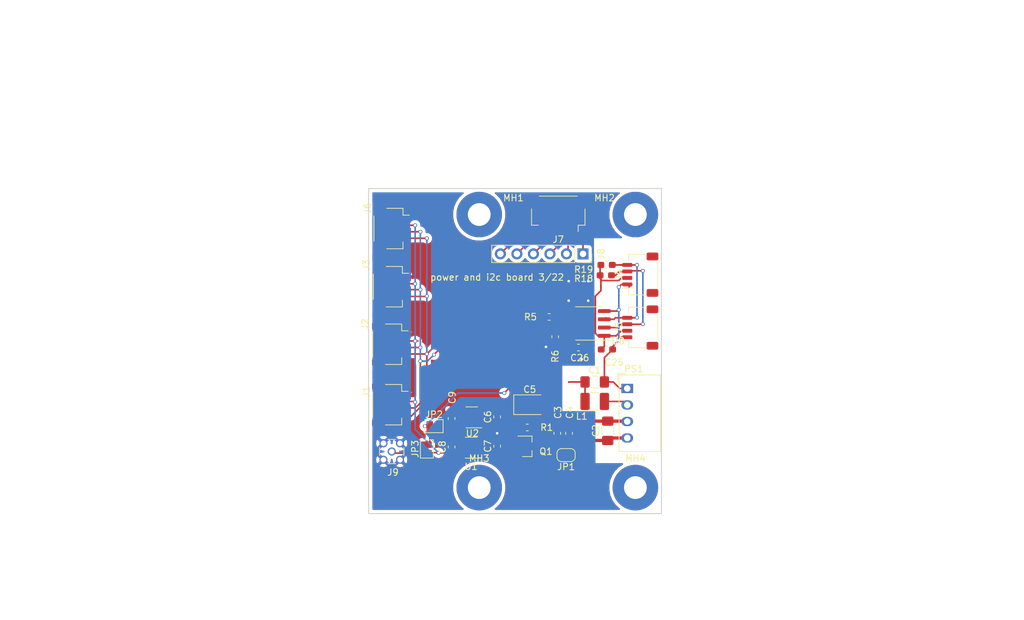
<source format=kicad_pcb>
(kicad_pcb (version 20171130) (host pcbnew "(5.1.5-0)")

  (general
    (thickness 1.6)
    (drawings 5)
    (tracks 270)
    (zones 0)
    (modules 38)
    (nets 28)
  )

  (page A4)
  (layers
    (0 F.Cu signal)
    (31 B.Cu signal)
    (32 B.Adhes user)
    (33 F.Adhes user)
    (34 B.Paste user)
    (35 F.Paste user)
    (36 B.SilkS user)
    (37 F.SilkS user)
    (38 B.Mask user)
    (39 F.Mask user)
    (40 Dwgs.User user)
    (41 Cmts.User user hide)
    (42 Eco1.User user)
    (43 Eco2.User user)
    (44 Edge.Cuts user)
    (45 Margin user)
    (46 B.CrtYd user)
    (47 F.CrtYd user)
    (48 B.Fab user)
    (49 F.Fab user hide)
  )

  (setup
    (last_trace_width 0.25)
    (user_trace_width 0.5)
    (trace_clearance 0.2)
    (zone_clearance 0.508)
    (zone_45_only no)
    (trace_min 0.2)
    (via_size 0.6)
    (via_drill 0.4)
    (via_min_size 0.4)
    (via_min_drill 0.3)
    (uvia_size 0.3)
    (uvia_drill 0.1)
    (uvias_allowed no)
    (uvia_min_size 0.2)
    (uvia_min_drill 0.1)
    (edge_width 0.15)
    (segment_width 0.2)
    (pcb_text_width 0.3)
    (pcb_text_size 1.5 1.5)
    (mod_edge_width 0.15)
    (mod_text_size 1 1)
    (mod_text_width 0.15)
    (pad_size 1.05 0.95)
    (pad_drill 0)
    (pad_to_mask_clearance 0.2)
    (aux_axis_origin 0 0)
    (grid_origin 134.75 80.25)
    (visible_elements 7FFFFF7F)
    (pcbplotparams
      (layerselection 0x291fc_ffffffff)
      (usegerberextensions true)
      (usegerberattributes false)
      (usegerberadvancedattributes false)
      (creategerberjobfile false)
      (excludeedgelayer true)
      (linewidth 0.100000)
      (plotframeref false)
      (viasonmask false)
      (mode 1)
      (useauxorigin false)
      (hpglpennumber 1)
      (hpglpenspeed 20)
      (hpglpendiameter 15.000000)
      (psnegative false)
      (psa4output false)
      (plotreference true)
      (plotvalue true)
      (plotinvisibletext false)
      (padsonsilk false)
      (subtractmaskfromsilk false)
      (outputformat 1)
      (mirror false)
      (drillshape 0)
      (scaleselection 1)
      (outputdirectory "gerbers"))
  )

  (net 0 "")
  (net 1 GND)
  (net 2 "Net-(MH1-Pad1)")
  (net 3 "Net-(MH2-Pad1)")
  (net 4 "Net-(MH3-Pad1)")
  (net 5 "Net-(MH4-Pad1)")
  (net 6 /analog)
  (net 7 "Net-(U1-Pad4)")
  (net 8 GNDPWR)
  (net 9 /Sheet605654E7/i2c_power)
  (net 10 VD)
  (net 11 VCC)
  (net 12 "Net-(J4-Pad3)")
  (net 13 "Net-(J4-Pad4)")
  (net 14 /scl)
  (net 15 /sda)
  (net 16 "Net-(J7-Pad6)")
  (net 17 "Net-(J7-Pad5)")
  (net 18 "Net-(J7-Pad4)")
  (net 19 "Net-(J7-Pad3)")
  (net 20 "Net-(J7-Pad2)")
  (net 21 "Net-(J7-Pad1)")
  (net 22 "Net-(C2-Pad1)")
  (net 23 "Net-(C5-Pad1)")
  (net 24 "Net-(C6-Pad1)")
  (net 25 "Net-(C9-Pad1)")
  (net 26 "Net-(L1-Pad1)")
  (net 27 "Net-(U2-Pad4)")

  (net_class Default "This is the default net class."
    (clearance 0.2)
    (trace_width 0.25)
    (via_dia 0.6)
    (via_drill 0.4)
    (uvia_dia 0.3)
    (uvia_drill 0.1)
    (add_net /Sheet605654E7/i2c_power)
    (add_net /analog)
    (add_net /scl)
    (add_net /sda)
    (add_net GND)
    (add_net GNDPWR)
    (add_net "Net-(C2-Pad1)")
    (add_net "Net-(C5-Pad1)")
    (add_net "Net-(C6-Pad1)")
    (add_net "Net-(C9-Pad1)")
    (add_net "Net-(J4-Pad3)")
    (add_net "Net-(J4-Pad4)")
    (add_net "Net-(J7-Pad1)")
    (add_net "Net-(J7-Pad2)")
    (add_net "Net-(J7-Pad3)")
    (add_net "Net-(J7-Pad4)")
    (add_net "Net-(J7-Pad5)")
    (add_net "Net-(J7-Pad6)")
    (add_net "Net-(L1-Pad1)")
    (add_net "Net-(MH1-Pad1)")
    (add_net "Net-(MH2-Pad1)")
    (add_net "Net-(MH3-Pad1)")
    (add_net "Net-(MH4-Pad1)")
    (add_net "Net-(U1-Pad4)")
    (add_net "Net-(U2-Pad4)")
    (add_net VCC)
    (add_net VD)
  )

  (module Connector_JST:JST_SH_SM04B-SRSS-TB_1x04-1MP_P1.00mm_Horizontal (layer F.Cu) (tedit 5B78AD87) (tstamp 6247340C)
    (at 133.5 81.15 270)
    (descr "JST SH series connector, SM04B-SRSS-TB (http://www.jst-mfg.com/product/pdf/eng/eSH.pdf), generated with kicad-footprint-generator")
    (tags "connector JST SH top entry")
    (path /624AD228)
    (attr smd)
    (fp_text reference J6 (at -3.1 3.65 90) (layer F.SilkS)
      (effects (font (size 1 1) (thickness 0.15)))
    )
    (fp_text value JST_SH_Conn_01x04_i2c_horizontal (at 0 3.3 90) (layer F.Fab)
      (effects (font (size 1 1) (thickness 0.15)))
    )
    (fp_text user %R (at 0 -0.25 90) (layer F.Fab)
      (effects (font (size 1 1) (thickness 0.15)))
    )
    (fp_line (start -1.5 -0.967893) (end -1 -1.675) (layer F.Fab) (width 0.1))
    (fp_line (start -2 -1.675) (end -1.5 -0.967893) (layer F.Fab) (width 0.1))
    (fp_line (start 3.9 -3.28) (end -3.9 -3.28) (layer F.CrtYd) (width 0.05))
    (fp_line (start 3.9 3.28) (end 3.9 -3.28) (layer F.CrtYd) (width 0.05))
    (fp_line (start -3.9 3.28) (end 3.9 3.28) (layer F.CrtYd) (width 0.05))
    (fp_line (start -3.9 -3.28) (end -3.9 3.28) (layer F.CrtYd) (width 0.05))
    (fp_line (start 3 -1.675) (end 3 2.575) (layer F.Fab) (width 0.1))
    (fp_line (start -3 -1.675) (end -3 2.575) (layer F.Fab) (width 0.1))
    (fp_line (start -3 2.575) (end 3 2.575) (layer F.Fab) (width 0.1))
    (fp_line (start -1.94 2.685) (end 1.94 2.685) (layer F.SilkS) (width 0.12))
    (fp_line (start 3.11 -1.785) (end 2.06 -1.785) (layer F.SilkS) (width 0.12))
    (fp_line (start 3.11 0.715) (end 3.11 -1.785) (layer F.SilkS) (width 0.12))
    (fp_line (start -2.06 -1.785) (end -2.06 -2.775) (layer F.SilkS) (width 0.12))
    (fp_line (start -3.11 -1.785) (end -2.06 -1.785) (layer F.SilkS) (width 0.12))
    (fp_line (start -3.11 0.715) (end -3.11 -1.785) (layer F.SilkS) (width 0.12))
    (fp_line (start -3 -1.675) (end 3 -1.675) (layer F.Fab) (width 0.1))
    (pad MP smd roundrect (at 2.8 1.875 270) (size 1.2 1.8) (layers F.Cu F.Paste F.Mask) (roundrect_rratio 0.208333))
    (pad MP smd roundrect (at -2.8 1.875 270) (size 1.2 1.8) (layers F.Cu F.Paste F.Mask) (roundrect_rratio 0.208333))
    (pad 4 smd roundrect (at 1.5 -2 270) (size 0.6 1.55) (layers F.Cu F.Paste F.Mask) (roundrect_rratio 0.25)
      (net 14 /scl))
    (pad 3 smd roundrect (at 0.5 -2 270) (size 0.6 1.55) (layers F.Cu F.Paste F.Mask) (roundrect_rratio 0.25)
      (net 15 /sda))
    (pad 2 smd roundrect (at -0.5 -2 270) (size 0.6 1.55) (layers F.Cu F.Paste F.Mask) (roundrect_rratio 0.25)
      (net 6 /analog))
    (pad 1 smd roundrect (at -1.5 -2 270) (size 0.6 1.55) (layers F.Cu F.Paste F.Mask) (roundrect_rratio 0.25)
      (net 1 GND))
    (model ${KISYS3DMOD}/Connector_JST.3dshapes/JST_SH_SM04B-SRSS-TB_1x04-1MP_P1.00mm_Horizontal.wrl
      (at (xyz 0 0 0))
      (scale (xyz 1 1 1))
      (rotate (xyz 0 0 0))
    )
  )

  (module Connector_JST:JST_SH_SM04B-SRSS-TB_1x04-1MP_P1.00mm_Horizontal (layer F.Cu) (tedit 5B78AD87) (tstamp 62473339)
    (at 133.4 90.1 270)
    (descr "JST SH series connector, SM04B-SRSS-TB (http://www.jst-mfg.com/product/pdf/eng/eSH.pdf), generated with kicad-footprint-generator")
    (tags "connector JST SH top entry")
    (path /624AD217)
    (attr smd)
    (fp_text reference J3 (at -3.35 3.75 90) (layer F.SilkS)
      (effects (font (size 1 1) (thickness 0.15)))
    )
    (fp_text value JST_SH_Conn_01x04_i2c_horizontal (at 0 3.3 90) (layer F.Fab)
      (effects (font (size 1 1) (thickness 0.15)))
    )
    (fp_text user %R (at 0 -0.25 90) (layer F.Fab)
      (effects (font (size 1 1) (thickness 0.15)))
    )
    (fp_line (start -1.5 -0.967893) (end -1 -1.675) (layer F.Fab) (width 0.1))
    (fp_line (start -2 -1.675) (end -1.5 -0.967893) (layer F.Fab) (width 0.1))
    (fp_line (start 3.9 -3.28) (end -3.9 -3.28) (layer F.CrtYd) (width 0.05))
    (fp_line (start 3.9 3.28) (end 3.9 -3.28) (layer F.CrtYd) (width 0.05))
    (fp_line (start -3.9 3.28) (end 3.9 3.28) (layer F.CrtYd) (width 0.05))
    (fp_line (start -3.9 -3.28) (end -3.9 3.28) (layer F.CrtYd) (width 0.05))
    (fp_line (start 3 -1.675) (end 3 2.575) (layer F.Fab) (width 0.1))
    (fp_line (start -3 -1.675) (end -3 2.575) (layer F.Fab) (width 0.1))
    (fp_line (start -3 2.575) (end 3 2.575) (layer F.Fab) (width 0.1))
    (fp_line (start -1.94 2.685) (end 1.94 2.685) (layer F.SilkS) (width 0.12))
    (fp_line (start 3.11 -1.785) (end 2.06 -1.785) (layer F.SilkS) (width 0.12))
    (fp_line (start 3.11 0.715) (end 3.11 -1.785) (layer F.SilkS) (width 0.12))
    (fp_line (start -2.06 -1.785) (end -2.06 -2.775) (layer F.SilkS) (width 0.12))
    (fp_line (start -3.11 -1.785) (end -2.06 -1.785) (layer F.SilkS) (width 0.12))
    (fp_line (start -3.11 0.715) (end -3.11 -1.785) (layer F.SilkS) (width 0.12))
    (fp_line (start -3 -1.675) (end 3 -1.675) (layer F.Fab) (width 0.1))
    (pad MP smd roundrect (at 2.8 1.875 270) (size 1.2 1.8) (layers F.Cu F.Paste F.Mask) (roundrect_rratio 0.208333))
    (pad MP smd roundrect (at -2.8 1.875 270) (size 1.2 1.8) (layers F.Cu F.Paste F.Mask) (roundrect_rratio 0.208333))
    (pad 4 smd roundrect (at 1.5 -2 270) (size 0.6 1.55) (layers F.Cu F.Paste F.Mask) (roundrect_rratio 0.25)
      (net 14 /scl))
    (pad 3 smd roundrect (at 0.5 -2 270) (size 0.6 1.55) (layers F.Cu F.Paste F.Mask) (roundrect_rratio 0.25)
      (net 15 /sda))
    (pad 2 smd roundrect (at -0.5 -2 270) (size 0.6 1.55) (layers F.Cu F.Paste F.Mask) (roundrect_rratio 0.25)
      (net 6 /analog))
    (pad 1 smd roundrect (at -1.5 -2 270) (size 0.6 1.55) (layers F.Cu F.Paste F.Mask) (roundrect_rratio 0.25)
      (net 1 GND))
    (model ${KISYS3DMOD}/Connector_JST.3dshapes/JST_SH_SM04B-SRSS-TB_1x04-1MP_P1.00mm_Horizontal.wrl
      (at (xyz 0 0 0))
      (scale (xyz 1 1 1))
      (rotate (xyz 0 0 0))
    )
  )

  (module Connector_JST:JST_SH_SM04B-SRSS-TB_1x04-1MP_P1.00mm_Horizontal (layer F.Cu) (tedit 5B78AD87) (tstamp 6247330E)
    (at 133.3 98.95 270)
    (descr "JST SH series connector, SM04B-SRSS-TB (http://www.jst-mfg.com/product/pdf/eng/eSH.pdf), generated with kicad-footprint-generator")
    (tags "connector JST SH top entry")
    (path /624AAA14)
    (attr smd)
    (fp_text reference J2 (at -3.1 3.85 90) (layer F.SilkS)
      (effects (font (size 1 1) (thickness 0.15)))
    )
    (fp_text value JST_SH_Conn_01x04_i2c_horizontal (at 0 3.3 90) (layer F.Fab)
      (effects (font (size 1 1) (thickness 0.15)))
    )
    (fp_text user %R (at 0 -0.25 90) (layer F.Fab)
      (effects (font (size 1 1) (thickness 0.15)))
    )
    (fp_line (start -1.5 -0.967893) (end -1 -1.675) (layer F.Fab) (width 0.1))
    (fp_line (start -2 -1.675) (end -1.5 -0.967893) (layer F.Fab) (width 0.1))
    (fp_line (start 3.9 -3.28) (end -3.9 -3.28) (layer F.CrtYd) (width 0.05))
    (fp_line (start 3.9 3.28) (end 3.9 -3.28) (layer F.CrtYd) (width 0.05))
    (fp_line (start -3.9 3.28) (end 3.9 3.28) (layer F.CrtYd) (width 0.05))
    (fp_line (start -3.9 -3.28) (end -3.9 3.28) (layer F.CrtYd) (width 0.05))
    (fp_line (start 3 -1.675) (end 3 2.575) (layer F.Fab) (width 0.1))
    (fp_line (start -3 -1.675) (end -3 2.575) (layer F.Fab) (width 0.1))
    (fp_line (start -3 2.575) (end 3 2.575) (layer F.Fab) (width 0.1))
    (fp_line (start -1.94 2.685) (end 1.94 2.685) (layer F.SilkS) (width 0.12))
    (fp_line (start 3.11 -1.785) (end 2.06 -1.785) (layer F.SilkS) (width 0.12))
    (fp_line (start 3.11 0.715) (end 3.11 -1.785) (layer F.SilkS) (width 0.12))
    (fp_line (start -2.06 -1.785) (end -2.06 -2.775) (layer F.SilkS) (width 0.12))
    (fp_line (start -3.11 -1.785) (end -2.06 -1.785) (layer F.SilkS) (width 0.12))
    (fp_line (start -3.11 0.715) (end -3.11 -1.785) (layer F.SilkS) (width 0.12))
    (fp_line (start -3 -1.675) (end 3 -1.675) (layer F.Fab) (width 0.1))
    (pad MP smd roundrect (at 2.8 1.875 270) (size 1.2 1.8) (layers F.Cu F.Paste F.Mask) (roundrect_rratio 0.208333))
    (pad MP smd roundrect (at -2.8 1.875 270) (size 1.2 1.8) (layers F.Cu F.Paste F.Mask) (roundrect_rratio 0.208333))
    (pad 4 smd roundrect (at 1.5 -2 270) (size 0.6 1.55) (layers F.Cu F.Paste F.Mask) (roundrect_rratio 0.25)
      (net 14 /scl))
    (pad 3 smd roundrect (at 0.5 -2 270) (size 0.6 1.55) (layers F.Cu F.Paste F.Mask) (roundrect_rratio 0.25)
      (net 15 /sda))
    (pad 2 smd roundrect (at -0.5 -2 270) (size 0.6 1.55) (layers F.Cu F.Paste F.Mask) (roundrect_rratio 0.25)
      (net 6 /analog))
    (pad 1 smd roundrect (at -1.5 -2 270) (size 0.6 1.55) (layers F.Cu F.Paste F.Mask) (roundrect_rratio 0.25)
      (net 1 GND))
    (model ${KISYS3DMOD}/Connector_JST.3dshapes/JST_SH_SM04B-SRSS-TB_1x04-1MP_P1.00mm_Horizontal.wrl
      (at (xyz 0 0 0))
      (scale (xyz 1 1 1))
      (rotate (xyz 0 0 0))
    )
  )

  (module Connector_JST:JST_SH_SM04B-SRSS-TB_1x04-1MP_P1.00mm_Horizontal (layer F.Cu) (tedit 5B78AD87) (tstamp 624732E3)
    (at 133.3 108.25 270)
    (descr "JST SH series connector, SM04B-SRSS-TB (http://www.jst-mfg.com/product/pdf/eng/eSH.pdf), generated with kicad-footprint-generator")
    (tags "connector JST SH top entry")
    (path /624A59EC)
    (attr smd)
    (fp_text reference J1 (at -2 3.65 90) (layer F.SilkS)
      (effects (font (size 1 1) (thickness 0.15)))
    )
    (fp_text value JST_SH_Conn_01x04_i2c_horizontal (at 0 3.3 90) (layer F.Fab)
      (effects (font (size 1 1) (thickness 0.15)))
    )
    (fp_text user %R (at 0 -0.25 90) (layer F.Fab)
      (effects (font (size 1 1) (thickness 0.15)))
    )
    (fp_line (start -1.5 -0.967893) (end -1 -1.675) (layer F.Fab) (width 0.1))
    (fp_line (start -2 -1.675) (end -1.5 -0.967893) (layer F.Fab) (width 0.1))
    (fp_line (start 3.9 -3.28) (end -3.9 -3.28) (layer F.CrtYd) (width 0.05))
    (fp_line (start 3.9 3.28) (end 3.9 -3.28) (layer F.CrtYd) (width 0.05))
    (fp_line (start -3.9 3.28) (end 3.9 3.28) (layer F.CrtYd) (width 0.05))
    (fp_line (start -3.9 -3.28) (end -3.9 3.28) (layer F.CrtYd) (width 0.05))
    (fp_line (start 3 -1.675) (end 3 2.575) (layer F.Fab) (width 0.1))
    (fp_line (start -3 -1.675) (end -3 2.575) (layer F.Fab) (width 0.1))
    (fp_line (start -3 2.575) (end 3 2.575) (layer F.Fab) (width 0.1))
    (fp_line (start -1.94 2.685) (end 1.94 2.685) (layer F.SilkS) (width 0.12))
    (fp_line (start 3.11 -1.785) (end 2.06 -1.785) (layer F.SilkS) (width 0.12))
    (fp_line (start 3.11 0.715) (end 3.11 -1.785) (layer F.SilkS) (width 0.12))
    (fp_line (start -2.06 -1.785) (end -2.06 -2.775) (layer F.SilkS) (width 0.12))
    (fp_line (start -3.11 -1.785) (end -2.06 -1.785) (layer F.SilkS) (width 0.12))
    (fp_line (start -3.11 0.715) (end -3.11 -1.785) (layer F.SilkS) (width 0.12))
    (fp_line (start -3 -1.675) (end 3 -1.675) (layer F.Fab) (width 0.1))
    (pad MP smd roundrect (at 2.8 1.875 270) (size 1.2 1.8) (layers F.Cu F.Paste F.Mask) (roundrect_rratio 0.208333))
    (pad MP smd roundrect (at -2.8 1.875 270) (size 1.2 1.8) (layers F.Cu F.Paste F.Mask) (roundrect_rratio 0.208333))
    (pad 4 smd roundrect (at 1.5 -2 270) (size 0.6 1.55) (layers F.Cu F.Paste F.Mask) (roundrect_rratio 0.25)
      (net 14 /scl))
    (pad 3 smd roundrect (at 0.5 -2 270) (size 0.6 1.55) (layers F.Cu F.Paste F.Mask) (roundrect_rratio 0.25)
      (net 15 /sda))
    (pad 2 smd roundrect (at -0.5 -2 270) (size 0.6 1.55) (layers F.Cu F.Paste F.Mask) (roundrect_rratio 0.25)
      (net 6 /analog))
    (pad 1 smd roundrect (at -1.5 -2 270) (size 0.6 1.55) (layers F.Cu F.Paste F.Mask) (roundrect_rratio 0.25)
      (net 1 GND))
    (model ${KISYS3DMOD}/Connector_JST.3dshapes/JST_SH_SM04B-SRSS-TB_1x04-1MP_P1.00mm_Horizontal.wrl
      (at (xyz 0 0 0))
      (scale (xyz 1 1 1))
      (rotate (xyz 0 0 0))
    )
  )

  (module Connector_JST:JST_SH_SM04B-SRSS-TB_1x04-1MP_P1.00mm_Horizontal (layer F.Cu) (tedit 5B78AD87) (tstamp 60E3684B)
    (at 171.75 96.38 90)
    (descr "JST SH series connector, SM04B-SRSS-TB (http://www.jst-mfg.com/product/pdf/eng/eSH.pdf), generated with kicad-footprint-generator")
    (tags "connector JST SH top entry")
    (path /60E93322/60EA59E2)
    (attr smd)
    (fp_text reference J5 (at 0 -3.3 90) (layer F.SilkS)
      (effects (font (size 1 1) (thickness 0.15)))
    )
    (fp_text value A1001WV-S-04P (at 0 3.3 90) (layer F.Fab)
      (effects (font (size 1 1) (thickness 0.15)))
    )
    (fp_text user %R (at 0 -0.25 90) (layer F.Fab)
      (effects (font (size 1 1) (thickness 0.15)))
    )
    (fp_line (start -1.5 -0.967893) (end -1 -1.675) (layer F.Fab) (width 0.1))
    (fp_line (start -2 -1.675) (end -1.5 -0.967893) (layer F.Fab) (width 0.1))
    (fp_line (start 3.9 -3.28) (end -3.9 -3.28) (layer F.CrtYd) (width 0.05))
    (fp_line (start 3.9 3.28) (end 3.9 -3.28) (layer F.CrtYd) (width 0.05))
    (fp_line (start -3.9 3.28) (end 3.9 3.28) (layer F.CrtYd) (width 0.05))
    (fp_line (start -3.9 -3.28) (end -3.9 3.28) (layer F.CrtYd) (width 0.05))
    (fp_line (start 3 -1.675) (end 3 2.575) (layer F.Fab) (width 0.1))
    (fp_line (start -3 -1.675) (end -3 2.575) (layer F.Fab) (width 0.1))
    (fp_line (start -3 2.575) (end 3 2.575) (layer F.Fab) (width 0.1))
    (fp_line (start -1.94 2.685) (end 1.94 2.685) (layer F.SilkS) (width 0.12))
    (fp_line (start 3.11 -1.785) (end 2.06 -1.785) (layer F.SilkS) (width 0.12))
    (fp_line (start 3.11 0.715) (end 3.11 -1.785) (layer F.SilkS) (width 0.12))
    (fp_line (start -2.06 -1.785) (end -2.06 -2.775) (layer F.SilkS) (width 0.12))
    (fp_line (start -3.11 -1.785) (end -2.06 -1.785) (layer F.SilkS) (width 0.12))
    (fp_line (start -3.11 0.715) (end -3.11 -1.785) (layer F.SilkS) (width 0.12))
    (fp_line (start -3 -1.675) (end 3 -1.675) (layer F.Fab) (width 0.1))
    (pad MP smd roundrect (at 2.8 1.875 90) (size 1.2 1.8) (layers F.Cu F.Paste F.Mask) (roundrect_rratio 0.208333))
    (pad MP smd roundrect (at -2.8 1.875 90) (size 1.2 1.8) (layers F.Cu F.Paste F.Mask) (roundrect_rratio 0.208333))
    (pad 4 smd roundrect (at 1.5 -2 90) (size 0.6 1.55) (layers F.Cu F.Paste F.Mask) (roundrect_rratio 0.25)
      (net 13 "Net-(J4-Pad4)"))
    (pad 3 smd roundrect (at 0.5 -2 90) (size 0.6 1.55) (layers F.Cu F.Paste F.Mask) (roundrect_rratio 0.25)
      (net 12 "Net-(J4-Pad3)"))
    (pad 2 smd roundrect (at -0.5 -2 90) (size 0.6 1.55) (layers F.Cu F.Paste F.Mask) (roundrect_rratio 0.25)
      (net 11 VCC))
    (pad 1 smd roundrect (at -1.5 -2 90) (size 0.6 1.55) (layers F.Cu F.Paste F.Mask) (roundrect_rratio 0.25)
      (net 8 GNDPWR))
    (model ${KISYS3DMOD}/Connector_JST.3dshapes/JST_SH_SM04B-SRSS-TB_1x04-1MP_P1.00mm_Horizontal.wrl
      (at (xyz 0 0 0))
      (scale (xyz 1 1 1))
      (rotate (xyz 0 0 0))
    )
  )

  (module Connector_JST:JST_SH_SM04B-SRSS-TB_1x04-1MP_P1.00mm_Horizontal (layer F.Cu) (tedit 5B78AD87) (tstamp 60E36820)
    (at 171.75 88.25 90)
    (descr "JST SH series connector, SM04B-SRSS-TB (http://www.jst-mfg.com/product/pdf/eng/eSH.pdf), generated with kicad-footprint-generator")
    (tags "connector JST SH top entry")
    (path /60E93322/60EA2011)
    (attr smd)
    (fp_text reference J4 (at 0 -3.3 90) (layer F.SilkS)
      (effects (font (size 1 1) (thickness 0.15)))
    )
    (fp_text value A1001WV-S-04P (at 0 3.3 90) (layer F.Fab)
      (effects (font (size 1 1) (thickness 0.15)))
    )
    (fp_text user %R (at 0 -0.25 90) (layer F.Fab)
      (effects (font (size 1 1) (thickness 0.15)))
    )
    (fp_line (start -1.5 -0.967893) (end -1 -1.675) (layer F.Fab) (width 0.1))
    (fp_line (start -2 -1.675) (end -1.5 -0.967893) (layer F.Fab) (width 0.1))
    (fp_line (start 3.9 -3.28) (end -3.9 -3.28) (layer F.CrtYd) (width 0.05))
    (fp_line (start 3.9 3.28) (end 3.9 -3.28) (layer F.CrtYd) (width 0.05))
    (fp_line (start -3.9 3.28) (end 3.9 3.28) (layer F.CrtYd) (width 0.05))
    (fp_line (start -3.9 -3.28) (end -3.9 3.28) (layer F.CrtYd) (width 0.05))
    (fp_line (start 3 -1.675) (end 3 2.575) (layer F.Fab) (width 0.1))
    (fp_line (start -3 -1.675) (end -3 2.575) (layer F.Fab) (width 0.1))
    (fp_line (start -3 2.575) (end 3 2.575) (layer F.Fab) (width 0.1))
    (fp_line (start -1.94 2.685) (end 1.94 2.685) (layer F.SilkS) (width 0.12))
    (fp_line (start 3.11 -1.785) (end 2.06 -1.785) (layer F.SilkS) (width 0.12))
    (fp_line (start 3.11 0.715) (end 3.11 -1.785) (layer F.SilkS) (width 0.12))
    (fp_line (start -2.06 -1.785) (end -2.06 -2.775) (layer F.SilkS) (width 0.12))
    (fp_line (start -3.11 -1.785) (end -2.06 -1.785) (layer F.SilkS) (width 0.12))
    (fp_line (start -3.11 0.715) (end -3.11 -1.785) (layer F.SilkS) (width 0.12))
    (fp_line (start -3 -1.675) (end 3 -1.675) (layer F.Fab) (width 0.1))
    (pad MP smd roundrect (at 2.8 1.875 90) (size 1.2 1.8) (layers F.Cu F.Paste F.Mask) (roundrect_rratio 0.208333))
    (pad MP smd roundrect (at -2.8 1.875 90) (size 1.2 1.8) (layers F.Cu F.Paste F.Mask) (roundrect_rratio 0.208333))
    (pad 4 smd roundrect (at 1.5 -2 90) (size 0.6 1.55) (layers F.Cu F.Paste F.Mask) (roundrect_rratio 0.25)
      (net 13 "Net-(J4-Pad4)"))
    (pad 3 smd roundrect (at 0.5 -2 90) (size 0.6 1.55) (layers F.Cu F.Paste F.Mask) (roundrect_rratio 0.25)
      (net 12 "Net-(J4-Pad3)"))
    (pad 2 smd roundrect (at -0.5 -2 90) (size 0.6 1.55) (layers F.Cu F.Paste F.Mask) (roundrect_rratio 0.25)
      (net 11 VCC))
    (pad 1 smd roundrect (at -1.5 -2 90) (size 0.6 1.55) (layers F.Cu F.Paste F.Mask) (roundrect_rratio 0.25)
      (net 8 GNDPWR))
    (model ${KISYS3DMOD}/Connector_JST.3dshapes/JST_SH_SM04B-SRSS-TB_1x04-1MP_P1.00mm_Horizontal.wrl
      (at (xyz 0 0 0))
      (scale (xyz 1 1 1))
      (rotate (xyz 0 0 0))
    )
  )

  (module Connector_PinSocket_2.54mm:PinSocket_1x06_P2.54mm_Vertical (layer F.Cu) (tedit 5A19A430) (tstamp 62475EC6)
    (at 162.95 85.05 270)
    (descr "Through hole straight socket strip, 1x06, 2.54mm pitch, single row (from Kicad 4.0.7), script generated")
    (tags "Through hole socket strip THT 1x06 2.54mm single row")
    (path /624B27A0)
    (fp_text reference J8 (at 0 -2.77 90) (layer F.SilkS)
      (effects (font (size 1 1) (thickness 0.15)))
    )
    (fp_text value Conn_01x06_Female (at 0 15.47 90) (layer F.Fab)
      (effects (font (size 1 1) (thickness 0.15)))
    )
    (fp_text user %R (at 0 6.35) (layer F.Fab)
      (effects (font (size 1 1) (thickness 0.15)))
    )
    (fp_line (start -1.8 14.45) (end -1.8 -1.8) (layer F.CrtYd) (width 0.05))
    (fp_line (start 1.75 14.45) (end -1.8 14.45) (layer F.CrtYd) (width 0.05))
    (fp_line (start 1.75 -1.8) (end 1.75 14.45) (layer F.CrtYd) (width 0.05))
    (fp_line (start -1.8 -1.8) (end 1.75 -1.8) (layer F.CrtYd) (width 0.05))
    (fp_line (start 0 -1.33) (end 1.33 -1.33) (layer F.SilkS) (width 0.12))
    (fp_line (start 1.33 -1.33) (end 1.33 0) (layer F.SilkS) (width 0.12))
    (fp_line (start 1.33 1.27) (end 1.33 14.03) (layer F.SilkS) (width 0.12))
    (fp_line (start -1.33 14.03) (end 1.33 14.03) (layer F.SilkS) (width 0.12))
    (fp_line (start -1.33 1.27) (end -1.33 14.03) (layer F.SilkS) (width 0.12))
    (fp_line (start -1.33 1.27) (end 1.33 1.27) (layer F.SilkS) (width 0.12))
    (fp_line (start -1.27 13.97) (end -1.27 -1.27) (layer F.Fab) (width 0.1))
    (fp_line (start 1.27 13.97) (end -1.27 13.97) (layer F.Fab) (width 0.1))
    (fp_line (start 1.27 -0.635) (end 1.27 13.97) (layer F.Fab) (width 0.1))
    (fp_line (start 0.635 -1.27) (end 1.27 -0.635) (layer F.Fab) (width 0.1))
    (fp_line (start -1.27 -1.27) (end 0.635 -1.27) (layer F.Fab) (width 0.1))
    (pad 6 thru_hole oval (at 0 12.7 270) (size 1.7 1.7) (drill 1) (layers *.Cu *.Mask)
      (net 16 "Net-(J7-Pad6)"))
    (pad 5 thru_hole oval (at 0 10.16 270) (size 1.7 1.7) (drill 1) (layers *.Cu *.Mask)
      (net 17 "Net-(J7-Pad5)"))
    (pad 4 thru_hole oval (at 0 7.62 270) (size 1.7 1.7) (drill 1) (layers *.Cu *.Mask)
      (net 18 "Net-(J7-Pad4)"))
    (pad 3 thru_hole oval (at 0 5.08 270) (size 1.7 1.7) (drill 1) (layers *.Cu *.Mask)
      (net 19 "Net-(J7-Pad3)"))
    (pad 2 thru_hole oval (at 0 2.54 270) (size 1.7 1.7) (drill 1) (layers *.Cu *.Mask)
      (net 20 "Net-(J7-Pad2)"))
    (pad 1 thru_hole rect (at 0 0 270) (size 1.7 1.7) (drill 1) (layers *.Cu *.Mask)
      (net 21 "Net-(J7-Pad1)"))
    (model ${KISYS3DMOD}/Connector_PinSocket_2.54mm.3dshapes/PinSocket_1x06_P2.54mm_Vertical.wrl
      (at (xyz 0 0 0))
      (scale (xyz 1 1 1))
      (rotate (xyz 0 0 0))
    )
  )

  (module Connector_JST:JST_SH_SM06B-SRSS-TB_1x06-1MP_P1.00mm_Horizontal (layer F.Cu) (tedit 5B78AD87) (tstamp 62474C76)
    (at 159.15 78.85 180)
    (descr "JST SH series connector, SM06B-SRSS-TB (http://www.jst-mfg.com/product/pdf/eng/eSH.pdf), generated with kicad-footprint-generator")
    (tags "connector JST SH top entry")
    (path /624B1246)
    (attr smd)
    (fp_text reference J7 (at 0 -3.98) (layer F.SilkS)
      (effects (font (size 1 1) (thickness 0.15)))
    )
    (fp_text value Conn_01x06_SPI (at 0 3.98) (layer F.Fab)
      (effects (font (size 1 1) (thickness 0.15)))
    )
    (fp_text user %R (at 0 0) (layer F.Fab)
      (effects (font (size 1 1) (thickness 0.15)))
    )
    (fp_line (start -2.5 -0.967893) (end -2 -1.675) (layer F.Fab) (width 0.1))
    (fp_line (start -3 -1.675) (end -2.5 -0.967893) (layer F.Fab) (width 0.1))
    (fp_line (start 4.9 -3.28) (end -4.9 -3.28) (layer F.CrtYd) (width 0.05))
    (fp_line (start 4.9 3.28) (end 4.9 -3.28) (layer F.CrtYd) (width 0.05))
    (fp_line (start -4.9 3.28) (end 4.9 3.28) (layer F.CrtYd) (width 0.05))
    (fp_line (start -4.9 -3.28) (end -4.9 3.28) (layer F.CrtYd) (width 0.05))
    (fp_line (start 4 -1.675) (end 4 2.575) (layer F.Fab) (width 0.1))
    (fp_line (start -4 -1.675) (end -4 2.575) (layer F.Fab) (width 0.1))
    (fp_line (start -4 2.575) (end 4 2.575) (layer F.Fab) (width 0.1))
    (fp_line (start -2.94 2.685) (end 2.94 2.685) (layer F.SilkS) (width 0.12))
    (fp_line (start 4.11 -1.785) (end 3.06 -1.785) (layer F.SilkS) (width 0.12))
    (fp_line (start 4.11 0.715) (end 4.11 -1.785) (layer F.SilkS) (width 0.12))
    (fp_line (start -3.06 -1.785) (end -3.06 -2.775) (layer F.SilkS) (width 0.12))
    (fp_line (start -4.11 -1.785) (end -3.06 -1.785) (layer F.SilkS) (width 0.12))
    (fp_line (start -4.11 0.715) (end -4.11 -1.785) (layer F.SilkS) (width 0.12))
    (fp_line (start -4 -1.675) (end 4 -1.675) (layer F.Fab) (width 0.1))
    (pad MP smd roundrect (at 3.8 1.875 180) (size 1.2 1.8) (layers F.Cu F.Paste F.Mask) (roundrect_rratio 0.208333))
    (pad MP smd roundrect (at -3.8 1.875 180) (size 1.2 1.8) (layers F.Cu F.Paste F.Mask) (roundrect_rratio 0.208333))
    (pad 6 smd roundrect (at 2.5 -2 180) (size 0.6 1.55) (layers F.Cu F.Paste F.Mask) (roundrect_rratio 0.25)
      (net 16 "Net-(J7-Pad6)"))
    (pad 5 smd roundrect (at 1.5 -2 180) (size 0.6 1.55) (layers F.Cu F.Paste F.Mask) (roundrect_rratio 0.25)
      (net 17 "Net-(J7-Pad5)"))
    (pad 4 smd roundrect (at 0.5 -2 180) (size 0.6 1.55) (layers F.Cu F.Paste F.Mask) (roundrect_rratio 0.25)
      (net 18 "Net-(J7-Pad4)"))
    (pad 3 smd roundrect (at -0.5 -2 180) (size 0.6 1.55) (layers F.Cu F.Paste F.Mask) (roundrect_rratio 0.25)
      (net 19 "Net-(J7-Pad3)"))
    (pad 2 smd roundrect (at -1.5 -2 180) (size 0.6 1.55) (layers F.Cu F.Paste F.Mask) (roundrect_rratio 0.25)
      (net 20 "Net-(J7-Pad2)"))
    (pad 1 smd roundrect (at -2.5 -2 180) (size 0.6 1.55) (layers F.Cu F.Paste F.Mask) (roundrect_rratio 0.25)
      (net 21 "Net-(J7-Pad1)"))
    (model ${KISYS3DMOD}/Connector_JST.3dshapes/JST_SH_SM06B-SRSS-TB_1x06-1MP_P1.00mm_Horizontal.wrl
      (at (xyz 0 0 0))
      (scale (xyz 1 1 1))
      (rotate (xyz 0 0 0))
    )
  )

  (module Capacitor_Tantalum_SMD:CP_EIA-3528-12_Kemet-T (layer F.Cu) (tedit 5B342532) (tstamp 60E3653D)
    (at 154.7625 108.25)
    (descr "Tantalum Capacitor SMD Kemet-T (3528-12 Metric), IPC_7351 nominal, (Body size from: http://www.kemet.com/Lists/ProductCatalog/Attachments/253/KEM_TC101_STD.pdf), generated with kicad-footprint-generator")
    (tags "capacitor tantalum")
    (path /605654E8/60EC45A8)
    (attr smd)
    (fp_text reference C5 (at 0 -2.35) (layer F.SilkS)
      (effects (font (size 1 1) (thickness 0.15)))
    )
    (fp_text value 100uF (at 0 2.35) (layer F.Fab)
      (effects (font (size 1 1) (thickness 0.15)))
    )
    (fp_text user %R (at 0 0) (layer F.Fab)
      (effects (font (size 0.88 0.88) (thickness 0.13)))
    )
    (fp_line (start 2.45 1.65) (end -2.45 1.65) (layer F.CrtYd) (width 0.05))
    (fp_line (start 2.45 -1.65) (end 2.45 1.65) (layer F.CrtYd) (width 0.05))
    (fp_line (start -2.45 -1.65) (end 2.45 -1.65) (layer F.CrtYd) (width 0.05))
    (fp_line (start -2.45 1.65) (end -2.45 -1.65) (layer F.CrtYd) (width 0.05))
    (fp_line (start -2.46 1.51) (end 1.75 1.51) (layer F.SilkS) (width 0.12))
    (fp_line (start -2.46 -1.51) (end -2.46 1.51) (layer F.SilkS) (width 0.12))
    (fp_line (start 1.75 -1.51) (end -2.46 -1.51) (layer F.SilkS) (width 0.12))
    (fp_line (start 1.75 1.4) (end 1.75 -1.4) (layer F.Fab) (width 0.1))
    (fp_line (start -1.75 1.4) (end 1.75 1.4) (layer F.Fab) (width 0.1))
    (fp_line (start -1.75 -0.7) (end -1.75 1.4) (layer F.Fab) (width 0.1))
    (fp_line (start -1.05 -1.4) (end -1.75 -0.7) (layer F.Fab) (width 0.1))
    (fp_line (start 1.75 -1.4) (end -1.05 -1.4) (layer F.Fab) (width 0.1))
    (pad 2 smd roundrect (at 1.5375 0) (size 1.325 2.35) (layers F.Cu F.Paste F.Mask) (roundrect_rratio 0.188679)
      (net 1 GND))
    (pad 1 smd roundrect (at -1.5375 0) (size 1.325 2.35) (layers F.Cu F.Paste F.Mask) (roundrect_rratio 0.188679)
      (net 23 "Net-(C5-Pad1)"))
    (model ${KISYS3DMOD}/Capacitor_Tantalum_SMD.3dshapes/CP_EIA-3528-12_Kemet-T.wrl
      (at (xyz 0 0 0))
      (scale (xyz 1 1 1))
      (rotate (xyz 0 0 0))
    )
  )

  (module 0my_footprints:MMCX_JLC (layer F.Cu) (tedit 6077148C) (tstamp 610F68F9)
    (at 133.55 115.45)
    (descr http://www.molex.com/pdm_docs/sd/734151471_sd.pdf)
    (tags "Molex MMCX Coaxial Connector 50 ohms Female Jack Vertical THT")
    (path /605654E8/6111E01B)
    (attr smd)
    (fp_text reference J9 (at 0.2 3.2) (layer F.SilkS)
      (effects (font (size 1 1) (thickness 0.15)))
    )
    (fp_text value MMCX (at 0 3.2) (layer F.Fab)
      (effects (font (size 1 1) (thickness 0.15)))
    )
    (fp_line (start 0.62 1.87) (end -0.62 1.87) (layer F.SilkS) (width 0.12))
    (fp_line (start 0.62 -1.87) (end -0.62 -1.87) (layer F.SilkS) (width 0.12))
    (fp_line (start -1.87 0.62) (end -1.87 -0.62) (layer F.SilkS) (width 0.12))
    (fp_line (start -2.39 2.39) (end -2.39 -2.39) (layer F.CrtYd) (width 0.05))
    (fp_line (start 1.87 0.62) (end 1.87 -0.62) (layer F.SilkS) (width 0.12))
    (fp_line (start -1.755 1.755) (end 1.755 1.755) (layer F.Fab) (width 0.1))
    (fp_line (start -1.755 -1.755) (end 1.755 -1.755) (layer F.Fab) (width 0.1))
    (fp_line (start 1.755 -1.755) (end 1.755 1.755) (layer F.Fab) (width 0.1))
    (fp_line (start -1.755 -1.755) (end -1.755 1.755) (layer F.Fab) (width 0.1))
    (fp_line (start 2.39 2.39) (end 2.39 -2.39) (layer F.CrtYd) (width 0.05))
    (fp_line (start -2.39 -2.39) (end 2.39 -2.39) (layer F.CrtYd) (width 0.05))
    (fp_line (start -2.39 2.39) (end 2.39 2.39) (layer F.CrtYd) (width 0.05))
    (fp_text user %R (at 0 0) (layer F.Fab)
      (effects (font (size 0.8 0.8) (thickness 0.12)))
    )
    (pad 2 thru_hole circle (at -1.27 1.27) (size 1.24 1.24) (drill 0.84) (layers *.Cu *.Mask)
      (net 1 GND))
    (pad 2 thru_hole circle (at 1.27 -1.27) (size 1.24 1.24) (drill 0.84) (layers *.Cu *.Mask)
      (net 1 GND))
    (pad 2 thru_hole circle (at 1.27 1.27) (size 1.24 1.24) (drill 0.84) (layers *.Cu *.Mask)
      (net 1 GND))
    (pad 2 thru_hole circle (at -1.27 -1.27) (size 1.24 1.24) (drill 0.84) (layers *.Cu *.Mask)
      (net 1 GND))
    (pad 1 thru_hole circle (at 0 0) (size 1.24 1.24) (drill 0.84) (layers *.Cu *.Mask)
      (net 6 /analog))
    (model ${KISYS3DMOD}/Connector_Coaxial.3dshapes/MMCX_Molex_73415-1471_Vertical.wrl
      (at (xyz 0 0 0))
      (scale (xyz 1 1 1))
      (rotate (xyz 0 0 0))
    )
  )

  (module Resistor_SMD:R_0603_1608Metric_Pad1.05x0.95mm_HandSolder (layer F.Cu) (tedit 5B301BBD) (tstamp 61005A09)
    (at 166.575 86.75 180)
    (descr "Resistor SMD 0603 (1608 Metric), square (rectangular) end terminal, IPC_7351 nominal with elongated pad for handsoldering. (Body size source: http://www.tortai-tech.com/upload/download/2011102023233369053.pdf), generated with kicad-footprint-generator")
    (tags "resistor handsolder")
    (path /60E93322/6105E240)
    (attr smd)
    (fp_text reference R19 (at 3.525 -0.7) (layer F.SilkS)
      (effects (font (size 1 1) (thickness 0.15)))
    )
    (fp_text value 4.7K (at 0 1.43) (layer F.Fab)
      (effects (font (size 1 1) (thickness 0.15)))
    )
    (fp_text user %R (at 0 0) (layer F.Fab)
      (effects (font (size 0.4 0.4) (thickness 0.06)))
    )
    (fp_line (start 1.65 0.73) (end -1.65 0.73) (layer F.CrtYd) (width 0.05))
    (fp_line (start 1.65 -0.73) (end 1.65 0.73) (layer F.CrtYd) (width 0.05))
    (fp_line (start -1.65 -0.73) (end 1.65 -0.73) (layer F.CrtYd) (width 0.05))
    (fp_line (start -1.65 0.73) (end -1.65 -0.73) (layer F.CrtYd) (width 0.05))
    (fp_line (start -0.171267 0.51) (end 0.171267 0.51) (layer F.SilkS) (width 0.12))
    (fp_line (start -0.171267 -0.51) (end 0.171267 -0.51) (layer F.SilkS) (width 0.12))
    (fp_line (start 0.8 0.4) (end -0.8 0.4) (layer F.Fab) (width 0.1))
    (fp_line (start 0.8 -0.4) (end 0.8 0.4) (layer F.Fab) (width 0.1))
    (fp_line (start -0.8 -0.4) (end 0.8 -0.4) (layer F.Fab) (width 0.1))
    (fp_line (start -0.8 0.4) (end -0.8 -0.4) (layer F.Fab) (width 0.1))
    (pad 2 smd roundrect (at 0.875 0 180) (size 1.05 0.95) (layers F.Cu F.Paste F.Mask) (roundrect_rratio 0.25)
      (net 11 VCC))
    (pad 1 smd roundrect (at -0.875 0 180) (size 1.05 0.95) (layers F.Cu F.Paste F.Mask) (roundrect_rratio 0.25)
      (net 13 "Net-(J4-Pad4)"))
    (model ${KISYS3DMOD}/Resistor_SMD.3dshapes/R_0603_1608Metric.wrl
      (at (xyz 0 0 0))
      (scale (xyz 1 1 1))
      (rotate (xyz 0 0 0))
    )
  )

  (module Resistor_SMD:R_0603_1608Metric_Pad1.05x0.95mm_HandSolder (layer F.Cu) (tedit 5B301BBD) (tstamp 610059F8)
    (at 166.45 88.35 180)
    (descr "Resistor SMD 0603 (1608 Metric), square (rectangular) end terminal, IPC_7351 nominal with elongated pad for handsoldering. (Body size source: http://www.tortai-tech.com/upload/download/2011102023233369053.pdf), generated with kicad-footprint-generator")
    (tags "resistor handsolder")
    (path /60E93322/6105D9A9)
    (attr smd)
    (fp_text reference R18 (at 3.4 -0.5) (layer F.SilkS)
      (effects (font (size 1 1) (thickness 0.15)))
    )
    (fp_text value 4.7K (at 0 1.43) (layer F.Fab)
      (effects (font (size 1 1) (thickness 0.15)))
    )
    (fp_text user %R (at 0 0) (layer F.Fab)
      (effects (font (size 0.4 0.4) (thickness 0.06)))
    )
    (fp_line (start 1.65 0.73) (end -1.65 0.73) (layer F.CrtYd) (width 0.05))
    (fp_line (start 1.65 -0.73) (end 1.65 0.73) (layer F.CrtYd) (width 0.05))
    (fp_line (start -1.65 -0.73) (end 1.65 -0.73) (layer F.CrtYd) (width 0.05))
    (fp_line (start -1.65 0.73) (end -1.65 -0.73) (layer F.CrtYd) (width 0.05))
    (fp_line (start -0.171267 0.51) (end 0.171267 0.51) (layer F.SilkS) (width 0.12))
    (fp_line (start -0.171267 -0.51) (end 0.171267 -0.51) (layer F.SilkS) (width 0.12))
    (fp_line (start 0.8 0.4) (end -0.8 0.4) (layer F.Fab) (width 0.1))
    (fp_line (start 0.8 -0.4) (end 0.8 0.4) (layer F.Fab) (width 0.1))
    (fp_line (start -0.8 -0.4) (end 0.8 -0.4) (layer F.Fab) (width 0.1))
    (fp_line (start -0.8 0.4) (end -0.8 -0.4) (layer F.Fab) (width 0.1))
    (pad 2 smd roundrect (at 0.875 0 180) (size 1.05 0.95) (layers F.Cu F.Paste F.Mask) (roundrect_rratio 0.25)
      (net 11 VCC))
    (pad 1 smd roundrect (at -0.875 0 180) (size 1.05 0.95) (layers F.Cu F.Paste F.Mask) (roundrect_rratio 0.25)
      (net 12 "Net-(J4-Pad3)"))
    (model ${KISYS3DMOD}/Resistor_SMD.3dshapes/R_0603_1608Metric.wrl
      (at (xyz 0 0 0))
      (scale (xyz 1 1 1))
      (rotate (xyz 0 0 0))
    )
  )

  (module Jumper:SolderJumper-2_P1.3mm_Open_Pad1.0x1.5mm (layer F.Cu) (tedit 5A3EABFC) (tstamp 60E521C1)
    (at 138.95 115.05 90)
    (descr "SMD Solder Jumper, 1x1.5mm Pads, 0.3mm gap, open")
    (tags "solder jumper open")
    (path /605654E8/60F1E267)
    (attr virtual)
    (fp_text reference JP3 (at 0 -1.8 90) (layer F.SilkS)
      (effects (font (size 1 1) (thickness 0.15)))
    )
    (fp_text value Jumper_NO_Small (at 0 1.9 90) (layer F.Fab)
      (effects (font (size 1 1) (thickness 0.15)))
    )
    (fp_line (start 1.65 1.25) (end -1.65 1.25) (layer F.CrtYd) (width 0.05))
    (fp_line (start 1.65 1.25) (end 1.65 -1.25) (layer F.CrtYd) (width 0.05))
    (fp_line (start -1.65 -1.25) (end -1.65 1.25) (layer F.CrtYd) (width 0.05))
    (fp_line (start -1.65 -1.25) (end 1.65 -1.25) (layer F.CrtYd) (width 0.05))
    (fp_line (start -1.4 -1) (end 1.4 -1) (layer F.SilkS) (width 0.12))
    (fp_line (start 1.4 -1) (end 1.4 1) (layer F.SilkS) (width 0.12))
    (fp_line (start 1.4 1) (end -1.4 1) (layer F.SilkS) (width 0.12))
    (fp_line (start -1.4 1) (end -1.4 -1) (layer F.SilkS) (width 0.12))
    (pad 1 smd rect (at -0.65 0 90) (size 1 1.5) (layers F.Cu F.Mask)
      (net 6 /analog))
    (pad 2 smd rect (at 0.65 0 90) (size 1 1.5) (layers F.Cu F.Mask)
      (net 10 VD))
  )

  (module Jumper:SolderJumper-2_P1.3mm_Open_Pad1.0x1.5mm (layer F.Cu) (tedit 5A3EABFC) (tstamp 60E521B3)
    (at 140.05 111.55)
    (descr "SMD Solder Jumper, 1x1.5mm Pads, 0.3mm gap, open")
    (tags "solder jumper open")
    (path /605654E8/60F1F64C)
    (attr virtual)
    (fp_text reference JP2 (at 0 -1.8) (layer F.SilkS)
      (effects (font (size 1 1) (thickness 0.15)))
    )
    (fp_text value Jumper_NO_Small (at 0 1.9) (layer F.Fab)
      (effects (font (size 1 1) (thickness 0.15)))
    )
    (fp_line (start 1.65 1.25) (end -1.65 1.25) (layer F.CrtYd) (width 0.05))
    (fp_line (start 1.65 1.25) (end 1.65 -1.25) (layer F.CrtYd) (width 0.05))
    (fp_line (start -1.65 -1.25) (end -1.65 1.25) (layer F.CrtYd) (width 0.05))
    (fp_line (start -1.65 -1.25) (end 1.65 -1.25) (layer F.CrtYd) (width 0.05))
    (fp_line (start -1.4 -1) (end 1.4 -1) (layer F.SilkS) (width 0.12))
    (fp_line (start 1.4 -1) (end 1.4 1) (layer F.SilkS) (width 0.12))
    (fp_line (start 1.4 1) (end -1.4 1) (layer F.SilkS) (width 0.12))
    (fp_line (start -1.4 1) (end -1.4 -1) (layer F.SilkS) (width 0.12))
    (pad 1 smd rect (at -0.65 0) (size 1 1.5) (layers F.Cu F.Mask)
      (net 10 VD))
    (pad 2 smd rect (at 0.65 0) (size 1 1.5) (layers F.Cu F.Mask)
      (net 25 "Net-(C9-Pad1)"))
  )

  (module Capacitor_SMD:C_0603_1608Metric_Pad1.05x0.95mm_HandSolder (layer F.Cu) (tedit 5B301BBE) (tstamp 60E3961E)
    (at 162.25 99.45 180)
    (descr "Capacitor SMD 0603 (1608 Metric), square (rectangular) end terminal, IPC_7351 nominal with elongated pad for handsoldering. (Body size source: http://www.tortai-tech.com/upload/download/2011102023233369053.pdf), generated with kicad-footprint-generator")
    (tags "capacitor handsolder")
    (path /60E93322/60EE8FE5)
    (attr smd)
    (fp_text reference C26 (at -0.2 -1.6) (layer F.SilkS)
      (effects (font (size 1 1) (thickness 0.15)))
    )
    (fp_text value 100nF (at 0 1.43) (layer F.Fab)
      (effects (font (size 1 1) (thickness 0.15)))
    )
    (fp_text user %R (at 0 0) (layer F.Fab)
      (effects (font (size 0.4 0.4) (thickness 0.06)))
    )
    (fp_line (start 1.65 0.73) (end -1.65 0.73) (layer F.CrtYd) (width 0.05))
    (fp_line (start 1.65 -0.73) (end 1.65 0.73) (layer F.CrtYd) (width 0.05))
    (fp_line (start -1.65 -0.73) (end 1.65 -0.73) (layer F.CrtYd) (width 0.05))
    (fp_line (start -1.65 0.73) (end -1.65 -0.73) (layer F.CrtYd) (width 0.05))
    (fp_line (start -0.171267 0.51) (end 0.171267 0.51) (layer F.SilkS) (width 0.12))
    (fp_line (start -0.171267 -0.51) (end 0.171267 -0.51) (layer F.SilkS) (width 0.12))
    (fp_line (start 0.8 0.4) (end -0.8 0.4) (layer F.Fab) (width 0.1))
    (fp_line (start 0.8 -0.4) (end 0.8 0.4) (layer F.Fab) (width 0.1))
    (fp_line (start -0.8 -0.4) (end 0.8 -0.4) (layer F.Fab) (width 0.1))
    (fp_line (start -0.8 0.4) (end -0.8 -0.4) (layer F.Fab) (width 0.1))
    (pad 2 smd roundrect (at 0.875 0 180) (size 1.05 0.95) (layers F.Cu F.Paste F.Mask) (roundrect_rratio 0.25)
      (net 10 VD))
    (pad 1 smd roundrect (at -0.875 0 180) (size 1.05 0.95) (layers F.Cu F.Paste F.Mask) (roundrect_rratio 0.25)
      (net 1 GND))
    (model ${KISYS3DMOD}/Capacitor_SMD.3dshapes/C_0603_1608Metric.wrl
      (at (xyz 0 0 0))
      (scale (xyz 1 1 1))
      (rotate (xyz 0 0 0))
    )
  )

  (module Capacitor_SMD:C_0603_1608Metric_Pad1.05x0.95mm_HandSolder (layer F.Cu) (tedit 5B301BBE) (tstamp 60E3960D)
    (at 166.625 99.75)
    (descr "Capacitor SMD 0603 (1608 Metric), square (rectangular) end terminal, IPC_7351 nominal with elongated pad for handsoldering. (Body size source: http://www.tortai-tech.com/upload/download/2011102023233369053.pdf), generated with kicad-footprint-generator")
    (tags "capacitor handsolder")
    (path /60E93322/60EE9E5E)
    (attr smd)
    (fp_text reference C25 (at 1.125 2) (layer F.SilkS)
      (effects (font (size 1 1) (thickness 0.15)))
    )
    (fp_text value 100nF (at 0 1.43) (layer F.Fab)
      (effects (font (size 1 1) (thickness 0.15)))
    )
    (fp_text user %R (at 0 0) (layer F.Fab)
      (effects (font (size 0.4 0.4) (thickness 0.06)))
    )
    (fp_line (start 1.65 0.73) (end -1.65 0.73) (layer F.CrtYd) (width 0.05))
    (fp_line (start 1.65 -0.73) (end 1.65 0.73) (layer F.CrtYd) (width 0.05))
    (fp_line (start -1.65 -0.73) (end 1.65 -0.73) (layer F.CrtYd) (width 0.05))
    (fp_line (start -1.65 0.73) (end -1.65 -0.73) (layer F.CrtYd) (width 0.05))
    (fp_line (start -0.171267 0.51) (end 0.171267 0.51) (layer F.SilkS) (width 0.12))
    (fp_line (start -0.171267 -0.51) (end 0.171267 -0.51) (layer F.SilkS) (width 0.12))
    (fp_line (start 0.8 0.4) (end -0.8 0.4) (layer F.Fab) (width 0.1))
    (fp_line (start 0.8 -0.4) (end 0.8 0.4) (layer F.Fab) (width 0.1))
    (fp_line (start -0.8 -0.4) (end 0.8 -0.4) (layer F.Fab) (width 0.1))
    (fp_line (start -0.8 0.4) (end -0.8 -0.4) (layer F.Fab) (width 0.1))
    (pad 2 smd roundrect (at 0.875 0) (size 1.05 0.95) (layers F.Cu F.Paste F.Mask) (roundrect_rratio 0.25)
      (net 8 GNDPWR))
    (pad 1 smd roundrect (at -0.875 0) (size 1.05 0.95) (layers F.Cu F.Paste F.Mask) (roundrect_rratio 0.25)
      (net 11 VCC))
    (model ${KISYS3DMOD}/Capacitor_SMD.3dshapes/C_0603_1608Metric.wrl
      (at (xyz 0 0 0))
      (scale (xyz 1 1 1))
      (rotate (xyz 0 0 0))
    )
  )

  (module Package_SO:SOIC-8_3.9x4.9mm_P1.27mm (layer F.Cu) (tedit 5D9F72B1) (tstamp 60E36C9F)
    (at 163.75 95.75 180)
    (descr "SOIC, 8 Pin (JEDEC MS-012AA, https://www.analog.com/media/en/package-pcb-resources/package/pkg_pdf/soic_narrow-r/r_8.pdf), generated with kicad-footprint-generator ipc_gullwing_generator.py")
    (tags "SOIC SO")
    (path /60E93322/60E9B514)
    (attr smd)
    (fp_text reference U8 (at -4.6 -2.7) (layer F.SilkS)
      (effects (font (size 1 1) (thickness 0.15)))
    )
    (fp_text value ISO1541 (at 0 3.4) (layer F.Fab)
      (effects (font (size 1 1) (thickness 0.15)))
    )
    (fp_text user %R (at 0 0) (layer F.Fab)
      (effects (font (size 0.98 0.98) (thickness 0.15)))
    )
    (fp_line (start 3.7 -2.7) (end -3.7 -2.7) (layer F.CrtYd) (width 0.05))
    (fp_line (start 3.7 2.7) (end 3.7 -2.7) (layer F.CrtYd) (width 0.05))
    (fp_line (start -3.7 2.7) (end 3.7 2.7) (layer F.CrtYd) (width 0.05))
    (fp_line (start -3.7 -2.7) (end -3.7 2.7) (layer F.CrtYd) (width 0.05))
    (fp_line (start -1.95 -1.475) (end -0.975 -2.45) (layer F.Fab) (width 0.1))
    (fp_line (start -1.95 2.45) (end -1.95 -1.475) (layer F.Fab) (width 0.1))
    (fp_line (start 1.95 2.45) (end -1.95 2.45) (layer F.Fab) (width 0.1))
    (fp_line (start 1.95 -2.45) (end 1.95 2.45) (layer F.Fab) (width 0.1))
    (fp_line (start -0.975 -2.45) (end 1.95 -2.45) (layer F.Fab) (width 0.1))
    (fp_line (start 0 -2.56) (end -3.45 -2.56) (layer F.SilkS) (width 0.12))
    (fp_line (start 0 -2.56) (end 1.95 -2.56) (layer F.SilkS) (width 0.12))
    (fp_line (start 0 2.56) (end -1.95 2.56) (layer F.SilkS) (width 0.12))
    (fp_line (start 0 2.56) (end 1.95 2.56) (layer F.SilkS) (width 0.12))
    (pad 8 smd roundrect (at 2.475 -1.905 180) (size 1.95 0.6) (layers F.Cu F.Paste F.Mask) (roundrect_rratio 0.25)
      (net 10 VD))
    (pad 7 smd roundrect (at 2.475 -0.635 180) (size 1.95 0.6) (layers F.Cu F.Paste F.Mask) (roundrect_rratio 0.25)
      (net 15 /sda))
    (pad 6 smd roundrect (at 2.475 0.635 180) (size 1.95 0.6) (layers F.Cu F.Paste F.Mask) (roundrect_rratio 0.25)
      (net 14 /scl))
    (pad 5 smd roundrect (at 2.475 1.905 180) (size 1.95 0.6) (layers F.Cu F.Paste F.Mask) (roundrect_rratio 0.25)
      (net 1 GND))
    (pad 4 smd roundrect (at -2.475 1.905 180) (size 1.95 0.6) (layers F.Cu F.Paste F.Mask) (roundrect_rratio 0.25)
      (net 8 GNDPWR))
    (pad 3 smd roundrect (at -2.475 0.635 180) (size 1.95 0.6) (layers F.Cu F.Paste F.Mask) (roundrect_rratio 0.25)
      (net 13 "Net-(J4-Pad4)"))
    (pad 2 smd roundrect (at -2.475 -0.635 180) (size 1.95 0.6) (layers F.Cu F.Paste F.Mask) (roundrect_rratio 0.25)
      (net 12 "Net-(J4-Pad3)"))
    (pad 1 smd roundrect (at -2.475 -1.905 180) (size 1.95 0.6) (layers F.Cu F.Paste F.Mask) (roundrect_rratio 0.25)
      (net 11 VCC))
    (model ${KISYS3DMOD}/Package_SO.3dshapes/SOIC-8_3.9x4.9mm_P1.27mm.wrl
      (at (xyz 0 0 0))
      (scale (xyz 1 1 1))
      (rotate (xyz 0 0 0))
    )
  )

  (module Package_TO_SOT_SMD:SOT-23-5 (layer F.Cu) (tedit 5A02FF57) (tstamp 60E36C85)
    (at 145.85 110.2 180)
    (descr "5-pin SOT23 package")
    (tags SOT-23-5)
    (path /605654E8/60ECAF07)
    (attr smd)
    (fp_text reference U2 (at -0.1 -2.45) (layer F.SilkS)
      (effects (font (size 1 1) (thickness 0.15)))
    )
    (fp_text value LP5907MFX-3.3 (at 0 2.9) (layer F.Fab)
      (effects (font (size 1 1) (thickness 0.15)))
    )
    (fp_line (start 0.9 -1.55) (end 0.9 1.55) (layer F.Fab) (width 0.1))
    (fp_line (start 0.9 1.55) (end -0.9 1.55) (layer F.Fab) (width 0.1))
    (fp_line (start -0.9 -0.9) (end -0.9 1.55) (layer F.Fab) (width 0.1))
    (fp_line (start 0.9 -1.55) (end -0.25 -1.55) (layer F.Fab) (width 0.1))
    (fp_line (start -0.9 -0.9) (end -0.25 -1.55) (layer F.Fab) (width 0.1))
    (fp_line (start -1.9 1.8) (end -1.9 -1.8) (layer F.CrtYd) (width 0.05))
    (fp_line (start 1.9 1.8) (end -1.9 1.8) (layer F.CrtYd) (width 0.05))
    (fp_line (start 1.9 -1.8) (end 1.9 1.8) (layer F.CrtYd) (width 0.05))
    (fp_line (start -1.9 -1.8) (end 1.9 -1.8) (layer F.CrtYd) (width 0.05))
    (fp_line (start 0.9 -1.61) (end -1.55 -1.61) (layer F.SilkS) (width 0.12))
    (fp_line (start -0.9 1.61) (end 0.9 1.61) (layer F.SilkS) (width 0.12))
    (fp_text user %R (at 0 0 90) (layer F.Fab)
      (effects (font (size 0.5 0.5) (thickness 0.075)))
    )
    (pad 5 smd rect (at 1.1 -0.95 180) (size 1.06 0.65) (layers F.Cu F.Paste F.Mask)
      (net 25 "Net-(C9-Pad1)"))
    (pad 4 smd rect (at 1.1 0.95 180) (size 1.06 0.65) (layers F.Cu F.Paste F.Mask)
      (net 27 "Net-(U2-Pad4)"))
    (pad 3 smd rect (at -1.1 0.95 180) (size 1.06 0.65) (layers F.Cu F.Paste F.Mask)
      (net 24 "Net-(C6-Pad1)"))
    (pad 2 smd rect (at -1.1 0 180) (size 1.06 0.65) (layers F.Cu F.Paste F.Mask)
      (net 1 GND))
    (pad 1 smd rect (at -1.1 -0.95 180) (size 1.06 0.65) (layers F.Cu F.Paste F.Mask)
      (net 24 "Net-(C6-Pad1)"))
    (model ${KISYS3DMOD}/Package_TO_SOT_SMD.3dshapes/SOT-23-5.wrl
      (at (xyz 0 0 0))
      (scale (xyz 1 1 1))
      (rotate (xyz 0 0 0))
    )
  )

  (module Package_TO_SOT_SMD:SOT-23-5 (layer F.Cu) (tedit 5A02FF57) (tstamp 60E36B94)
    (at 145.75 114.86 180)
    (descr "5-pin SOT23 package")
    (tags SOT-23-5)
    (path /605654E8/60EC7284)
    (attr smd)
    (fp_text reference U1 (at 0 -2.9) (layer F.SilkS)
      (effects (font (size 1 1) (thickness 0.15)))
    )
    (fp_text value LP5907MFX-3.3 (at 0 2.9) (layer F.Fab)
      (effects (font (size 1 1) (thickness 0.15)))
    )
    (fp_line (start 0.9 -1.55) (end 0.9 1.55) (layer F.Fab) (width 0.1))
    (fp_line (start 0.9 1.55) (end -0.9 1.55) (layer F.Fab) (width 0.1))
    (fp_line (start -0.9 -0.9) (end -0.9 1.55) (layer F.Fab) (width 0.1))
    (fp_line (start 0.9 -1.55) (end -0.25 -1.55) (layer F.Fab) (width 0.1))
    (fp_line (start -0.9 -0.9) (end -0.25 -1.55) (layer F.Fab) (width 0.1))
    (fp_line (start -1.9 1.8) (end -1.9 -1.8) (layer F.CrtYd) (width 0.05))
    (fp_line (start 1.9 1.8) (end -1.9 1.8) (layer F.CrtYd) (width 0.05))
    (fp_line (start 1.9 -1.8) (end 1.9 1.8) (layer F.CrtYd) (width 0.05))
    (fp_line (start -1.9 -1.8) (end 1.9 -1.8) (layer F.CrtYd) (width 0.05))
    (fp_line (start 0.9 -1.61) (end -1.55 -1.61) (layer F.SilkS) (width 0.12))
    (fp_line (start -0.9 1.61) (end 0.9 1.61) (layer F.SilkS) (width 0.12))
    (fp_text user %R (at 0 0 90) (layer F.Fab)
      (effects (font (size 0.5 0.5) (thickness 0.075)))
    )
    (pad 5 smd rect (at 1.1 -0.95 180) (size 1.06 0.65) (layers F.Cu F.Paste F.Mask)
      (net 6 /analog))
    (pad 4 smd rect (at 1.1 0.95 180) (size 1.06 0.65) (layers F.Cu F.Paste F.Mask)
      (net 7 "Net-(U1-Pad4)"))
    (pad 3 smd rect (at -1.1 0.95 180) (size 1.06 0.65) (layers F.Cu F.Paste F.Mask)
      (net 24 "Net-(C6-Pad1)"))
    (pad 2 smd rect (at -1.1 0 180) (size 1.06 0.65) (layers F.Cu F.Paste F.Mask)
      (net 1 GND))
    (pad 1 smd rect (at -1.1 -0.95 180) (size 1.06 0.65) (layers F.Cu F.Paste F.Mask)
      (net 24 "Net-(C6-Pad1)"))
    (model ${KISYS3DMOD}/Package_TO_SOT_SMD.3dshapes/SOT-23-5.wrl
      (at (xyz 0 0 0))
      (scale (xyz 1 1 1))
      (rotate (xyz 0 0 0))
    )
  )

  (module Resistor_SMD:R_0603_1608Metric_Pad1.05x0.95mm_HandSolder (layer F.Cu) (tedit 5B301BBD) (tstamp 60E36B7F)
    (at 154.375 111.75 180)
    (descr "Resistor SMD 0603 (1608 Metric), square (rectangular) end terminal, IPC_7351 nominal with elongated pad for handsoldering. (Body size source: http://www.tortai-tech.com/upload/download/2011102023233369053.pdf), generated with kicad-footprint-generator")
    (tags "resistor handsolder")
    (path /605654E8/60EC2E4F)
    (attr smd)
    (fp_text reference R1 (at -3 0) (layer F.SilkS)
      (effects (font (size 1 1) (thickness 0.15)))
    )
    (fp_text value 1K (at 0 1.43) (layer F.Fab)
      (effects (font (size 1 1) (thickness 0.15)))
    )
    (fp_text user %R (at 0 0) (layer F.Fab)
      (effects (font (size 0.4 0.4) (thickness 0.06)))
    )
    (fp_line (start 1.65 0.73) (end -1.65 0.73) (layer F.CrtYd) (width 0.05))
    (fp_line (start 1.65 -0.73) (end 1.65 0.73) (layer F.CrtYd) (width 0.05))
    (fp_line (start -1.65 -0.73) (end 1.65 -0.73) (layer F.CrtYd) (width 0.05))
    (fp_line (start -1.65 0.73) (end -1.65 -0.73) (layer F.CrtYd) (width 0.05))
    (fp_line (start -0.171267 0.51) (end 0.171267 0.51) (layer F.SilkS) (width 0.12))
    (fp_line (start -0.171267 -0.51) (end 0.171267 -0.51) (layer F.SilkS) (width 0.12))
    (fp_line (start 0.8 0.4) (end -0.8 0.4) (layer F.Fab) (width 0.1))
    (fp_line (start 0.8 -0.4) (end 0.8 0.4) (layer F.Fab) (width 0.1))
    (fp_line (start -0.8 -0.4) (end 0.8 -0.4) (layer F.Fab) (width 0.1))
    (fp_line (start -0.8 0.4) (end -0.8 -0.4) (layer F.Fab) (width 0.1))
    (pad 2 smd roundrect (at 0.875 0 180) (size 1.05 0.95) (layers F.Cu F.Paste F.Mask) (roundrect_rratio 0.25)
      (net 23 "Net-(C5-Pad1)"))
    (pad 1 smd roundrect (at -0.875 0 180) (size 1.05 0.95) (layers F.Cu F.Paste F.Mask) (roundrect_rratio 0.25)
      (net 22 "Net-(C2-Pad1)"))
    (model ${KISYS3DMOD}/Resistor_SMD.3dshapes/R_0603_1608Metric.wrl
      (at (xyz 0 0 0))
      (scale (xyz 1 1 1))
      (rotate (xyz 0 0 0))
    )
  )

  (module Inductor_SMD:L_1210_3225Metric_Pad1.42x2.65mm_HandSolder (layer F.Cu) (tedit 5B301BBE) (tstamp 60E368E8)
    (at 164.75 107.75 180)
    (descr "Capacitor SMD 1210 (3225 Metric), square (rectangular) end terminal, IPC_7351 nominal with elongated pad for handsoldering. (Body size source: http://www.tortai-tech.com/upload/download/2011102023233369053.pdf), generated with kicad-footprint-generator")
    (tags "inductor handsolder")
    (path /605654E8/60EB3D21)
    (attr smd)
    (fp_text reference L1 (at 2 -2.28) (layer F.SilkS)
      (effects (font (size 1 1) (thickness 0.15)))
    )
    (fp_text value 6.8uH (at 0 2.28) (layer F.Fab)
      (effects (font (size 1 1) (thickness 0.15)))
    )
    (fp_text user %R (at 0 0) (layer F.Fab)
      (effects (font (size 0.8 0.8) (thickness 0.12)))
    )
    (fp_line (start 2.45 1.58) (end -2.45 1.58) (layer F.CrtYd) (width 0.05))
    (fp_line (start 2.45 -1.58) (end 2.45 1.58) (layer F.CrtYd) (width 0.05))
    (fp_line (start -2.45 -1.58) (end 2.45 -1.58) (layer F.CrtYd) (width 0.05))
    (fp_line (start -2.45 1.58) (end -2.45 -1.58) (layer F.CrtYd) (width 0.05))
    (fp_line (start -0.602064 1.36) (end 0.602064 1.36) (layer F.SilkS) (width 0.12))
    (fp_line (start -0.602064 -1.36) (end 0.602064 -1.36) (layer F.SilkS) (width 0.12))
    (fp_line (start 1.6 1.25) (end -1.6 1.25) (layer F.Fab) (width 0.1))
    (fp_line (start 1.6 -1.25) (end 1.6 1.25) (layer F.Fab) (width 0.1))
    (fp_line (start -1.6 -1.25) (end 1.6 -1.25) (layer F.Fab) (width 0.1))
    (fp_line (start -1.6 1.25) (end -1.6 -1.25) (layer F.Fab) (width 0.1))
    (pad 2 smd roundrect (at 1.4875 0 180) (size 1.425 2.65) (layers F.Cu F.Paste F.Mask) (roundrect_rratio 0.175439)
      (net 9 /Sheet605654E7/i2c_power))
    (pad 1 smd roundrect (at -1.4875 0 180) (size 1.425 2.65) (layers F.Cu F.Paste F.Mask) (roundrect_rratio 0.175439)
      (net 26 "Net-(L1-Pad1)"))
    (model ${KISYS3DMOD}/Inductor_SMD.3dshapes/L_1210_3225Metric.wrl
      (at (xyz 0 0 0))
      (scale (xyz 1 1 1))
      (rotate (xyz 0 0 0))
    )
  )

  (module Capacitor_SMD:C_0603_1608Metric_Pad1.05x0.95mm_HandSolder (layer F.Cu) (tedit 5B301BBE) (tstamp 60E36665)
    (at 142.75 110.375 90)
    (descr "Capacitor SMD 0603 (1608 Metric), square (rectangular) end terminal, IPC_7351 nominal with elongated pad for handsoldering. (Body size source: http://www.tortai-tech.com/upload/download/2011102023233369053.pdf), generated with kicad-footprint-generator")
    (tags "capacitor handsolder")
    (path /605654E8/60ECE60A)
    (attr smd)
    (fp_text reference C9 (at 3.225 0.1 90) (layer F.SilkS)
      (effects (font (size 1 1) (thickness 0.15)))
    )
    (fp_text value 1uF (at 0 1.43 90) (layer F.Fab)
      (effects (font (size 1 1) (thickness 0.15)))
    )
    (fp_text user %R (at 0 0 90) (layer F.Fab)
      (effects (font (size 0.4 0.4) (thickness 0.06)))
    )
    (fp_line (start 1.65 0.73) (end -1.65 0.73) (layer F.CrtYd) (width 0.05))
    (fp_line (start 1.65 -0.73) (end 1.65 0.73) (layer F.CrtYd) (width 0.05))
    (fp_line (start -1.65 -0.73) (end 1.65 -0.73) (layer F.CrtYd) (width 0.05))
    (fp_line (start -1.65 0.73) (end -1.65 -0.73) (layer F.CrtYd) (width 0.05))
    (fp_line (start -0.171267 0.51) (end 0.171267 0.51) (layer F.SilkS) (width 0.12))
    (fp_line (start -0.171267 -0.51) (end 0.171267 -0.51) (layer F.SilkS) (width 0.12))
    (fp_line (start 0.8 0.4) (end -0.8 0.4) (layer F.Fab) (width 0.1))
    (fp_line (start 0.8 -0.4) (end 0.8 0.4) (layer F.Fab) (width 0.1))
    (fp_line (start -0.8 -0.4) (end 0.8 -0.4) (layer F.Fab) (width 0.1))
    (fp_line (start -0.8 0.4) (end -0.8 -0.4) (layer F.Fab) (width 0.1))
    (pad 2 smd roundrect (at 0.875 0 90) (size 1.05 0.95) (layers F.Cu F.Paste F.Mask) (roundrect_rratio 0.25)
      (net 1 GND))
    (pad 1 smd roundrect (at -0.875 0 90) (size 1.05 0.95) (layers F.Cu F.Paste F.Mask) (roundrect_rratio 0.25)
      (net 25 "Net-(C9-Pad1)"))
    (model ${KISYS3DMOD}/Capacitor_SMD.3dshapes/C_0603_1608Metric.wrl
      (at (xyz 0 0 0))
      (scale (xyz 1 1 1))
      (rotate (xyz 0 0 0))
    )
  )

  (module Capacitor_SMD:C_0603_1608Metric_Pad1.05x0.95mm_HandSolder (layer F.Cu) (tedit 5B301BBE) (tstamp 60E36570)
    (at 142.75 114.75 90)
    (descr "Capacitor SMD 0603 (1608 Metric), square (rectangular) end terminal, IPC_7351 nominal with elongated pad for handsoldering. (Body size source: http://www.tortai-tech.com/upload/download/2011102023233369053.pdf), generated with kicad-footprint-generator")
    (tags "capacitor handsolder")
    (path /605654E8/60ECDE32)
    (attr smd)
    (fp_text reference C8 (at 0 -1.43 90) (layer F.SilkS)
      (effects (font (size 1 1) (thickness 0.15)))
    )
    (fp_text value 1uF (at 0 1.43 90) (layer F.Fab)
      (effects (font (size 1 1) (thickness 0.15)))
    )
    (fp_text user %R (at 0 0 90) (layer F.Fab)
      (effects (font (size 0.4 0.4) (thickness 0.06)))
    )
    (fp_line (start 1.65 0.73) (end -1.65 0.73) (layer F.CrtYd) (width 0.05))
    (fp_line (start 1.65 -0.73) (end 1.65 0.73) (layer F.CrtYd) (width 0.05))
    (fp_line (start -1.65 -0.73) (end 1.65 -0.73) (layer F.CrtYd) (width 0.05))
    (fp_line (start -1.65 0.73) (end -1.65 -0.73) (layer F.CrtYd) (width 0.05))
    (fp_line (start -0.171267 0.51) (end 0.171267 0.51) (layer F.SilkS) (width 0.12))
    (fp_line (start -0.171267 -0.51) (end 0.171267 -0.51) (layer F.SilkS) (width 0.12))
    (fp_line (start 0.8 0.4) (end -0.8 0.4) (layer F.Fab) (width 0.1))
    (fp_line (start 0.8 -0.4) (end 0.8 0.4) (layer F.Fab) (width 0.1))
    (fp_line (start -0.8 -0.4) (end 0.8 -0.4) (layer F.Fab) (width 0.1))
    (fp_line (start -0.8 0.4) (end -0.8 -0.4) (layer F.Fab) (width 0.1))
    (pad 2 smd roundrect (at 0.875 0 90) (size 1.05 0.95) (layers F.Cu F.Paste F.Mask) (roundrect_rratio 0.25)
      (net 1 GND))
    (pad 1 smd roundrect (at -0.875 0 90) (size 1.05 0.95) (layers F.Cu F.Paste F.Mask) (roundrect_rratio 0.25)
      (net 6 /analog))
    (model ${KISYS3DMOD}/Capacitor_SMD.3dshapes/C_0603_1608Metric.wrl
      (at (xyz 0 0 0))
      (scale (xyz 1 1 1))
      (rotate (xyz 0 0 0))
    )
  )

  (module Capacitor_SMD:C_0603_1608Metric_Pad1.05x0.95mm_HandSolder (layer F.Cu) (tedit 5B301BBE) (tstamp 60E3655F)
    (at 149.75 114.625 90)
    (descr "Capacitor SMD 0603 (1608 Metric), square (rectangular) end terminal, IPC_7351 nominal with elongated pad for handsoldering. (Body size source: http://www.tortai-tech.com/upload/download/2011102023233369053.pdf), generated with kicad-footprint-generator")
    (tags "capacitor handsolder")
    (path /605654E8/60ECCAB0)
    (attr smd)
    (fp_text reference C7 (at 0 -1.43 90) (layer F.SilkS)
      (effects (font (size 1 1) (thickness 0.15)))
    )
    (fp_text value 1uF (at 0 1.43 90) (layer F.Fab)
      (effects (font (size 1 1) (thickness 0.15)))
    )
    (fp_text user %R (at 0 0 90) (layer F.Fab)
      (effects (font (size 0.4 0.4) (thickness 0.06)))
    )
    (fp_line (start 1.65 0.73) (end -1.65 0.73) (layer F.CrtYd) (width 0.05))
    (fp_line (start 1.65 -0.73) (end 1.65 0.73) (layer F.CrtYd) (width 0.05))
    (fp_line (start -1.65 -0.73) (end 1.65 -0.73) (layer F.CrtYd) (width 0.05))
    (fp_line (start -1.65 0.73) (end -1.65 -0.73) (layer F.CrtYd) (width 0.05))
    (fp_line (start -0.171267 0.51) (end 0.171267 0.51) (layer F.SilkS) (width 0.12))
    (fp_line (start -0.171267 -0.51) (end 0.171267 -0.51) (layer F.SilkS) (width 0.12))
    (fp_line (start 0.8 0.4) (end -0.8 0.4) (layer F.Fab) (width 0.1))
    (fp_line (start 0.8 -0.4) (end 0.8 0.4) (layer F.Fab) (width 0.1))
    (fp_line (start -0.8 -0.4) (end 0.8 -0.4) (layer F.Fab) (width 0.1))
    (fp_line (start -0.8 0.4) (end -0.8 -0.4) (layer F.Fab) (width 0.1))
    (pad 2 smd roundrect (at 0.875 0 90) (size 1.05 0.95) (layers F.Cu F.Paste F.Mask) (roundrect_rratio 0.25)
      (net 1 GND))
    (pad 1 smd roundrect (at -0.875 0 90) (size 1.05 0.95) (layers F.Cu F.Paste F.Mask) (roundrect_rratio 0.25)
      (net 24 "Net-(C6-Pad1)"))
    (model ${KISYS3DMOD}/Capacitor_SMD.3dshapes/C_0603_1608Metric.wrl
      (at (xyz 0 0 0))
      (scale (xyz 1 1 1))
      (rotate (xyz 0 0 0))
    )
  )

  (module Capacitor_SMD:C_0603_1608Metric_Pad1.05x0.95mm_HandSolder (layer F.Cu) (tedit 5B301BBE) (tstamp 60E3654E)
    (at 149.75 110.125 90)
    (descr "Capacitor SMD 0603 (1608 Metric), square (rectangular) end terminal, IPC_7351 nominal with elongated pad for handsoldering. (Body size source: http://www.tortai-tech.com/upload/download/2011102023233369053.pdf), generated with kicad-footprint-generator")
    (tags "capacitor handsolder")
    (path /605654E8/60ECD8E2)
    (attr smd)
    (fp_text reference C6 (at 0 -1.43 90) (layer F.SilkS)
      (effects (font (size 1 1) (thickness 0.15)))
    )
    (fp_text value 1uF (at 0 1.43 90) (layer F.Fab)
      (effects (font (size 1 1) (thickness 0.15)))
    )
    (fp_text user %R (at 0 0 90) (layer F.Fab)
      (effects (font (size 0.4 0.4) (thickness 0.06)))
    )
    (fp_line (start 1.65 0.73) (end -1.65 0.73) (layer F.CrtYd) (width 0.05))
    (fp_line (start 1.65 -0.73) (end 1.65 0.73) (layer F.CrtYd) (width 0.05))
    (fp_line (start -1.65 -0.73) (end 1.65 -0.73) (layer F.CrtYd) (width 0.05))
    (fp_line (start -1.65 0.73) (end -1.65 -0.73) (layer F.CrtYd) (width 0.05))
    (fp_line (start -0.171267 0.51) (end 0.171267 0.51) (layer F.SilkS) (width 0.12))
    (fp_line (start -0.171267 -0.51) (end 0.171267 -0.51) (layer F.SilkS) (width 0.12))
    (fp_line (start 0.8 0.4) (end -0.8 0.4) (layer F.Fab) (width 0.1))
    (fp_line (start 0.8 -0.4) (end 0.8 0.4) (layer F.Fab) (width 0.1))
    (fp_line (start -0.8 -0.4) (end 0.8 -0.4) (layer F.Fab) (width 0.1))
    (fp_line (start -0.8 0.4) (end -0.8 -0.4) (layer F.Fab) (width 0.1))
    (pad 2 smd roundrect (at 0.875 0 90) (size 1.05 0.95) (layers F.Cu F.Paste F.Mask) (roundrect_rratio 0.25)
      (net 1 GND))
    (pad 1 smd roundrect (at -0.875 0 90) (size 1.05 0.95) (layers F.Cu F.Paste F.Mask) (roundrect_rratio 0.25)
      (net 24 "Net-(C6-Pad1)"))
    (model ${KISYS3DMOD}/Capacitor_SMD.3dshapes/C_0603_1608Metric.wrl
      (at (xyz 0 0 0))
      (scale (xyz 1 1 1))
      (rotate (xyz 0 0 0))
    )
  )

  (module Capacitor_SMD:C_1206_3216Metric_Pad1.42x1.75mm_HandSolder (layer F.Cu) (tedit 5B301BBE) (tstamp 60E3652C)
    (at 166.75 112.2625 90)
    (descr "Capacitor SMD 1206 (3216 Metric), square (rectangular) end terminal, IPC_7351 nominal with elongated pad for handsoldering. (Body size source: http://www.tortai-tech.com/upload/download/2011102023233369053.pdf), generated with kicad-footprint-generator")
    (tags "capacitor handsolder")
    (path /605654E8/60EBDADE)
    (attr smd)
    (fp_text reference C2 (at 0 -1.82 90) (layer F.SilkS)
      (effects (font (size 1 1) (thickness 0.15)))
    )
    (fp_text value 10uF_1206_50V (at 0 1.82 90) (layer F.Fab)
      (effects (font (size 1 1) (thickness 0.15)))
    )
    (fp_text user %R (at 0 0 90) (layer F.Fab)
      (effects (font (size 0.8 0.8) (thickness 0.12)))
    )
    (fp_line (start 2.45 1.12) (end -2.45 1.12) (layer F.CrtYd) (width 0.05))
    (fp_line (start 2.45 -1.12) (end 2.45 1.12) (layer F.CrtYd) (width 0.05))
    (fp_line (start -2.45 -1.12) (end 2.45 -1.12) (layer F.CrtYd) (width 0.05))
    (fp_line (start -2.45 1.12) (end -2.45 -1.12) (layer F.CrtYd) (width 0.05))
    (fp_line (start -0.602064 0.91) (end 0.602064 0.91) (layer F.SilkS) (width 0.12))
    (fp_line (start -0.602064 -0.91) (end 0.602064 -0.91) (layer F.SilkS) (width 0.12))
    (fp_line (start 1.6 0.8) (end -1.6 0.8) (layer F.Fab) (width 0.1))
    (fp_line (start 1.6 -0.8) (end 1.6 0.8) (layer F.Fab) (width 0.1))
    (fp_line (start -1.6 -0.8) (end 1.6 -0.8) (layer F.Fab) (width 0.1))
    (fp_line (start -1.6 0.8) (end -1.6 -0.8) (layer F.Fab) (width 0.1))
    (pad 2 smd roundrect (at 1.4875 0 90) (size 1.425 1.75) (layers F.Cu F.Paste F.Mask) (roundrect_rratio 0.175439)
      (net 1 GND))
    (pad 1 smd roundrect (at -1.4875 0 90) (size 1.425 1.75) (layers F.Cu F.Paste F.Mask) (roundrect_rratio 0.175439)
      (net 22 "Net-(C2-Pad1)"))
    (model ${KISYS3DMOD}/Capacitor_SMD.3dshapes/C_1206_3216Metric.wrl
      (at (xyz 0 0 0))
      (scale (xyz 1 1 1))
      (rotate (xyz 0 0 0))
    )
  )

  (module Capacitor_SMD:C_1206_3216Metric_Pad1.42x1.75mm_HandSolder (layer F.Cu) (tedit 5B301BBE) (tstamp 60E36477)
    (at 164.75 104.75)
    (descr "Capacitor SMD 1206 (3216 Metric), square (rectangular) end terminal, IPC_7351 nominal with elongated pad for handsoldering. (Body size source: http://www.tortai-tech.com/upload/download/2011102023233369053.pdf), generated with kicad-footprint-generator")
    (tags "capacitor handsolder")
    (path /605654E8/60EBE33B)
    (attr smd)
    (fp_text reference C1 (at 0 -1.82) (layer F.SilkS)
      (effects (font (size 1 1) (thickness 0.15)))
    )
    (fp_text value 4.7uF_1206_50V (at 0 1.82) (layer F.Fab)
      (effects (font (size 1 1) (thickness 0.15)))
    )
    (fp_text user %R (at 0 0) (layer F.Fab)
      (effects (font (size 0.8 0.8) (thickness 0.12)))
    )
    (fp_line (start 2.45 1.12) (end -2.45 1.12) (layer F.CrtYd) (width 0.05))
    (fp_line (start 2.45 -1.12) (end 2.45 1.12) (layer F.CrtYd) (width 0.05))
    (fp_line (start -2.45 -1.12) (end 2.45 -1.12) (layer F.CrtYd) (width 0.05))
    (fp_line (start -2.45 1.12) (end -2.45 -1.12) (layer F.CrtYd) (width 0.05))
    (fp_line (start -0.602064 0.91) (end 0.602064 0.91) (layer F.SilkS) (width 0.12))
    (fp_line (start -0.602064 -0.91) (end 0.602064 -0.91) (layer F.SilkS) (width 0.12))
    (fp_line (start 1.6 0.8) (end -1.6 0.8) (layer F.Fab) (width 0.1))
    (fp_line (start 1.6 -0.8) (end 1.6 0.8) (layer F.Fab) (width 0.1))
    (fp_line (start -1.6 -0.8) (end 1.6 -0.8) (layer F.Fab) (width 0.1))
    (fp_line (start -1.6 0.8) (end -1.6 -0.8) (layer F.Fab) (width 0.1))
    (pad 2 smd roundrect (at 1.4875 0) (size 1.425 1.75) (layers F.Cu F.Paste F.Mask) (roundrect_rratio 0.175439)
      (net 8 GNDPWR))
    (pad 1 smd roundrect (at -1.4875 0) (size 1.425 1.75) (layers F.Cu F.Paste F.Mask) (roundrect_rratio 0.175439)
      (net 9 /Sheet605654E7/i2c_power))
    (model ${KISYS3DMOD}/Capacitor_SMD.3dshapes/C_1206_3216Metric.wrl
      (at (xyz 0 0 0))
      (scale (xyz 1 1 1))
      (rotate (xyz 0 0 0))
    )
  )

  (module Resistor_SMD:R_0603_1608Metric_Pad1.05x0.95mm_HandSolder (layer F.Cu) (tedit 5B301BBD) (tstamp 60E33B06)
    (at 158.675 97.8 90)
    (descr "Resistor SMD 0603 (1608 Metric), square (rectangular) end terminal, IPC_7351 nominal with elongated pad for handsoldering. (Body size source: http://www.tortai-tech.com/upload/download/2011102023233369053.pdf), generated with kicad-footprint-generator")
    (tags "resistor handsolder")
    (path /60E93322/60E967EF)
    (attr smd)
    (fp_text reference R6 (at -3 0 90) (layer F.SilkS)
      (effects (font (size 1 1) (thickness 0.15)))
    )
    (fp_text value 4.7K (at 0 1.43 90) (layer F.Fab)
      (effects (font (size 1 1) (thickness 0.15)))
    )
    (fp_text user %R (at 0 0 90) (layer F.Fab)
      (effects (font (size 0.4 0.4) (thickness 0.06)))
    )
    (fp_line (start 1.65 0.73) (end -1.65 0.73) (layer F.CrtYd) (width 0.05))
    (fp_line (start 1.65 -0.73) (end 1.65 0.73) (layer F.CrtYd) (width 0.05))
    (fp_line (start -1.65 -0.73) (end 1.65 -0.73) (layer F.CrtYd) (width 0.05))
    (fp_line (start -1.65 0.73) (end -1.65 -0.73) (layer F.CrtYd) (width 0.05))
    (fp_line (start -0.171267 0.51) (end 0.171267 0.51) (layer F.SilkS) (width 0.12))
    (fp_line (start -0.171267 -0.51) (end 0.171267 -0.51) (layer F.SilkS) (width 0.12))
    (fp_line (start 0.8 0.4) (end -0.8 0.4) (layer F.Fab) (width 0.1))
    (fp_line (start 0.8 -0.4) (end 0.8 0.4) (layer F.Fab) (width 0.1))
    (fp_line (start -0.8 -0.4) (end 0.8 -0.4) (layer F.Fab) (width 0.1))
    (fp_line (start -0.8 0.4) (end -0.8 -0.4) (layer F.Fab) (width 0.1))
    (pad 2 smd roundrect (at 0.875 0 90) (size 1.05 0.95) (layers F.Cu F.Paste F.Mask) (roundrect_rratio 0.25)
      (net 15 /sda))
    (pad 1 smd roundrect (at -0.875 0 90) (size 1.05 0.95) (layers F.Cu F.Paste F.Mask) (roundrect_rratio 0.25)
      (net 10 VD))
    (model ${KISYS3DMOD}/Resistor_SMD.3dshapes/R_0603_1608Metric.wrl
      (at (xyz 0 0 0))
      (scale (xyz 1 1 1))
      (rotate (xyz 0 0 0))
    )
  )

  (module Resistor_SMD:R_0603_1608Metric_Pad1.05x0.95mm_HandSolder (layer F.Cu) (tedit 5B301BBD) (tstamp 60E33AF5)
    (at 157.75 94.75)
    (descr "Resistor SMD 0603 (1608 Metric), square (rectangular) end terminal, IPC_7351 nominal with elongated pad for handsoldering. (Body size source: http://www.tortai-tech.com/upload/download/2011102023233369053.pdf), generated with kicad-footprint-generator")
    (tags "resistor handsolder")
    (path /60E93322/60E967FC)
    (attr smd)
    (fp_text reference R5 (at -2.875 0) (layer F.SilkS)
      (effects (font (size 1 1) (thickness 0.15)))
    )
    (fp_text value 4.7K (at 0 1.43) (layer F.Fab)
      (effects (font (size 1 1) (thickness 0.15)))
    )
    (fp_text user %R (at 0 0) (layer F.Fab)
      (effects (font (size 0.4 0.4) (thickness 0.06)))
    )
    (fp_line (start 1.65 0.73) (end -1.65 0.73) (layer F.CrtYd) (width 0.05))
    (fp_line (start 1.65 -0.73) (end 1.65 0.73) (layer F.CrtYd) (width 0.05))
    (fp_line (start -1.65 -0.73) (end 1.65 -0.73) (layer F.CrtYd) (width 0.05))
    (fp_line (start -1.65 0.73) (end -1.65 -0.73) (layer F.CrtYd) (width 0.05))
    (fp_line (start -0.171267 0.51) (end 0.171267 0.51) (layer F.SilkS) (width 0.12))
    (fp_line (start -0.171267 -0.51) (end 0.171267 -0.51) (layer F.SilkS) (width 0.12))
    (fp_line (start 0.8 0.4) (end -0.8 0.4) (layer F.Fab) (width 0.1))
    (fp_line (start 0.8 -0.4) (end 0.8 0.4) (layer F.Fab) (width 0.1))
    (fp_line (start -0.8 -0.4) (end 0.8 -0.4) (layer F.Fab) (width 0.1))
    (fp_line (start -0.8 0.4) (end -0.8 -0.4) (layer F.Fab) (width 0.1))
    (pad 2 smd roundrect (at 0.875 0) (size 1.05 0.95) (layers F.Cu F.Paste F.Mask) (roundrect_rratio 0.25)
      (net 14 /scl))
    (pad 1 smd roundrect (at -0.875 0) (size 1.05 0.95) (layers F.Cu F.Paste F.Mask) (roundrect_rratio 0.25)
      (net 10 VD))
    (model ${KISYS3DMOD}/Resistor_SMD.3dshapes/R_0603_1608Metric.wrl
      (at (xyz 0 0 0))
      (scale (xyz 1 1 1))
      (rotate (xyz 0 0 0))
    )
  )

  (module Converter_DCDC:Converter_DCDC_muRata_CRE1xxxxxx3C_THT (layer F.Cu) (tedit 59F5F4E9) (tstamp 60E33A3C)
    (at 169.75 105.75)
    (descr "Isolated 1W single output DC/DC, http://power.murata.com/data/power/ncl/kdc_cre1.pdf")
    (tags "Isolated 1W single output DC/DC")
    (path /605654E8/60E88800)
    (attr smd)
    (fp_text reference PS1 (at 1 -3) (layer F.SilkS)
      (effects (font (size 1 1) (thickness 0.15)))
    )
    (fp_text value B0305S-1WR2 (at 2 11 180) (layer F.Fab)
      (effects (font (size 1 1) (thickness 0.15)))
    )
    (fp_line (start -1.45 -2.27) (end -1.45 -1.07) (layer F.SilkS) (width 0.12))
    (fp_line (start -0.25 -2.27) (end -1.45 -2.27) (layer F.SilkS) (width 0.12))
    (fp_line (start 5.22 9.83) (end -1.38 9.83) (layer F.CrtYd) (width 0.05))
    (fp_line (start -1.38 -2.2) (end -1.38 9.83) (layer F.CrtYd) (width 0.05))
    (fp_line (start 5.22 -2.2) (end -1.38 -2.2) (layer F.CrtYd) (width 0.05))
    (fp_line (start 5.22 -2.2) (end 5.22 9.83) (layer F.CrtYd) (width 0.05))
    (fp_text user %R (at 3 4 90) (layer F.Fab)
      (effects (font (size 1 1) (thickness 0.15)))
    )
    (fp_line (start -1.13 9.58) (end 4.97 9.58) (layer F.Fab) (width 0.1))
    (fp_line (start -1.13 -0.95) (end -1.13 9.58) (layer F.Fab) (width 0.1))
    (fp_line (start -0.13 -1.95) (end 4.97 -1.95) (layer F.Fab) (width 0.1))
    (fp_line (start -0.13 -1.95) (end -1.13 -0.95) (layer F.Fab) (width 0.1))
    (fp_line (start 4.97 -1.95) (end 4.97 9.58) (layer F.Fab) (width 0.1))
    (fp_line (start 5.09 9.7) (end -1.25 9.7) (layer F.SilkS) (width 0.12))
    (fp_line (start -1.25 -2.07) (end -1.25 9.7) (layer F.SilkS) (width 0.12))
    (fp_line (start 5.09 -2.07) (end -1.25 -2.07) (layer F.SilkS) (width 0.12))
    (fp_line (start 5.09 -2.07) (end 5.09 9.7) (layer F.SilkS) (width 0.12))
    (pad 1 thru_hole rect (at 0 0 270) (size 1.4 1.8) (drill 1) (layers *.Cu *.Mask)
      (net 8 GNDPWR))
    (pad 2 thru_hole oval (at 0 2.54 270) (size 1.4 1.8) (drill 1) (layers *.Cu *.Mask)
      (net 26 "Net-(L1-Pad1)"))
    (pad 3 thru_hole oval (at 0 5.08 270) (size 1.4 1.8) (drill 1) (layers *.Cu *.Mask)
      (net 1 GND))
    (pad 4 thru_hole oval (at 0 7.62 270) (size 1.4 1.8) (drill 1) (layers *.Cu *.Mask)
      (net 22 "Net-(C2-Pad1)"))
    (model ${KISYS3DMOD}/Converter_DCDC.3dshapes/Converter_DCDC_muRata_CRE1xxxxxx3C_THT.wrl
      (at (xyz 0 0 0))
      (scale (xyz 1 1 1))
      (rotate (xyz 0 0 0))
    )
  )

  (module Package_TO_SOT_SMD:SOT-23 (layer F.Cu) (tedit 5A02FF57) (tstamp 605391D6)
    (at 154.35 114.65)
    (descr "SOT-23, Standard")
    (tags SOT-23)
    (path /605654E8/60581ADF)
    (attr smd)
    (fp_text reference Q1 (at 2.9 0.8) (layer F.SilkS)
      (effects (font (size 1 1) (thickness 0.15)))
    )
    (fp_text value BC847C (at 0 2.5) (layer F.Fab)
      (effects (font (size 1 1) (thickness 0.15)))
    )
    (fp_line (start 0.76 1.58) (end -0.7 1.58) (layer F.SilkS) (width 0.12))
    (fp_line (start 0.76 -1.58) (end -1.4 -1.58) (layer F.SilkS) (width 0.12))
    (fp_line (start -1.7 1.75) (end -1.7 -1.75) (layer F.CrtYd) (width 0.05))
    (fp_line (start 1.7 1.75) (end -1.7 1.75) (layer F.CrtYd) (width 0.05))
    (fp_line (start 1.7 -1.75) (end 1.7 1.75) (layer F.CrtYd) (width 0.05))
    (fp_line (start -1.7 -1.75) (end 1.7 -1.75) (layer F.CrtYd) (width 0.05))
    (fp_line (start 0.76 -1.58) (end 0.76 -0.65) (layer F.SilkS) (width 0.12))
    (fp_line (start 0.76 1.58) (end 0.76 0.65) (layer F.SilkS) (width 0.12))
    (fp_line (start -0.7 1.52) (end 0.7 1.52) (layer F.Fab) (width 0.1))
    (fp_line (start 0.7 -1.52) (end 0.7 1.52) (layer F.Fab) (width 0.1))
    (fp_line (start -0.7 -0.95) (end -0.15 -1.52) (layer F.Fab) (width 0.1))
    (fp_line (start -0.15 -1.52) (end 0.7 -1.52) (layer F.Fab) (width 0.1))
    (fp_line (start -0.7 -0.95) (end -0.7 1.5) (layer F.Fab) (width 0.1))
    (fp_text user %R (at 0 0 90) (layer F.Fab)
      (effects (font (size 0.5 0.5) (thickness 0.075)))
    )
    (pad 3 smd rect (at 1 0) (size 0.9 0.8) (layers F.Cu F.Paste F.Mask)
      (net 22 "Net-(C2-Pad1)"))
    (pad 2 smd rect (at -1 0.95) (size 0.9 0.8) (layers F.Cu F.Paste F.Mask)
      (net 24 "Net-(C6-Pad1)"))
    (pad 1 smd rect (at -1 -0.95) (size 0.9 0.8) (layers F.Cu F.Paste F.Mask)
      (net 23 "Net-(C5-Pad1)"))
    (model ${KISYS3DMOD}/Package_TO_SOT_SMD.3dshapes/SOT-23.wrl
      (at (xyz 0 0 0))
      (scale (xyz 1 1 1))
      (rotate (xyz 0 0 0))
    )
  )

  (module Jumper:SolderJumper-2_P1.3mm_Open_RoundedPad1.0x1.5mm (layer F.Cu) (tedit 5B391E66) (tstamp 6053920F)
    (at 160.35 116 180)
    (descr "SMD Solder Jumper, 1x1.5mm, rounded Pads, 0.3mm gap, open")
    (tags "solder jumper open")
    (path /605654E8/60588C97)
    (attr virtual)
    (fp_text reference JP1 (at 0 -1.8) (layer F.SilkS)
      (effects (font (size 1 1) (thickness 0.15)))
    )
    (fp_text value Jumper_2_Open (at 0 1.9) (layer F.Fab)
      (effects (font (size 1 1) (thickness 0.15)))
    )
    (fp_line (start 1.65 1.25) (end -1.65 1.25) (layer F.CrtYd) (width 0.05))
    (fp_line (start 1.65 1.25) (end 1.65 -1.25) (layer F.CrtYd) (width 0.05))
    (fp_line (start -1.65 -1.25) (end -1.65 1.25) (layer F.CrtYd) (width 0.05))
    (fp_line (start -1.65 -1.25) (end 1.65 -1.25) (layer F.CrtYd) (width 0.05))
    (fp_line (start -0.7 -1) (end 0.7 -1) (layer F.SilkS) (width 0.12))
    (fp_line (start 1.4 -0.3) (end 1.4 0.3) (layer F.SilkS) (width 0.12))
    (fp_line (start 0.7 1) (end -0.7 1) (layer F.SilkS) (width 0.12))
    (fp_line (start -1.4 0.3) (end -1.4 -0.3) (layer F.SilkS) (width 0.12))
    (fp_arc (start -0.7 -0.3) (end -0.7 -1) (angle -90) (layer F.SilkS) (width 0.12))
    (fp_arc (start -0.7 0.3) (end -1.4 0.3) (angle -90) (layer F.SilkS) (width 0.12))
    (fp_arc (start 0.7 0.3) (end 0.7 1) (angle -90) (layer F.SilkS) (width 0.12))
    (fp_arc (start 0.7 -0.3) (end 1.4 -0.3) (angle -90) (layer F.SilkS) (width 0.12))
    (pad 2 smd custom (at 0.65 0 180) (size 1 0.5) (layers F.Cu F.Mask)
      (net 24 "Net-(C6-Pad1)") (zone_connect 2)
      (options (clearance outline) (anchor rect))
      (primitives
        (gr_circle (center 0 0.25) (end 0.5 0.25) (width 0))
        (gr_circle (center 0 -0.25) (end 0.5 -0.25) (width 0))
        (gr_poly (pts
           (xy 0 -0.75) (xy -0.5 -0.75) (xy -0.5 0.75) (xy 0 0.75)) (width 0))
      ))
    (pad 1 smd custom (at -0.65 0 180) (size 1 0.5) (layers F.Cu F.Mask)
      (net 22 "Net-(C2-Pad1)") (zone_connect 2)
      (options (clearance outline) (anchor rect))
      (primitives
        (gr_circle (center 0 0.25) (end 0.5 0.25) (width 0))
        (gr_circle (center 0 -0.25) (end 0.5 -0.25) (width 0))
        (gr_poly (pts
           (xy 0 -0.75) (xy 0.5 -0.75) (xy 0.5 0.75) (xy 0 0.75)) (width 0))
      ))
  )

  (module Capacitor_SMD:C_0603_1608Metric_Pad1.05x0.95mm_HandSolder (layer F.Cu) (tedit 5B301BBE) (tstamp 6053602E)
    (at 160.8 112.65 270)
    (descr "Capacitor SMD 0603 (1608 Metric), square (rectangular) end terminal, IPC_7351 nominal with elongated pad for handsoldering. (Body size source: http://www.tortai-tech.com/upload/download/2011102023233369053.pdf), generated with kicad-footprint-generator")
    (tags "capacitor handsolder")
    (path /605654E8/605729CF)
    (attr smd)
    (fp_text reference C4 (at -3.2 -0.1 90) (layer F.SilkS)
      (effects (font (size 1 1) (thickness 0.15)))
    )
    (fp_text value 10nF (at 0 1.43 90) (layer F.Fab)
      (effects (font (size 1 1) (thickness 0.15)))
    )
    (fp_text user %R (at 0 0 90) (layer F.Fab)
      (effects (font (size 0.4 0.4) (thickness 0.06)))
    )
    (fp_line (start 1.65 0.73) (end -1.65 0.73) (layer F.CrtYd) (width 0.05))
    (fp_line (start 1.65 -0.73) (end 1.65 0.73) (layer F.CrtYd) (width 0.05))
    (fp_line (start -1.65 -0.73) (end 1.65 -0.73) (layer F.CrtYd) (width 0.05))
    (fp_line (start -1.65 0.73) (end -1.65 -0.73) (layer F.CrtYd) (width 0.05))
    (fp_line (start -0.171267 0.51) (end 0.171267 0.51) (layer F.SilkS) (width 0.12))
    (fp_line (start -0.171267 -0.51) (end 0.171267 -0.51) (layer F.SilkS) (width 0.12))
    (fp_line (start 0.8 0.4) (end -0.8 0.4) (layer F.Fab) (width 0.1))
    (fp_line (start 0.8 -0.4) (end 0.8 0.4) (layer F.Fab) (width 0.1))
    (fp_line (start -0.8 -0.4) (end 0.8 -0.4) (layer F.Fab) (width 0.1))
    (fp_line (start -0.8 0.4) (end -0.8 -0.4) (layer F.Fab) (width 0.1))
    (pad 2 smd roundrect (at 0.875 0 270) (size 1.05 0.95) (layers F.Cu F.Paste F.Mask) (roundrect_rratio 0.25)
      (net 22 "Net-(C2-Pad1)"))
    (pad 1 smd roundrect (at -0.875 0 270) (size 1.05 0.95) (layers F.Cu F.Paste F.Mask) (roundrect_rratio 0.25)
      (net 1 GND))
    (model ${KISYS3DMOD}/Capacitor_SMD.3dshapes/C_0603_1608Metric.wrl
      (at (xyz 0 0 0))
      (scale (xyz 1 1 1))
      (rotate (xyz 0 0 0))
    )
  )

  (module Capacitor_SMD:C_0603_1608Metric_Pad1.05x0.95mm_HandSolder (layer F.Cu) (tedit 5B301BBE) (tstamp 6053601D)
    (at 159 112.65 270)
    (descr "Capacitor SMD 0603 (1608 Metric), square (rectangular) end terminal, IPC_7351 nominal with elongated pad for handsoldering. (Body size source: http://www.tortai-tech.com/upload/download/2011102023233369053.pdf), generated with kicad-footprint-generator")
    (tags "capacitor handsolder")
    (path /605654E8/605729C4)
    (attr smd)
    (fp_text reference C3 (at -3.2 -0.1 90) (layer F.SilkS)
      (effects (font (size 1 1) (thickness 0.15)))
    )
    (fp_text value 100nF (at 0 1.43 90) (layer F.Fab)
      (effects (font (size 1 1) (thickness 0.15)))
    )
    (fp_text user %R (at 0 0 90) (layer F.Fab)
      (effects (font (size 0.4 0.4) (thickness 0.06)))
    )
    (fp_line (start 1.65 0.73) (end -1.65 0.73) (layer F.CrtYd) (width 0.05))
    (fp_line (start 1.65 -0.73) (end 1.65 0.73) (layer F.CrtYd) (width 0.05))
    (fp_line (start -1.65 -0.73) (end 1.65 -0.73) (layer F.CrtYd) (width 0.05))
    (fp_line (start -1.65 0.73) (end -1.65 -0.73) (layer F.CrtYd) (width 0.05))
    (fp_line (start -0.171267 0.51) (end 0.171267 0.51) (layer F.SilkS) (width 0.12))
    (fp_line (start -0.171267 -0.51) (end 0.171267 -0.51) (layer F.SilkS) (width 0.12))
    (fp_line (start 0.8 0.4) (end -0.8 0.4) (layer F.Fab) (width 0.1))
    (fp_line (start 0.8 -0.4) (end 0.8 0.4) (layer F.Fab) (width 0.1))
    (fp_line (start -0.8 -0.4) (end 0.8 -0.4) (layer F.Fab) (width 0.1))
    (fp_line (start -0.8 0.4) (end -0.8 -0.4) (layer F.Fab) (width 0.1))
    (pad 2 smd roundrect (at 0.875 0 270) (size 1.05 0.95) (layers F.Cu F.Paste F.Mask) (roundrect_rratio 0.25)
      (net 22 "Net-(C2-Pad1)"))
    (pad 1 smd roundrect (at -0.875 0 270) (size 1.05 0.95) (layers F.Cu F.Paste F.Mask) (roundrect_rratio 0.25)
      (net 1 GND))
    (model ${KISYS3DMOD}/Capacitor_SMD.3dshapes/C_0603_1608Metric.wrl
      (at (xyz 0 0 0))
      (scale (xyz 1 1 1))
      (rotate (xyz 0 0 0))
    )
  )

  (module Mounting_Holes:MountingHole_3.5mm_Pad (layer F.Cu) (tedit 56D1B4CB) (tstamp 62474042)
    (at 147 79)
    (descr "Mounting Hole 3.5mm")
    (tags "mounting hole 3.5mm")
    (path /5A49671B)
    (fp_text reference MH1 (at 5.25 -2.55) (layer F.SilkS)
      (effects (font (size 1 1) (thickness 0.15)))
    )
    (fp_text value MountingHole (at 0 4.5) (layer F.Fab)
      (effects (font (size 1 1) (thickness 0.15)))
    )
    (fp_circle (center 0 0) (end 3.5 0) (layer Cmts.User) (width 0.15))
    (fp_circle (center 0 0) (end 3.75 0) (layer F.CrtYd) (width 0.05))
    (pad 1 thru_hole circle (at 0 0) (size 7 7) (drill 3.5) (layers *.Cu *.Mask)
      (net 2 "Net-(MH1-Pad1)"))
  )

  (module Mounting_Holes:MountingHole_3.5mm_Pad (layer F.Cu) (tedit 56D1B4CB) (tstamp 5A496234)
    (at 171 79)
    (descr "Mounting Hole 3.5mm")
    (tags "mounting hole 3.5mm")
    (path /5A496851)
    (fp_text reference MH2 (at -4.75 -2.55) (layer F.SilkS)
      (effects (font (size 1 1) (thickness 0.15)))
    )
    (fp_text value MountingHole (at 0 4.5) (layer F.Fab)
      (effects (font (size 1 1) (thickness 0.15)))
    )
    (fp_circle (center 0 0) (end 3.5 0) (layer Cmts.User) (width 0.15))
    (fp_circle (center 0 0) (end 3.75 0) (layer F.CrtYd) (width 0.05))
    (pad 1 thru_hole circle (at 0 0) (size 7 7) (drill 3.5) (layers *.Cu *.Mask)
      (net 3 "Net-(MH2-Pad1)"))
  )

  (module Mounting_Holes:MountingHole_3.5mm_Pad (layer F.Cu) (tedit 56D1B4CB) (tstamp 5A49623B)
    (at 147 121)
    (descr "Mounting Hole 3.5mm")
    (tags "mounting hole 3.5mm")
    (path /5A496973)
    (fp_text reference MH3 (at 0 -4.5) (layer F.SilkS)
      (effects (font (size 1 1) (thickness 0.15)))
    )
    (fp_text value MountingHole (at 0 4.5) (layer F.Fab)
      (effects (font (size 1 1) (thickness 0.15)))
    )
    (fp_circle (center 0 0) (end 3.5 0) (layer Cmts.User) (width 0.15))
    (fp_circle (center 0 0) (end 3.75 0) (layer F.CrtYd) (width 0.05))
    (pad 1 thru_hole circle (at 0 0) (size 7 7) (drill 3.5) (layers *.Cu *.Mask)
      (net 4 "Net-(MH3-Pad1)"))
  )

  (module Mounting_Holes:MountingHole_3.5mm_Pad (layer F.Cu) (tedit 56D1B4CB) (tstamp 5A496242)
    (at 171 121)
    (descr "Mounting Hole 3.5mm")
    (tags "mounting hole 3.5mm")
    (path /5A496A82)
    (fp_text reference MH4 (at 0 -4.5) (layer F.SilkS)
      (effects (font (size 1 1) (thickness 0.15)))
    )
    (fp_text value MountingHole (at 0 4.5) (layer F.Fab)
      (effects (font (size 1 1) (thickness 0.15)))
    )
    (fp_circle (center 0 0) (end 3.5 0) (layer Cmts.User) (width 0.15))
    (fp_circle (center 0 0) (end 3.75 0) (layer F.CrtYd) (width 0.05))
    (pad 1 thru_hole circle (at 0 0) (size 7 7) (drill 3.5) (layers *.Cu *.Mask)
      (net 5 "Net-(MH4-Pad1)"))
  )

  (gr_text "power and i2c board 3/22" (at 149.75 88.65) (layer F.SilkS)
    (effects (font (size 1 1) (thickness 0.15)))
  )
  (gr_line (start 175 75) (end 130 75) (layer Edge.Cuts) (width 0.15))
  (gr_line (start 175 125) (end 175 75) (layer Edge.Cuts) (width 0.15) (tstamp 5CD67984))
  (gr_line (start 130 125) (end 175 125) (layer Edge.Cuts) (width 0.15))
  (gr_line (start 130 75) (end 130 125) (layer Edge.Cuts) (width 0.15))

  (segment (start 161.1375 110.9125) (end 160.8 111.25) (width 0.25) (layer F.Cu) (net 1) (status 20))
  (segment (start 163.1 110.9125) (end 161.1375 110.9125) (width 0.25) (layer F.Cu) (net 1))
  (segment (start 160.8 111.775) (end 159 111.775) (width 0.25) (layer F.Cu) (net 1) (status 30))
  (segment (start 148.165 114.86) (end 146.85 114.86) (width 0.25) (layer F.Cu) (net 1) (status 20))
  (segment (start 149.275 113.75) (end 148.165 114.86) (width 0.25) (layer F.Cu) (net 1) (status 10))
  (segment (start 149.75 113.75) (end 149.275 113.75) (width 0.25) (layer F.Cu) (net 1) (status 30))
  (segment (start 148.325 110.2) (end 146.95 110.2) (width 0.25) (layer F.Cu) (net 1) (status 20))
  (segment (start 149.275 109.25) (end 148.325 110.2) (width 0.25) (layer F.Cu) (net 1) (status 10))
  (segment (start 149.75 109.25) (end 149.275 109.25) (width 0.25) (layer F.Cu) (net 1) (status 30))
  (via (at 149.75 112.65) (size 0.6) (drill 0.4) (layers F.Cu B.Cu) (net 1))
  (segment (start 149.75 113.75) (end 149.75 112.65) (width 0.25) (layer F.Cu) (net 1) (status 10))
  (segment (start 162.288178 93.845) (end 161.275 93.845) (width 0.25) (layer F.Cu) (net 1) (status 20))
  (segment (start 163.47501 98.62499) (end 163.475009 95.031831) (width 0.25) (layer F.Cu) (net 1))
  (segment (start 163.125 98.975) (end 163.47501 98.62499) (width 0.25) (layer F.Cu) (net 1) (status 10))
  (segment (start 163.475009 95.031831) (end 162.288178 93.845) (width 0.25) (layer F.Cu) (net 1))
  (segment (start 163.125 99.45) (end 163.125 98.975) (width 0.25) (layer F.Cu) (net 1) (status 30))
  (via (at 162.75 101.25) (size 0.6) (drill 0.4) (layers F.Cu B.Cu) (net 1))
  (segment (start 163.125 100.875) (end 162.75 101.25) (width 0.25) (layer F.Cu) (net 1))
  (segment (start 163.125 99.45) (end 163.125 100.875) (width 0.25) (layer F.Cu) (net 1) (status 10))
  (via (at 160.75 92.25) (size 0.6) (drill 0.4) (layers F.Cu B.Cu) (net 1))
  (via (at 163.75 92.25) (size 0.6) (drill 0.4) (layers F.Cu B.Cu) (net 1))
  (via (at 163.75 89.25) (size 0.6) (drill 0.4) (layers F.Cu B.Cu) (net 1))
  (via (at 160.75 89.25) (size 0.6) (drill 0.4) (layers F.Cu B.Cu) (net 1))
  (via (at 157.25 99.35) (size 0.6) (drill 0.4) (layers F.Cu B.Cu) (net 1))
  (segment (start 169.75 110.83) (end 169.83 110.83) (width 0.5) (layer F.Cu) (net 1) (status 30))
  (segment (start 169.775 110.775) (end 166.75 110.775) (width 0.5) (layer F.Cu) (net 1) (status 30))
  (segment (start 169.83 110.83) (end 169.775 110.775) (width 0.5) (layer F.Cu) (net 1) (status 30))
  (segment (start 160.8 111.25) (end 160.8 111.775) (width 0.5) (layer F.Cu) (net 1) (status 30))
  (segment (start 161.275 110.775) (end 160.8 111.25) (width 0.5) (layer F.Cu) (net 1) (status 20))
  (segment (start 166.75 110.775) (end 161.275 110.775) (width 0.5) (layer F.Cu) (net 1) (status 10))
  (segment (start 134.775 88.65) (end 134.725 88.6) (width 0.25) (layer F.Cu) (net 1))
  (segment (start 142.935 115.81) (end 142.75 115.625) (width 0.25) (layer F.Cu) (net 6) (status 30))
  (segment (start 144.65 115.81) (end 142.935 115.81) (width 0.25) (layer F.Cu) (net 6) (status 30))
  (via (at 140.75 115.65) (size 0.6) (drill 0.4) (layers F.Cu B.Cu) (net 6))
  (segment (start 140.775 115.625) (end 140.75 115.65) (width 0.25) (layer F.Cu) (net 6))
  (segment (start 142.75 115.625) (end 140.775 115.625) (width 0.25) (layer F.Cu) (net 6) (status 10))
  (segment (start 139.025 115.625) (end 138.95 115.7) (width 0.25) (layer F.Cu) (net 6) (status 30))
  (segment (start 142.75 115.625) (end 139.025 115.625) (width 0.25) (layer F.Cu) (net 6) (status 30))
  (via (at 137.15 107.85) (size 0.6) (drill 0.4) (layers F.Cu B.Cu) (net 6))
  (segment (start 137.05 107.75) (end 137.15 107.85) (width 0.25) (layer F.Cu) (net 6))
  (segment (start 134.625 107.75) (end 137.05 107.75) (width 0.25) (layer F.Cu) (net 6))
  (via (at 137.15 98.45) (size 0.6) (drill 0.4) (layers F.Cu B.Cu) (net 6))
  (segment (start 137.15 107.85) (end 137.15 98.45) (width 0.25) (layer B.Cu) (net 6))
  (segment (start 137.15 98.45) (end 134.625 98.45) (width 0.25) (layer F.Cu) (net 6))
  (segment (start 134.725 89.6) (end 134.725 89.625) (width 0.25) (layer F.Cu) (net 6))
  (via (at 137.15 89.65) (size 0.6) (drill 0.4) (layers F.Cu B.Cu) (net 6))
  (segment (start 134.75 89.65) (end 137.15 89.65) (width 0.25) (layer F.Cu) (net 6))
  (segment (start 134.725 89.625) (end 134.75 89.65) (width 0.25) (layer F.Cu) (net 6))
  (segment (start 137.15 89.65) (end 137.15 98.45) (width 0.25) (layer B.Cu) (net 6))
  (via (at 137.15 80.65) (size 0.6) (drill 0.4) (layers F.Cu B.Cu) (net 6))
  (segment (start 134.825 80.65) (end 137.15 80.65) (width 0.25) (layer F.Cu) (net 6))
  (segment (start 137.15 80.65) (end 137.15 89.65) (width 0.25) (layer B.Cu) (net 6))
  (segment (start 137.574264 98.45) (end 137.15 98.45) (width 0.25) (layer F.Cu) (net 6))
  (segment (start 137.15 112.05) (end 140.75 115.65) (width 0.25) (layer B.Cu) (net 6))
  (segment (start 137.15 107.85) (end 137.15 112.05) (width 0.25) (layer B.Cu) (net 6))
  (segment (start 133.8 115.7) (end 133.55 115.45) (width 0.25) (layer F.Cu) (net 6))
  (segment (start 138.95 115.7) (end 133.8 115.7) (width 0.25) (layer F.Cu) (net 6))
  (segment (start 167.6 104.75) (end 166.2375 104.75) (width 0.25) (layer F.Cu) (net 8) (status 20))
  (segment (start 168.6 105.75) (end 167.6 104.75) (width 0.25) (layer F.Cu) (net 8))
  (segment (start 169.75 105.75) (end 168.6 105.75) (width 0.25) (layer F.Cu) (net 8) (status 10))
  (segment (start 166.2375 101.0125) (end 167.5 99.75) (width 0.25) (layer F.Cu) (net 8) (status 20))
  (segment (start 166.2375 104.75) (end 166.2375 101.0125) (width 0.25) (layer F.Cu) (net 8) (status 10))
  (via (at 168.45 98.35) (size 0.6) (drill 0.4) (layers F.Cu B.Cu) (net 8))
  (segment (start 167.5 99.3) (end 168.45 98.35) (width 0.25) (layer F.Cu) (net 8) (status 10))
  (segment (start 167.5 99.75) (end 167.5 99.3) (width 0.25) (layer F.Cu) (net 8) (status 30))
  (segment (start 166.225 93.845) (end 168.255 93.845) (width 0.25) (layer F.Cu) (net 8))
  (via (at 168.45 93.65) (size 0.6) (drill 0.4) (layers F.Cu B.Cu) (net 8))
  (segment (start 168.255 93.845) (end 168.45 93.65) (width 0.25) (layer F.Cu) (net 8))
  (segment (start 168.45 98.35) (end 168.45 93.65) (width 0.25) (layer B.Cu) (net 8))
  (segment (start 170.45 89.775) (end 170.425 89.75) (width 0.25) (layer F.Cu) (net 8) (status 30))
  (segment (start 170.025 90.15) (end 170.425 89.75) (width 0.25) (layer F.Cu) (net 8) (status 20))
  (segment (start 169.75 97.88) (end 168.88 97.88) (width 0.25) (layer F.Cu) (net 8))
  (segment (start 168.85 97.85) (end 168.895 97.88) (width 0.25) (layer F.Cu) (net 8))
  (segment (start 168.88 97.88) (end 168.85 97.85) (width 0.25) (layer F.Cu) (net 8))
  (segment (start 168.45 98.35) (end 168.85 97.85) (width 0.25) (layer F.Cu) (net 8))
  (via (at 168.45 90.15) (size 0.6) (drill 0.4) (layers F.Cu B.Cu) (net 8))
  (segment (start 168.85 89.75) (end 168.45 90.15) (width 0.25) (layer F.Cu) (net 8))
  (segment (start 169.75 89.75) (end 168.85 89.75) (width 0.25) (layer F.Cu) (net 8))
  (segment (start 168.45 90.15) (end 168.45 93.65) (width 0.25) (layer B.Cu) (net 8))
  (segment (start 163.2625 107.75) (end 163.2625 104.75) (width 0.25) (layer F.Cu) (net 9) (status 30))
  (segment (start 160.8 104.75) (end 160.75 104.8) (width 0.25) (layer F.Cu) (net 9))
  (segment (start 163.2625 104.75) (end 160.8 104.75) (width 0.25) (layer F.Cu) (net 9) (status 10))
  (segment (start 156.05 114.65) (end 157.25 113.45) (width 0.25) (layer F.Cu) (net 22))
  (segment (start 155.35 114.65) (end 156.05 114.65) (width 0.25) (layer F.Cu) (net 22) (status 10))
  (segment (start 157.325 113.525) (end 159 113.525) (width 0.25) (layer F.Cu) (net 22) (status 20))
  (segment (start 157.25 113.45) (end 157.325 113.525) (width 0.25) (layer F.Cu) (net 22))
  (segment (start 155.225 114.525) (end 155.35 114.65) (width 0.25) (layer F.Cu) (net 22) (status 30))
  (segment (start 155.225 111.75) (end 155.225 114.525) (width 0.25) (layer F.Cu) (net 22) (status 30))
  (segment (start 160.8 113.525) (end 162.8375 113.525) (width 0.5) (layer F.Cu) (net 22) (status 10))
  (segment (start 160.8 115.8) (end 161 116) (width 0.5) (layer F.Cu) (net 22) (status 30))
  (segment (start 160.8 113.525) (end 160.8 115.8) (width 0.5) (layer F.Cu) (net 22) (status 30))
  (segment (start 160.8 113.525) (end 159 113.525) (width 0.5) (layer F.Cu) (net 22) (status 30))
  (segment (start 167.13 113.37) (end 166.75 113.75) (width 0.5) (layer F.Cu) (net 22) (status 30))
  (segment (start 169.75 113.37) (end 167.13 113.37) (width 0.5) (layer F.Cu) (net 22) (status 30))
  (segment (start 163.05 113.75) (end 162.85 113.55) (width 0.5) (layer F.Cu) (net 22))
  (segment (start 166.75 113.75) (end 163.05 113.75) (width 0.5) (layer F.Cu) (net 22) (status 10))
  (segment (start 162.8375 113.525) (end 162.85 113.55) (width 0.25) (layer F.Cu) (net 22))
  (segment (start 153.35 111.875) (end 153.475 111.75) (width 0.25) (layer F.Cu) (net 23) (status 30))
  (segment (start 153.35 113.7) (end 153.35 111.875) (width 0.25) (layer F.Cu) (net 23) (status 30))
  (segment (start 153.5 108.475) (end 153.275 108.25) (width 0.25) (layer F.Cu) (net 23) (status 30))
  (segment (start 153.5 111.75) (end 153.5 108.475) (width 0.25) (layer F.Cu) (net 23) (status 30))
  (segment (start 159.3 115.6) (end 159.7 116) (width 0.5) (layer F.Cu) (net 24) (status 30))
  (segment (start 153.35 115.6) (end 159.3 115.6) (width 0.5) (layer F.Cu) (net 24) (status 30))
  (segment (start 153.25 115.7) (end 153.35 115.6) (width 0.5) (layer F.Cu) (net 24) (status 30))
  (segment (start 149.44 115.81) (end 149.75 115.5) (width 0.25) (layer F.Cu) (net 24) (status 30))
  (segment (start 146.85 115.81) (end 149.44 115.81) (width 0.25) (layer F.Cu) (net 24) (status 30))
  (segment (start 149.6 111.15) (end 149.75 111) (width 0.25) (layer F.Cu) (net 24) (status 30))
  (segment (start 146.95 111.15) (end 149.6 111.15) (width 0.25) (layer F.Cu) (net 24) (status 30))
  (segment (start 149.85 115.6) (end 149.75 115.5) (width 0.25) (layer F.Cu) (net 24) (status 30))
  (segment (start 153.35 115.6) (end 151.4 115.6) (width 0.25) (layer F.Cu) (net 24) (status 10))
  (segment (start 150.225 111) (end 149.75 111) (width 0.25) (layer F.Cu) (net 24) (status 20))
  (segment (start 151.4 112.175) (end 150.225 111) (width 0.25) (layer F.Cu) (net 24))
  (segment (start 151.4 115.6) (end 151.4 112.175) (width 0.25) (layer F.Cu) (net 24))
  (segment (start 151.4 115.6) (end 149.85 115.6) (width 0.25) (layer F.Cu) (net 24) (status 20))
  (segment (start 146.17 111.15) (end 146.95 111.15) (width 0.25) (layer F.Cu) (net 24) (status 20))
  (segment (start 146.094999 111.074999) (end 146.17 111.15) (width 0.25) (layer F.Cu) (net 24))
  (segment (start 146.17 109.25) (end 146.094999 109.325001) (width 0.25) (layer F.Cu) (net 24))
  (segment (start 146.094999 109.325001) (end 146.094999 111.074999) (width 0.25) (layer F.Cu) (net 24))
  (segment (start 146.95 109.25) (end 146.17 109.25) (width 0.25) (layer F.Cu) (net 24) (status 10))
  (segment (start 145.994999 115.734999) (end 146.07 115.81) (width 0.25) (layer F.Cu) (net 24))
  (segment (start 145.994999 113.985001) (end 145.994999 115.734999) (width 0.25) (layer F.Cu) (net 24))
  (segment (start 146.07 113.91) (end 145.994999 113.985001) (width 0.25) (layer F.Cu) (net 24))
  (segment (start 146.07 115.81) (end 146.85 115.81) (width 0.25) (layer F.Cu) (net 24) (status 20))
  (segment (start 146.85 113.91) (end 146.07 113.91) (width 0.25) (layer F.Cu) (net 24) (status 10))
  (segment (start 169.21 107.75) (end 169.75 108.29) (width 0.25) (layer F.Cu) (net 26) (status 30))
  (segment (start 166.2375 107.75) (end 169.21 107.75) (width 0.25) (layer F.Cu) (net 26) (status 30))
  (segment (start 161.35 97.73) (end 161.275 97.655) (width 0.25) (layer F.Cu) (net 10) (status 30))
  (segment (start 161.35 99.45) (end 161.35 97.73) (width 0.25) (layer F.Cu) (net 10) (status 30))
  (segment (start 161.35 99.925) (end 160.825 100.45) (width 0.25) (layer F.Cu) (net 10))
  (segment (start 161.35 99.45) (end 161.35 99.925) (width 0.25) (layer F.Cu) (net 10) (status 10))
  (segment (start 160.825 100.45) (end 156.85 100.45) (width 0.25) (layer F.Cu) (net 10))
  (via (at 150.85 106.45) (size 0.6) (drill 0.4) (layers F.Cu B.Cu) (net 10))
  (segment (start 156.85 100.45) (end 150.85 106.45) (width 0.25) (layer F.Cu) (net 10))
  (segment (start 139.4 113.95) (end 138.95 114.4) (width 0.25) (layer F.Cu) (net 10) (status 30))
  (segment (start 139.4 111.55) (end 139.4 113.95) (width 0.25) (layer F.Cu) (net 10) (status 30))
  (segment (start 139.4 111.55) (end 138.65 111.55) (width 0.25) (layer F.Cu) (net 10) (status 10))
  (via (at 138.65 111.55) (size 0.6) (drill 0.4) (layers F.Cu B.Cu) (net 10))
  (segment (start 143.75 106.45) (end 138.65 111.55) (width 0.25) (layer B.Cu) (net 10))
  (segment (start 150.85 106.45) (end 143.75 106.45) (width 0.25) (layer B.Cu) (net 10))
  (segment (start 157.20001 93.94999) (end 159.24999 93.94999) (width 0.25) (layer F.Cu) (net 10))
  (segment (start 156.875 94.275) (end 157.20001 93.94999) (width 0.25) (layer F.Cu) (net 10) (status 10))
  (segment (start 156.875 94.75) (end 156.875 94.275) (width 0.25) (layer F.Cu) (net 10) (status 30))
  (segment (start 162.296758 94.48999) (end 163.025 95.218232) (width 0.25) (layer F.Cu) (net 10))
  (segment (start 159.78999 94.48999) (end 162.296758 94.48999) (width 0.25) (layer F.Cu) (net 10))
  (segment (start 159.24999 93.94999) (end 159.78999 94.48999) (width 0.25) (layer F.Cu) (net 10))
  (segment (start 162.25 97.655) (end 161.275 97.655) (width 0.25) (layer F.Cu) (net 10) (status 20))
  (segment (start 163.025 96.88) (end 162.25 97.655) (width 0.25) (layer F.Cu) (net 10))
  (segment (start 163.025 95.218232) (end 163.025 96.88) (width 0.25) (layer F.Cu) (net 10))
  (segment (start 161.375 98.975) (end 161.375 99.45) (width 0.25) (layer F.Cu) (net 10) (status 30))
  (segment (start 161.075 98.675) (end 161.375 98.975) (width 0.25) (layer F.Cu) (net 10) (status 20))
  (segment (start 158.675 98.675) (end 161.075 98.675) (width 0.25) (layer F.Cu) (net 10) (status 10))
  (segment (start 166.225 99.275) (end 165.75 99.75) (width 0.25) (layer F.Cu) (net 11) (status 20))
  (segment (start 166.225 97.655) (end 166.225 99.275) (width 0.25) (layer F.Cu) (net 11) (status 10))
  (segment (start 166.225 97.655) (end 168.045 97.655) (width 0.25) (layer F.Cu) (net 11) (status 10))
  (segment (start 168.045 97.655) (end 168.82 96.88) (width 0.25) (layer F.Cu) (net 11))
  (segment (start 165.25 97.655) (end 166.225 97.655) (width 0.25) (layer F.Cu) (net 11) (status 30))
  (segment (start 164.85 97.255) (end 165.25 97.655) (width 0.25) (layer F.Cu) (net 11) (status 20))
  (segment (start 164.85 91.55) (end 164.85 97.255) (width 0.25) (layer F.Cu) (net 11))
  (segment (start 165.7 90.7) (end 165.7 90.15) (width 0.25) (layer F.Cu) (net 11) (status 20))
  (segment (start 164.85 91.55) (end 165.7 90.7) (width 0.25) (layer F.Cu) (net 11))
  (segment (start 165.7 88.475) (end 165.575 88.35) (width 0.25) (layer F.Cu) (net 11) (status 30))
  (segment (start 165.7 90.15) (end 165.7 88.475) (width 0.25) (layer F.Cu) (net 11) (status 30))
  (segment (start 169.75 96.88) (end 168.82 96.88) (width 0.25) (layer F.Cu) (net 11))
  (segment (start 169.75 88.75) (end 168.85 88.75) (width 0.25) (layer F.Cu) (net 11))
  (segment (start 165.575 88.825) (end 165.575 88.35) (width 0.25) (layer F.Cu) (net 11))
  (segment (start 165.90001 89.15001) (end 165.575 88.825) (width 0.25) (layer F.Cu) (net 11))
  (segment (start 168.44999 89.15001) (end 165.90001 89.15001) (width 0.25) (layer F.Cu) (net 11))
  (segment (start 168.85 88.75) (end 168.44999 89.15001) (width 0.25) (layer F.Cu) (net 11))
  (segment (start 165.575 86.875) (end 165.7 86.75) (width 0.25) (layer F.Cu) (net 11))
  (segment (start 165.575 88.35) (end 165.575 86.875) (width 0.25) (layer F.Cu) (net 11))
  (segment (start 144.65 111.25) (end 144.75 111.15) (width 0.25) (layer F.Cu) (net 25) (status 30))
  (segment (start 142.75 111.25) (end 144.65 111.25) (width 0.25) (layer F.Cu) (net 25) (status 30))
  (segment (start 142.275 111.25) (end 142.75 111.25) (width 0.25) (layer F.Cu) (net 25) (status 30))
  (segment (start 142.75 111.25) (end 142.25 111.25) (width 0.25) (layer F.Cu) (net 25) (status 10))
  (segment (start 141 111.25) (end 140.7 111.55) (width 0.25) (layer F.Cu) (net 25) (status 30))
  (segment (start 142.75 111.25) (end 141 111.25) (width 0.25) (layer F.Cu) (net 25) (status 30))
  (segment (start 168.215 96.385) (end 166.225 96.385) (width 0.25) (layer F.Cu) (net 12) (status 20))
  (segment (start 168.72 95.88) (end 168.215 96.385) (width 0.25) (layer F.Cu) (net 12))
  (segment (start 169.75 95.88) (end 168.72 95.88) (width 0.25) (layer F.Cu) (net 12))
  (segment (start 169.75 87.75) (end 168.55 87.75) (width 0.25) (layer F.Cu) (net 12))
  (segment (start 167.95 88.35) (end 167.325 88.35) (width 0.25) (layer F.Cu) (net 12))
  (segment (start 168.55 87.75) (end 167.95 88.35) (width 0.25) (layer F.Cu) (net 12))
  (via (at 172.15 95.85) (size 0.6) (drill 0.4) (layers F.Cu B.Cu) (net 12))
  (segment (start 172.12 95.88) (end 172.15 95.85) (width 0.25) (layer F.Cu) (net 12))
  (segment (start 169.75 95.88) (end 172.12 95.88) (width 0.25) (layer F.Cu) (net 12))
  (via (at 172.15 87.65) (size 0.6) (drill 0.4) (layers F.Cu B.Cu) (net 12))
  (segment (start 172.15 95.85) (end 172.15 87.65) (width 0.25) (layer B.Cu) (net 12))
  (segment (start 169.85 87.65) (end 169.75 87.75) (width 0.25) (layer F.Cu) (net 12))
  (segment (start 172.15 87.65) (end 169.85 87.65) (width 0.25) (layer F.Cu) (net 12))
  (segment (start 170.425 86.75) (end 168.45 86.75) (width 0.25) (layer F.Cu) (net 13) (status 10))
  (segment (start 166.46 94.88) (end 166.225 95.115) (width 0.25) (layer F.Cu) (net 13) (status 30))
  (segment (start 166.225 95.115) (end 167.685 95.115) (width 0.25) (layer F.Cu) (net 13))
  (segment (start 167.92 94.88) (end 169.75 94.88) (width 0.25) (layer F.Cu) (net 13))
  (segment (start 167.685 95.115) (end 167.92 94.88) (width 0.25) (layer F.Cu) (net 13))
  (segment (start 167.45 86.75) (end 169.75 86.75) (width 0.25) (layer F.Cu) (net 13))
  (via (at 171.25 94.85) (size 0.6) (drill 0.4) (layers F.Cu B.Cu) (net 13))
  (segment (start 171.22 94.88) (end 171.25 94.85) (width 0.25) (layer F.Cu) (net 13))
  (segment (start 169.75 94.88) (end 171.22 94.88) (width 0.25) (layer F.Cu) (net 13))
  (via (at 171.25 86.75) (size 0.6) (drill 0.4) (layers F.Cu B.Cu) (net 13))
  (segment (start 171.25 94.85) (end 171.25 86.75) (width 0.25) (layer B.Cu) (net 13))
  (segment (start 171.25 86.75) (end 169.75 86.75) (width 0.25) (layer F.Cu) (net 13))
  (segment (start 158.1 94.75) (end 158.625 94.75) (width 0.25) (layer F.Cu) (net 14) (status 30))
  (segment (start 158.99 95.115) (end 158.625 94.75) (width 0.25) (layer F.Cu) (net 14) (status 30))
  (segment (start 161.275 95.115) (end 158.99 95.115) (width 0.25) (layer F.Cu) (net 14) (status 30))
  (segment (start 158.625 94.75) (end 158.19551 94.75) (width 0.25) (layer F.Cu) (net 14) (status 30))
  (segment (start 158.625 95.225) (end 156.4 97.45) (width 0.25) (layer F.Cu) (net 14))
  (segment (start 158.625 94.75) (end 158.625 95.225) (width 0.25) (layer F.Cu) (net 14))
  (segment (start 136.511412 110.05) (end 138.95 107.611412) (width 0.25) (layer F.Cu) (net 14))
  (segment (start 135.6 110.05) (end 136.511412 110.05) (width 0.25) (layer F.Cu) (net 14))
  (segment (start 135.3 109.75) (end 135.6 110.05) (width 0.25) (layer F.Cu) (net 14))
  (segment (start 138.95 107.611412) (end 138.95 100.45) (width 0.25) (layer F.Cu) (net 14))
  (via (at 138.95 100.45) (size 0.6) (drill 0.4) (layers F.Cu B.Cu) (net 14))
  (segment (start 135.3 100.45) (end 138.95 100.45) (width 0.25) (layer F.Cu) (net 14))
  (via (at 138.95 91.55) (size 0.6) (drill 0.4) (layers F.Cu B.Cu) (net 14))
  (segment (start 138.9 91.6) (end 138.95 91.55) (width 0.25) (layer F.Cu) (net 14))
  (segment (start 135.4 91.6) (end 138.9 91.6) (width 0.25) (layer F.Cu) (net 14))
  (segment (start 138.95 91.55) (end 138.95 100.45) (width 0.25) (layer B.Cu) (net 14))
  (via (at 138.95 82.65) (size 0.6) (drill 0.4) (layers F.Cu B.Cu) (net 14))
  (segment (start 135.5 82.65) (end 138.95 82.65) (width 0.25) (layer F.Cu) (net 14))
  (segment (start 138.95 82.65) (end 138.95 91.55) (width 0.25) (layer B.Cu) (net 14))
  (segment (start 141.95 97.45) (end 138.95 100.45) (width 0.25) (layer F.Cu) (net 14))
  (segment (start 156.4 97.45) (end 141.95 97.45) (width 0.25) (layer F.Cu) (net 14))
  (segment (start 134.625 99.45) (end 135.4 99.45) (width 0.25) (layer F.Cu) (net 15))
  (segment (start 135.4 99.45) (end 136.1 99.45) (width 0.25) (layer F.Cu) (net 15))
  (segment (start 136.1 99.45) (end 136.1 99.5) (width 0.25) (layer F.Cu) (net 15))
  (segment (start 136.05 90.6) (end 136.1 90.55) (width 0.25) (layer F.Cu) (net 15))
  (segment (start 134.725 90.6) (end 136.05 90.6) (width 0.25) (layer F.Cu) (net 15))
  (segment (start 136.25 81.65) (end 134.825 81.65) (width 0.25) (layer F.Cu) (net 15))
  (segment (start 161.275 96.385) (end 159.485 96.385) (width 0.25) (layer F.Cu) (net 15) (status 10))
  (segment (start 159.15 96.75) (end 158.625 96.75) (width 0.25) (layer F.Cu) (net 15) (status 20))
  (segment (start 159.485 96.415) (end 159.15 96.75) (width 0.25) (layer F.Cu) (net 15))
  (segment (start 159.485 96.385) (end 159.485 96.415) (width 0.25) (layer F.Cu) (net 15))
  (segment (start 158.675 96.925) (end 158.2 96.925) (width 0.25) (layer F.Cu) (net 15))
  (via (at 137.95 81.65) (size 0.6) (drill 0.4) (layers F.Cu B.Cu) (net 15))
  (segment (start 135.5 81.65) (end 137.95 81.65) (width 0.25) (layer F.Cu) (net 15))
  (via (at 137.95 90.55) (size 0.6) (drill 0.4) (layers F.Cu B.Cu) (net 15))
  (segment (start 137.95 81.65) (end 137.95 90.55) (width 0.25) (layer B.Cu) (net 15))
  (segment (start 135.45 90.55) (end 135.4 90.6) (width 0.25) (layer F.Cu) (net 15))
  (segment (start 137.95 90.55) (end 135.45 90.55) (width 0.25) (layer F.Cu) (net 15))
  (via (at 137.95 99.45) (size 0.6) (drill 0.4) (layers F.Cu B.Cu) (net 15))
  (segment (start 137.95 90.55) (end 137.95 99.45) (width 0.25) (layer B.Cu) (net 15))
  (segment (start 137.95 99.45) (end 135.3 99.45) (width 0.25) (layer F.Cu) (net 15))
  (segment (start 137.175002 108.75) (end 137.95 107.975002) (width 0.25) (layer F.Cu) (net 15))
  (segment (start 135.3 108.75) (end 137.175002 108.75) (width 0.25) (layer F.Cu) (net 15))
  (via (at 137.95 101.55) (size 0.6) (drill 0.4) (layers F.Cu B.Cu) (net 15))
  (segment (start 137.95 107.975002) (end 137.95 101.55) (width 0.25) (layer F.Cu) (net 15))
  (segment (start 137.95 99.45) (end 137.95 101.55) (width 0.25) (layer B.Cu) (net 15))
  (via (at 140.05 100.55) (size 0.6) (drill 0.4) (layers F.Cu B.Cu) (net 15))
  (segment (start 139.05 101.55) (end 140.05 100.55) (width 0.25) (layer B.Cu) (net 15))
  (segment (start 137.95 101.55) (end 139.05 101.55) (width 0.25) (layer B.Cu) (net 15))
  (segment (start 142.25 98.35) (end 156.75 98.35) (width 0.25) (layer F.Cu) (net 15))
  (segment (start 140.05 100.55) (end 142.25 98.35) (width 0.25) (layer F.Cu) (net 15))
  (segment (start 156.75 98.35) (end 156.675 98.45) (width 0.25) (layer F.Cu) (net 15))
  (segment (start 158.2 96.925) (end 156.75 98.35) (width 0.25) (layer F.Cu) (net 15))
  (segment (start 154.45 80.85) (end 150.25 85.05) (width 0.25) (layer F.Cu) (net 16))
  (segment (start 156.65 80.85) (end 154.45 80.85) (width 0.25) (layer F.Cu) (net 16))
  (segment (start 157.65 80.85) (end 157.65 82.15) (width 0.25) (layer F.Cu) (net 17))
  (segment (start 155.69 82.15) (end 152.79 85.05) (width 0.25) (layer F.Cu) (net 17))
  (segment (start 157.65 82.15) (end 155.69 82.15) (width 0.25) (layer F.Cu) (net 17))
  (segment (start 158.65 80.85) (end 158.65 82.15) (width 0.25) (layer F.Cu) (net 18))
  (segment (start 158.65 82.15) (end 157.55 83.25) (width 0.25) (layer F.Cu) (net 18))
  (segment (start 157.13 83.25) (end 155.33 85.05) (width 0.25) (layer F.Cu) (net 18))
  (segment (start 157.55 83.25) (end 157.13 83.25) (width 0.25) (layer F.Cu) (net 18))
  (segment (start 159.65 83.27) (end 157.87 85.05) (width 0.25) (layer F.Cu) (net 19))
  (segment (start 159.65 80.85) (end 159.65 83.27) (width 0.25) (layer F.Cu) (net 19))
  (segment (start 160.65 84.81) (end 160.41 85.05) (width 0.25) (layer F.Cu) (net 20))
  (segment (start 160.65 80.85) (end 160.65 84.81) (width 0.25) (layer F.Cu) (net 20))
  (segment (start 161.65 80.85) (end 161.65 82.15) (width 0.25) (layer F.Cu) (net 21))
  (segment (start 162.95 83.45) (end 162.95 85.05) (width 0.25) (layer F.Cu) (net 21))
  (segment (start 161.65 82.15) (end 162.95 83.45) (width 0.25) (layer F.Cu) (net 21))

  (zone (net 1) (net_name GND) (layer F.Cu) (tstamp 624784BD) (hatch edge 0.508)
    (connect_pads (clearance 0.508))
    (min_thickness 0.254)
    (fill yes (arc_segments 16) (thermal_gap 0.508) (thermal_bridge_width 0.508))
    (polygon
      (pts
        (xy 73.5 46) (xy 230.75 46.25) (xy 230.75 138.25) (xy 73.5 138)
      )
    )
    (filled_polygon
      (pts
        (xy 144.364091 75.788136) (xy 143.788136 76.364091) (xy 143.335611 77.041343) (xy 143.023906 77.793865) (xy 142.865 78.592738)
        (xy 142.865 79.407262) (xy 143.023906 80.206135) (xy 143.335611 80.958657) (xy 143.788136 81.635909) (xy 144.364091 82.211864)
        (xy 145.041343 82.664389) (xy 145.793865 82.976094) (xy 146.592738 83.135) (xy 147.407262 83.135) (xy 148.206135 82.976094)
        (xy 148.958657 82.664389) (xy 149.635909 82.211864) (xy 150.211864 81.635909) (xy 150.664389 80.958657) (xy 150.976094 80.206135)
        (xy 151.135 79.407262) (xy 151.135 78.592738) (xy 150.976094 77.793865) (xy 150.664389 77.041343) (xy 150.211864 76.364091)
        (xy 149.635909 75.788136) (xy 149.51897 75.71) (xy 154.3614 75.71) (xy 154.261595 75.831613) (xy 154.179528 75.985149)
        (xy 154.128992 76.151745) (xy 154.111928 76.324999) (xy 154.111928 77.625001) (xy 154.128992 77.798255) (xy 154.179528 77.964851)
        (xy 154.261595 78.118387) (xy 154.372038 78.252962) (xy 154.506613 78.363405) (xy 154.660149 78.445472) (xy 154.826745 78.496008)
        (xy 154.999999 78.513072) (xy 155.700001 78.513072) (xy 155.873255 78.496008) (xy 156.039851 78.445472) (xy 156.193387 78.363405)
        (xy 156.327962 78.252962) (xy 156.438405 78.118387) (xy 156.520472 77.964851) (xy 156.571008 77.798255) (xy 156.588072 77.625001)
        (xy 156.588072 76.324999) (xy 156.571008 76.151745) (xy 156.520472 75.985149) (xy 156.438405 75.831613) (xy 156.3386 75.71)
        (xy 161.9614 75.71) (xy 161.861595 75.831613) (xy 161.779528 75.985149) (xy 161.728992 76.151745) (xy 161.711928 76.324999)
        (xy 161.711928 77.625001) (xy 161.728992 77.798255) (xy 161.779528 77.964851) (xy 161.861595 78.118387) (xy 161.972038 78.252962)
        (xy 162.106613 78.363405) (xy 162.260149 78.445472) (xy 162.426745 78.496008) (xy 162.599999 78.513072) (xy 163.300001 78.513072)
        (xy 163.473255 78.496008) (xy 163.639851 78.445472) (xy 163.793387 78.363405) (xy 163.927962 78.252962) (xy 164.038405 78.118387)
        (xy 164.120472 77.964851) (xy 164.171008 77.798255) (xy 164.188072 77.625001) (xy 164.188072 76.324999) (xy 164.171008 76.151745)
        (xy 164.120472 75.985149) (xy 164.038405 75.831613) (xy 163.9386 75.71) (xy 168.48103 75.71) (xy 168.364091 75.788136)
        (xy 167.788136 76.364091) (xy 167.335611 77.041343) (xy 167.023906 77.793865) (xy 166.865 78.592738) (xy 166.865 79.407262)
        (xy 167.023906 80.206135) (xy 167.335611 80.958657) (xy 167.788136 81.635909) (xy 168.364091 82.211864) (xy 168.829739 82.523)
        (xy 164.625 82.523) (xy 164.599324 82.525623) (xy 164.575553 82.533022) (xy 164.553681 82.544916) (xy 164.534551 82.560849)
        (xy 164.518896 82.580207) (xy 164.507319 82.602248) (xy 164.500265 82.626124) (xy 164.498003 82.650918) (xy 164.534291 87.673198)
        (xy 164.478577 87.777433) (xy 164.428752 87.941684) (xy 164.411928 88.1125) (xy 164.411928 88.5875) (xy 164.428752 88.758316)
        (xy 164.478577 88.922567) (xy 164.544206 89.04535) (xy 164.556656 90.768542) (xy 164.339002 90.986197) (xy 164.309999 91.009999)
        (xy 164.254871 91.077174) (xy 164.215026 91.125724) (xy 164.183356 91.184974) (xy 164.144454 91.257754) (xy 164.100997 91.401015)
        (xy 164.09 91.512668) (xy 164.09 91.512678) (xy 164.086324 91.55) (xy 164.09 91.587323) (xy 164.090001 97.217668)
        (xy 164.086324 97.255) (xy 164.090001 97.292333) (xy 164.099126 97.384974) (xy 164.100998 97.403985) (xy 164.144454 97.547246)
        (xy 164.215026 97.679276) (xy 164.276328 97.753972) (xy 164.31 97.795001) (xy 164.338998 97.818799) (xy 164.609552 98.089354)
        (xy 164.618256 99.293872) (xy 164.603752 99.341684) (xy 164.586928 99.5125) (xy 164.586928 99.9875) (xy 164.603752 100.158316)
        (xy 164.625008 100.228387) (xy 164.638697 102.123) (xy 159.75 102.123) (xy 159.725224 102.12544) (xy 159.701399 102.132667)
        (xy 159.679443 102.144403) (xy 159.660197 102.160197) (xy 159.644403 102.179443) (xy 159.632667 102.201399) (xy 159.62544 102.225224)
        (xy 159.623 102.25) (xy 159.623 109.25) (xy 159.62544 109.274776) (xy 159.632667 109.298601) (xy 159.644403 109.320557)
        (xy 159.660197 109.339803) (xy 159.679443 109.355597) (xy 159.701399 109.367333) (xy 159.725224 109.37456) (xy 159.75 109.377)
        (xy 162.109698 109.377) (xy 162.172038 109.452962) (xy 162.306614 109.563405) (xy 162.46015 109.645472) (xy 162.626746 109.696008)
        (xy 162.8 109.713072) (xy 163.725 109.713072) (xy 163.898254 109.696008) (xy 164.06485 109.645472) (xy 164.218386 109.563405)
        (xy 164.352962 109.452962) (xy 164.415302 109.377) (xy 164.691111 109.377) (xy 164.716313 112.865) (xy 163.428321 112.865)
        (xy 163.331559 112.785589) (xy 163.177813 112.703411) (xy 163.01099 112.652805) (xy 162.880977 112.64) (xy 161.813284 112.64)
        (xy 161.864502 112.54418) (xy 161.900812 112.424482) (xy 161.913072 112.3) (xy 161.91 112.06075) (xy 161.75125 111.902)
        (xy 160.927 111.902) (xy 160.927 111.922) (xy 160.673 111.922) (xy 160.673 111.902) (xy 159.127 111.902)
        (xy 159.127 111.922) (xy 158.873 111.922) (xy 158.873 111.902) (xy 158.04875 111.902) (xy 157.89 112.06075)
        (xy 157.886928 112.3) (xy 157.899188 112.424482) (xy 157.935498 112.54418) (xy 157.994463 112.654494) (xy 158.054099 112.727161)
        (xy 158.034488 112.751058) (xy 158.027036 112.765) (xy 157.580685 112.765) (xy 157.542246 112.744454) (xy 157.398985 112.700998)
        (xy 157.25 112.686324) (xy 157.249999 112.686324) (xy 157.101013 112.700998) (xy 156.957753 112.744454) (xy 156.898268 112.77625)
        (xy 156.825724 112.815026) (xy 156.709999 112.909999) (xy 156.686201 112.938997) (xy 155.985 113.640199) (xy 155.985 112.736327)
        (xy 156.023942 112.715512) (xy 156.156623 112.606623) (xy 156.265512 112.473942) (xy 156.346423 112.322567) (xy 156.396248 112.158316)
        (xy 156.413072 111.9875) (xy 156.413072 111.5125) (xy 156.396248 111.341684) (xy 156.368436 111.25) (xy 157.886928 111.25)
        (xy 157.89 111.48925) (xy 158.04875 111.648) (xy 158.873 111.648) (xy 158.873 110.77375) (xy 159.127 110.77375)
        (xy 159.127 111.648) (xy 160.673 111.648) (xy 160.673 110.77375) (xy 160.927 110.77375) (xy 160.927 111.648)
        (xy 161.75125 111.648) (xy 161.91 111.48925) (xy 161.913072 111.25) (xy 161.900812 111.125518) (xy 161.864502 111.00582)
        (xy 161.805537 110.895506) (xy 161.726185 110.798815) (xy 161.629494 110.719463) (xy 161.51918 110.660498) (xy 161.399482 110.624188)
        (xy 161.275 110.611928) (xy 161.08575 110.615) (xy 160.927 110.77375) (xy 160.673 110.77375) (xy 160.51425 110.615)
        (xy 160.325 110.611928) (xy 160.200518 110.624188) (xy 160.08082 110.660498) (xy 159.970506 110.719463) (xy 159.9 110.777326)
        (xy 159.829494 110.719463) (xy 159.71918 110.660498) (xy 159.599482 110.624188) (xy 159.475 110.611928) (xy 159.28575 110.615)
        (xy 159.127 110.77375) (xy 158.873 110.77375) (xy 158.71425 110.615) (xy 158.525 110.611928) (xy 158.400518 110.624188)
        (xy 158.28082 110.660498) (xy 158.170506 110.719463) (xy 158.073815 110.798815) (xy 157.994463 110.895506) (xy 157.935498 111.00582)
        (xy 157.899188 111.125518) (xy 157.886928 111.25) (xy 156.368436 111.25) (xy 156.346423 111.177433) (xy 156.265512 111.026058)
        (xy 156.156623 110.893377) (xy 156.023942 110.784488) (xy 155.872567 110.703577) (xy 155.708316 110.653752) (xy 155.5375 110.636928)
        (xy 154.9625 110.636928) (xy 154.791684 110.653752) (xy 154.627433 110.703577) (xy 154.476058 110.784488) (xy 154.375 110.867425)
        (xy 154.273942 110.784488) (xy 154.26 110.777036) (xy 154.26 109.807445) (xy 154.265462 109.802962) (xy 154.375905 109.668387)
        (xy 154.457972 109.514851) (xy 154.485227 109.425) (xy 154.999428 109.425) (xy 155.011688 109.549482) (xy 155.047998 109.66918)
        (xy 155.106963 109.779494) (xy 155.186315 109.876185) (xy 155.283006 109.955537) (xy 155.39332 110.014502) (xy 155.513018 110.050812)
        (xy 155.6375 110.063072) (xy 156.01425 110.06) (xy 156.173 109.90125) (xy 156.173 108.377) (xy 156.427 108.377)
        (xy 156.427 109.90125) (xy 156.58575 110.06) (xy 156.9625 110.063072) (xy 157.086982 110.050812) (xy 157.20668 110.014502)
        (xy 157.316994 109.955537) (xy 157.413685 109.876185) (xy 157.493037 109.779494) (xy 157.552002 109.66918) (xy 157.588312 109.549482)
        (xy 157.600572 109.425) (xy 157.5975 108.53575) (xy 157.43875 108.377) (xy 156.427 108.377) (xy 156.173 108.377)
        (xy 155.16125 108.377) (xy 155.0025 108.53575) (xy 154.999428 109.425) (xy 154.485227 109.425) (xy 154.508508 109.348255)
        (xy 154.525572 109.175001) (xy 154.525572 107.324999) (xy 154.508508 107.151745) (xy 154.485228 107.075) (xy 154.999428 107.075)
        (xy 155.0025 107.96425) (xy 155.16125 108.123) (xy 156.173 108.123) (xy 156.173 106.59875) (xy 156.427 106.59875)
        (xy 156.427 108.123) (xy 157.43875 108.123) (xy 157.5975 107.96425) (xy 157.600572 107.075) (xy 157.588312 106.950518)
        (xy 157.552002 106.83082) (xy 157.493037 106.720506) (xy 157.413685 106.623815) (xy 157.316994 106.544463) (xy 157.20668 106.485498)
        (xy 157.086982 106.449188) (xy 156.9625 106.436928) (xy 156.58575 106.44) (xy 156.427 106.59875) (xy 156.173 106.59875)
        (xy 156.01425 106.44) (xy 155.6375 106.436928) (xy 155.513018 106.449188) (xy 155.39332 106.485498) (xy 155.283006 106.544463)
        (xy 155.186315 106.623815) (xy 155.106963 106.720506) (xy 155.047998 106.83082) (xy 155.011688 106.950518) (xy 154.999428 107.075)
        (xy 154.485228 107.075) (xy 154.457972 106.985149) (xy 154.375905 106.831613) (xy 154.265462 106.697038) (xy 154.130887 106.586595)
        (xy 153.977351 106.504528) (xy 153.810755 106.453992) (xy 153.637501 106.436928) (xy 152.812499 106.436928) (xy 152.639245 106.453992)
        (xy 152.472649 106.504528) (xy 152.319113 106.586595) (xy 152.184538 106.697038) (xy 152.074095 106.831613) (xy 151.992028 106.985149)
        (xy 151.941492 107.151745) (xy 151.924428 107.324999) (xy 151.924428 109.175001) (xy 151.941492 109.348255) (xy 151.992028 109.514851)
        (xy 152.074095 109.668387) (xy 152.184538 109.802962) (xy 152.319113 109.913405) (xy 152.472649 109.995472) (xy 152.639245 110.046008)
        (xy 152.740001 110.055932) (xy 152.74 110.777036) (xy 152.726058 110.784488) (xy 152.593377 110.893377) (xy 152.484488 111.026058)
        (xy 152.403577 111.177433) (xy 152.353752 111.341684) (xy 152.336928 111.5125) (xy 152.336928 111.9875) (xy 152.353752 112.158316)
        (xy 152.403577 112.322567) (xy 152.484488 112.473942) (xy 152.590001 112.602509) (xy 152.590001 112.74568) (xy 152.545506 112.769463)
        (xy 152.448815 112.848815) (xy 152.369463 112.945506) (xy 152.310498 113.05582) (xy 152.274188 113.175518) (xy 152.261928 113.3)
        (xy 152.261928 114.1) (xy 152.274188 114.224482) (xy 152.310498 114.34418) (xy 152.369463 114.454494) (xy 152.448815 114.551185)
        (xy 152.545506 114.630537) (xy 152.581918 114.65) (xy 152.545506 114.669463) (xy 152.448815 114.748815) (xy 152.373982 114.84)
        (xy 152.16 114.84) (xy 152.16 112.212323) (xy 152.163676 112.175) (xy 152.16 112.137677) (xy 152.16 112.137667)
        (xy 152.149003 112.026014) (xy 152.105546 111.882753) (xy 152.077078 111.829494) (xy 152.034974 111.750723) (xy 151.963799 111.663997)
        (xy 151.940001 111.634999) (xy 151.911003 111.611201) (xy 150.846768 110.546967) (xy 150.846248 110.541684) (xy 150.796423 110.377433)
        (xy 150.715512 110.226058) (xy 150.695901 110.202161) (xy 150.755537 110.129494) (xy 150.814502 110.01918) (xy 150.850812 109.899482)
        (xy 150.863072 109.775) (xy 150.86 109.53575) (xy 150.70125 109.377) (xy 149.877 109.377) (xy 149.877 109.397)
        (xy 149.623 109.397) (xy 149.623 109.377) (xy 148.79875 109.377) (xy 148.64 109.53575) (xy 148.636928 109.775)
        (xy 148.649188 109.899482) (xy 148.685498 110.01918) (xy 148.744463 110.129494) (xy 148.804099 110.202161) (xy 148.784488 110.226058)
        (xy 148.703577 110.377433) (xy 148.699765 110.39) (xy 148.01925 110.39) (xy 147.95625 110.327) (xy 147.874141 110.327)
        (xy 147.834494 110.294463) (xy 147.72418 110.235498) (xy 147.607159 110.2) (xy 147.72418 110.164502) (xy 147.834494 110.105537)
        (xy 147.874141 110.073) (xy 147.95625 110.073) (xy 148.115 109.91425) (xy 148.118072 109.875) (xy 148.105812 109.750518)
        (xy 148.098071 109.725) (xy 148.105812 109.699482) (xy 148.118072 109.575) (xy 148.118072 108.925) (xy 148.105812 108.800518)
        (xy 148.082904 108.725) (xy 148.636928 108.725) (xy 148.64 108.96425) (xy 148.79875 109.123) (xy 149.623 109.123)
        (xy 149.623 108.24875) (xy 149.877 108.24875) (xy 149.877 109.123) (xy 150.70125 109.123) (xy 150.86 108.96425)
        (xy 150.863072 108.725) (xy 150.850812 108.600518) (xy 150.814502 108.48082) (xy 150.755537 108.370506) (xy 150.676185 108.273815)
        (xy 150.579494 108.194463) (xy 150.46918 108.135498) (xy 150.349482 108.099188) (xy 150.225 108.086928) (xy 150.03575 108.09)
        (xy 149.877 108.24875) (xy 149.623 108.24875) (xy 149.46425 108.09) (xy 149.275 108.086928) (xy 149.150518 108.099188)
        (xy 149.03082 108.135498) (xy 148.920506 108.194463) (xy 148.823815 108.273815) (xy 148.744463 108.370506) (xy 148.685498 108.48082)
        (xy 148.649188 108.600518) (xy 148.636928 108.725) (xy 148.082904 108.725) (xy 148.069502 108.68082) (xy 148.010537 108.570506)
        (xy 147.931185 108.473815) (xy 147.834494 108.394463) (xy 147.72418 108.335498) (xy 147.604482 108.299188) (xy 147.48 108.286928)
        (xy 146.42 108.286928) (xy 146.295518 108.299188) (xy 146.17582 108.335498) (xy 146.065506 108.394463) (xy 145.968815 108.473815)
        (xy 145.921811 108.531089) (xy 145.877753 108.544454) (xy 145.814643 108.578188) (xy 145.810537 108.570506) (xy 145.731185 108.473815)
        (xy 145.634494 108.394463) (xy 145.52418 108.335498) (xy 145.404482 108.299188) (xy 145.28 108.286928) (xy 144.22 108.286928)
        (xy 144.095518 108.299188) (xy 143.97582 108.335498) (xy 143.865506 108.394463) (xy 143.768815 108.473815) (xy 143.701983 108.55525)
        (xy 143.676185 108.523815) (xy 143.579494 108.444463) (xy 143.46918 108.385498) (xy 143.349482 108.349188) (xy 143.225 108.336928)
        (xy 143.03575 108.34) (xy 142.877 108.49875) (xy 142.877 109.373) (xy 142.897 109.373) (xy 142.897 109.627)
        (xy 142.877 109.627) (xy 142.877 109.647) (xy 142.623 109.647) (xy 142.623 109.627) (xy 141.79875 109.627)
        (xy 141.64 109.78575) (xy 141.636928 110.025) (xy 141.649188 110.149482) (xy 141.685498 110.26918) (xy 141.744463 110.379494)
        (xy 141.804099 110.452161) (xy 141.784488 110.476058) (xy 141.777036 110.49) (xy 141.75432 110.49) (xy 141.730537 110.445506)
        (xy 141.651185 110.348815) (xy 141.554494 110.269463) (xy 141.44418 110.210498) (xy 141.324482 110.174188) (xy 141.2 110.161928)
        (xy 140.2 110.161928) (xy 140.075518 110.174188) (xy 140.05 110.181929) (xy 140.024482 110.174188) (xy 139.9 110.161928)
        (xy 138.9 110.161928) (xy 138.775518 110.174188) (xy 138.65582 110.210498) (xy 138.545506 110.269463) (xy 138.448815 110.348815)
        (xy 138.369463 110.445506) (xy 138.310498 110.55582) (xy 138.274188 110.675518) (xy 138.272328 110.6944) (xy 138.207111 110.721414)
        (xy 138.053972 110.823738) (xy 137.923738 110.953972) (xy 137.821414 111.107111) (xy 137.750932 111.277271) (xy 137.715 111.457911)
        (xy 137.715 111.642089) (xy 137.750932 111.822729) (xy 137.821414 111.992889) (xy 137.923738 112.146028) (xy 138.053972 112.276262)
        (xy 138.207111 112.378586) (xy 138.272328 112.4056) (xy 138.274188 112.424482) (xy 138.310498 112.54418) (xy 138.369463 112.654494)
        (xy 138.448815 112.751185) (xy 138.545506 112.830537) (xy 138.640001 112.881046) (xy 138.640001 113.261928) (xy 138.2 113.261928)
        (xy 138.075518 113.274188) (xy 137.95582 113.310498) (xy 137.845506 113.369463) (xy 137.748815 113.448815) (xy 137.669463 113.545506)
        (xy 137.610498 113.65582) (xy 137.574188 113.775518) (xy 137.561928 113.9) (xy 137.561928 114.9) (xy 137.565868 114.94)
        (xy 135.759608 114.94) (xy 135.684074 114.864466) (xy 135.909691 114.814726) (xy 136.012582 114.589942) (xy 136.069642 114.349404)
        (xy 136.07868 114.102355) (xy 136.039347 113.858291) (xy 135.953156 113.62659) (xy 135.909691 113.545274) (xy 135.684072 113.495533)
        (xy 134.999605 114.18) (xy 135.013748 114.194143) (xy 134.834143 114.373748) (xy 134.82 114.359605) (xy 134.805858 114.373748)
        (xy 134.626253 114.194143) (xy 134.640395 114.18) (xy 133.955928 113.495533) (xy 133.730309 113.545274) (xy 133.627418 113.770058)
        (xy 133.570358 114.010596) (xy 133.563612 114.195) (xy 133.535291 114.195) (xy 133.53868 114.102355) (xy 133.499347 113.858291)
        (xy 133.413156 113.62659) (xy 133.369691 113.545274) (xy 133.144072 113.495533) (xy 132.459605 114.18) (xy 132.473748 114.194143)
        (xy 132.294143 114.373748) (xy 132.28 114.359605) (xy 131.595533 115.044072) (xy 131.645274 115.269691) (xy 131.870058 115.372582)
        (xy 132.110596 115.429642) (xy 132.295 115.436388) (xy 132.295 115.464709) (xy 132.202355 115.46132) (xy 131.958291 115.500653)
        (xy 131.72659 115.586844) (xy 131.645274 115.630309) (xy 131.595533 115.855928) (xy 132.28 116.540395) (xy 132.294143 116.526253)
        (xy 132.473748 116.705858) (xy 132.459605 116.72) (xy 133.144072 117.404467) (xy 133.369691 117.354726) (xy 133.472582 117.129942)
        (xy 133.529642 116.889404) (xy 133.536388 116.705) (xy 133.564709 116.705) (xy 133.56132 116.797645) (xy 133.600653 117.041709)
        (xy 133.686844 117.27341) (xy 133.730309 117.354726) (xy 133.955928 117.404467) (xy 134.640395 116.72) (xy 134.626253 116.705858)
        (xy 134.805858 116.526253) (xy 134.82 116.540395) (xy 134.834143 116.526253) (xy 135.013748 116.705858) (xy 134.999605 116.72)
        (xy 135.684072 117.404467) (xy 135.909691 117.354726) (xy 136.012582 117.129942) (xy 136.069642 116.889404) (xy 136.07868 116.642355)
        (xy 136.049292 116.46) (xy 137.618954 116.46) (xy 137.669463 116.554494) (xy 137.748815 116.651185) (xy 137.845506 116.730537)
        (xy 137.95582 116.789502) (xy 138.075518 116.825812) (xy 138.2 116.838072) (xy 139.7 116.838072) (xy 139.824482 116.825812)
        (xy 139.94418 116.789502) (xy 140.054494 116.730537) (xy 140.151185 116.651185) (xy 140.230537 116.554494) (xy 140.280585 116.460862)
        (xy 140.307111 116.478586) (xy 140.477271 116.549068) (xy 140.657911 116.585) (xy 140.842089 116.585) (xy 141.022729 116.549068)
        (xy 141.192889 116.478586) (xy 141.332951 116.385) (xy 141.777036 116.385) (xy 141.784488 116.398942) (xy 141.893377 116.531623)
        (xy 142.026058 116.640512) (xy 142.177433 116.721423) (xy 142.341684 116.771248) (xy 142.5125 116.788072) (xy 142.9875 116.788072)
        (xy 143.158316 116.771248) (xy 143.322567 116.721423) (xy 143.473942 116.640512) (xy 143.559861 116.57) (xy 143.655532 116.57)
        (xy 143.668815 116.586185) (xy 143.765506 116.665537) (xy 143.87582 116.724502) (xy 143.995518 116.760812) (xy 144.12 116.773072)
        (xy 145.18 116.773072) (xy 145.304482 116.760812) (xy 145.42418 116.724502) (xy 145.534494 116.665537) (xy 145.631185 116.586185)
        (xy 145.710537 116.489494) (xy 145.714643 116.481812) (xy 145.777753 116.515546) (xy 145.821811 116.528911) (xy 145.868815 116.586185)
        (xy 145.965506 116.665537) (xy 146.07582 116.724502) (xy 146.195518 116.760812) (xy 146.32 116.773072) (xy 147.38 116.773072)
        (xy 147.504482 116.760812) (xy 147.62418 116.724502) (xy 147.734494 116.665537) (xy 147.831185 116.586185) (xy 147.844468 116.57)
        (xy 149.127999 116.57) (xy 149.177433 116.596423) (xy 149.341684 116.646248) (xy 149.5125 116.663072) (xy 149.9875 116.663072)
        (xy 150.158316 116.646248) (xy 150.322567 116.596423) (xy 150.473942 116.515512) (xy 150.606623 116.406623) (xy 150.644886 116.36)
        (xy 151.362667 116.36) (xy 151.4 116.363677) (xy 151.437333 116.36) (xy 152.373982 116.36) (xy 152.448815 116.451185)
        (xy 152.545506 116.530537) (xy 152.65582 116.589502) (xy 152.775518 116.625812) (xy 152.9 116.638072) (xy 153.8 116.638072)
        (xy 153.924482 116.625812) (xy 154.04418 116.589502) (xy 154.154494 116.530537) (xy 154.209981 116.485) (xy 158.588831 116.485)
        (xy 158.595718 116.519623) (xy 158.632027 116.639319) (xy 158.669536 116.729875) (xy 158.728502 116.840192) (xy 158.782958 116.921691)
        (xy 158.86231 117.018382) (xy 158.931618 117.08769) (xy 159.028309 117.167042) (xy 159.109808 117.221498) (xy 159.220125 117.280464)
        (xy 159.310681 117.317973) (xy 159.430377 117.354282) (xy 159.52651 117.373404) (xy 159.650991 117.385664) (xy 159.67555 117.385664)
        (xy 159.7 117.388072) (xy 160.2 117.388072) (xy 160.324482 117.375812) (xy 160.35 117.368071) (xy 160.375518 117.375812)
        (xy 160.5 117.388072) (xy 161 117.388072) (xy 161.02445 117.385664) (xy 161.049009 117.385664) (xy 161.17349 117.373404)
        (xy 161.269623 117.354282) (xy 161.389319 117.317973) (xy 161.479875 117.280464) (xy 161.590192 117.221498) (xy 161.671691 117.167042)
        (xy 161.768382 117.08769) (xy 161.83769 117.018382) (xy 161.917042 116.921691) (xy 161.971498 116.840192) (xy 162.030464 116.729875)
        (xy 162.067973 116.639319) (xy 162.104282 116.519623) (xy 162.123404 116.42349) (xy 162.135664 116.299009) (xy 162.135664 116.27445)
        (xy 162.138072 116.25) (xy 162.138072 115.75) (xy 162.135664 115.72555) (xy 162.135664 115.700991) (xy 162.123404 115.57651)
        (xy 162.104282 115.480377) (xy 162.067973 115.360681) (xy 162.030464 115.270125) (xy 161.971498 115.159808) (xy 161.917042 115.078309)
        (xy 161.83769 114.981618) (xy 161.768382 114.91231) (xy 161.685 114.84388) (xy 161.685 114.41) (xy 162.459179 114.41)
        (xy 162.555941 114.489411) (xy 162.709687 114.571589) (xy 162.87651 114.622195) (xy 163.006523 114.635) (xy 163.006531 114.635)
        (xy 163.05 114.639281) (xy 163.093469 114.635) (xy 164.729102 114.635) (xy 164.748003 117.250918) (xy 164.75044 117.274776)
        (xy 164.757667 117.298601) (xy 164.769403 117.320557) (xy 164.785197 117.339803) (xy 164.804443 117.355597) (xy 164.826399 117.367333)
        (xy 164.850224 117.37456) (xy 164.875 117.377) (xy 168.9794 117.377) (xy 168.364091 117.788136) (xy 167.788136 118.364091)
        (xy 167.335611 119.041343) (xy 167.023906 119.793865) (xy 166.865 120.592738) (xy 166.865 121.407262) (xy 167.023906 122.206135)
        (xy 167.335611 122.958657) (xy 167.788136 123.635909) (xy 168.364091 124.211864) (xy 168.48103 124.29) (xy 149.51897 124.29)
        (xy 149.635909 124.211864) (xy 150.211864 123.635909) (xy 150.664389 122.958657) (xy 150.976094 122.206135) (xy 151.135 121.407262)
        (xy 151.135 120.592738) (xy 150.976094 119.793865) (xy 150.664389 119.041343) (xy 150.211864 118.364091) (xy 149.635909 117.788136)
        (xy 148.958657 117.335611) (xy 148.206135 117.023906) (xy 147.407262 116.865) (xy 146.592738 116.865) (xy 145.793865 117.023906)
        (xy 145.041343 117.335611) (xy 144.364091 117.788136) (xy 143.788136 118.364091) (xy 143.335611 119.041343) (xy 143.023906 119.793865)
        (xy 142.865 120.592738) (xy 142.865 121.407262) (xy 143.023906 122.206135) (xy 143.335611 122.958657) (xy 143.788136 123.635909)
        (xy 144.364091 124.211864) (xy 144.48103 124.29) (xy 130.71 124.29) (xy 130.71 117.584072) (xy 131.595533 117.584072)
        (xy 131.645274 117.809691) (xy 131.870058 117.912582) (xy 132.110596 117.969642) (xy 132.357645 117.97868) (xy 132.601709 117.939347)
        (xy 132.83341 117.853156) (xy 132.914726 117.809691) (xy 132.964467 117.584072) (xy 134.135533 117.584072) (xy 134.185274 117.809691)
        (xy 134.410058 117.912582) (xy 134.650596 117.969642) (xy 134.897645 117.97868) (xy 135.141709 117.939347) (xy 135.37341 117.853156)
        (xy 135.454726 117.809691) (xy 135.504467 117.584072) (xy 134.82 116.899605) (xy 134.135533 117.584072) (xy 132.964467 117.584072)
        (xy 132.28 116.899605) (xy 131.595533 117.584072) (xy 130.71 117.584072) (xy 130.71 116.797645) (xy 131.02132 116.797645)
        (xy 131.060653 117.041709) (xy 131.146844 117.27341) (xy 131.190309 117.354726) (xy 131.415928 117.404467) (xy 132.100395 116.72)
        (xy 131.415928 116.035533) (xy 131.190309 116.085274) (xy 131.087418 116.310058) (xy 131.030358 116.550596) (xy 131.02132 116.797645)
        (xy 130.71 116.797645) (xy 130.71 114.257645) (xy 131.02132 114.257645) (xy 131.060653 114.501709) (xy 131.146844 114.73341)
        (xy 131.190309 114.814726) (xy 131.415928 114.864467) (xy 132.100395 114.18) (xy 131.415928 113.495533) (xy 131.190309 113.545274)
        (xy 131.087418 113.770058) (xy 131.030358 114.010596) (xy 131.02132 114.257645) (xy 130.71 114.257645) (xy 130.71 113.315928)
        (xy 131.595533 113.315928) (xy 132.28 114.000395) (xy 132.964467 113.315928) (xy 134.135533 113.315928) (xy 134.82 114.000395)
        (xy 135.504467 113.315928) (xy 135.454726 113.090309) (xy 135.229942 112.987418) (xy 134.989404 112.930358) (xy 134.742355 112.92132)
        (xy 134.498291 112.960653) (xy 134.26659 113.046844) (xy 134.185274 113.090309) (xy 134.135533 113.315928) (xy 132.964467 113.315928)
        (xy 132.914726 113.090309) (xy 132.689942 112.987418) (xy 132.449404 112.930358) (xy 132.202355 112.92132) (xy 131.958291 112.960653)
        (xy 131.72659 113.046844) (xy 131.645274 113.090309) (xy 131.595533 113.315928) (xy 130.71 113.315928) (xy 130.71 112.28167)
        (xy 130.774999 112.288072) (xy 132.075001 112.288072) (xy 132.248255 112.271008) (xy 132.414851 112.220472) (xy 132.568387 112.138405)
        (xy 132.702962 112.027962) (xy 132.813405 111.893387) (xy 132.895472 111.739851) (xy 132.946008 111.573255) (xy 132.963072 111.400001)
        (xy 132.963072 110.699999) (xy 132.946008 110.526745) (xy 132.895472 110.360149) (xy 132.813405 110.206613) (xy 132.702962 110.072038)
        (xy 132.568387 109.961595) (xy 132.414851 109.879528) (xy 132.248255 109.828992) (xy 132.075001 109.811928) (xy 130.774999 109.811928)
        (xy 130.71 109.81833) (xy 130.71 106.68167) (xy 130.774999 106.688072) (xy 132.075001 106.688072) (xy 132.248255 106.671008)
        (xy 132.414851 106.620472) (xy 132.568387 106.538405) (xy 132.676108 106.45) (xy 133.886928 106.45) (xy 133.89 106.46425)
        (xy 134.04875 106.623) (xy 135.173 106.623) (xy 135.173 105.97375) (xy 135.427 105.97375) (xy 135.427 106.623)
        (xy 136.55125 106.623) (xy 136.71 106.46425) (xy 136.713072 106.45) (xy 136.700812 106.325518) (xy 136.664502 106.20582)
        (xy 136.605537 106.095506) (xy 136.526185 105.998815) (xy 136.429494 105.919463) (xy 136.31918 105.860498) (xy 136.199482 105.824188)
        (xy 136.075 105.811928) (xy 135.58575 105.815) (xy 135.427 105.97375) (xy 135.173 105.97375) (xy 135.01425 105.815)
        (xy 134.525 105.811928) (xy 134.400518 105.824188) (xy 134.28082 105.860498) (xy 134.170506 105.919463) (xy 134.073815 105.998815)
        (xy 133.994463 106.095506) (xy 133.935498 106.20582) (xy 133.899188 106.325518) (xy 133.886928 106.45) (xy 132.676108 106.45)
        (xy 132.702962 106.427962) (xy 132.813405 106.293387) (xy 132.895472 106.139851) (xy 132.946008 105.973255) (xy 132.963072 105.800001)
        (xy 132.963072 105.099999) (xy 132.946008 104.926745) (xy 132.895472 104.760149) (xy 132.813405 104.606613) (xy 132.702962 104.472038)
        (xy 132.568387 104.361595) (xy 132.414851 104.279528) (xy 132.248255 104.228992) (xy 132.075001 104.211928) (xy 130.774999 104.211928)
        (xy 130.71 104.21833) (xy 130.71 102.98167) (xy 130.774999 102.988072) (xy 132.075001 102.988072) (xy 132.248255 102.971008)
        (xy 132.414851 102.920472) (xy 132.568387 102.838405) (xy 132.702962 102.727962) (xy 132.813405 102.593387) (xy 132.895472 102.439851)
        (xy 132.946008 102.273255) (xy 132.963072 102.100001) (xy 132.963072 101.399999) (xy 132.946008 101.226745) (xy 132.895472 101.060149)
        (xy 132.813405 100.906613) (xy 132.702962 100.772038) (xy 132.568387 100.661595) (xy 132.414851 100.579528) (xy 132.248255 100.528992)
        (xy 132.075001 100.511928) (xy 130.774999 100.511928) (xy 130.71 100.51833) (xy 130.71 98.45) (xy 133.861323 98.45)
        (xy 133.875997 98.598986) (xy 133.892036 98.65186) (xy 133.902071 98.753745) (xy 133.946916 98.901582) (xy 133.972796 98.95)
        (xy 133.946916 98.998418) (xy 133.902071 99.146255) (xy 133.892036 99.24814) (xy 133.875997 99.301014) (xy 133.861323 99.45)
        (xy 133.875997 99.598986) (xy 133.892036 99.65186) (xy 133.902071 99.753745) (xy 133.946916 99.901582) (xy 133.972796 99.95)
        (xy 133.946916 99.998418) (xy 133.902071 100.146255) (xy 133.886928 100.3) (xy 133.886928 100.6) (xy 133.902071 100.753745)
        (xy 133.946916 100.901582) (xy 134.019742 101.037829) (xy 134.117749 101.157251) (xy 134.237171 101.255258) (xy 134.373418 101.328084)
        (xy 134.521255 101.372929) (xy 134.675 101.388072) (xy 135.925 101.388072) (xy 136.078745 101.372929) (xy 136.226582 101.328084)
        (xy 136.362829 101.255258) (xy 136.417976 101.21) (xy 137.078796 101.21) (xy 137.050932 101.277271) (xy 137.015 101.457911)
        (xy 137.015 101.642089) (xy 137.050932 101.822729) (xy 137.121414 101.992889) (xy 137.190001 102.095537) (xy 137.19 106.915)
        (xy 137.057911 106.915) (xy 136.877271 106.950932) (xy 136.782952 106.99) (xy 136.66425 106.99) (xy 136.55125 106.877)
        (xy 136.236093 106.877) (xy 136.226582 106.871916) (xy 136.078745 106.827071) (xy 135.925 106.811928) (xy 134.675 106.811928)
        (xy 134.521255 106.827071) (xy 134.373418 106.871916) (xy 134.363907 106.877) (xy 134.04875 106.877) (xy 133.89 107.03575)
        (xy 133.886928 107.05) (xy 133.899188 107.174482) (xy 133.935498 107.29418) (xy 133.943602 107.309342) (xy 133.902071 107.446255)
        (xy 133.892036 107.54814) (xy 133.875997 107.601014) (xy 133.861323 107.75) (xy 133.875997 107.898986) (xy 133.892036 107.95186)
        (xy 133.902071 108.053745) (xy 133.946916 108.201582) (xy 133.972796 108.25) (xy 133.946916 108.298418) (xy 133.902071 108.446255)
        (xy 133.886928 108.6) (xy 133.886928 108.9) (xy 133.902071 109.053745) (xy 133.946916 109.201582) (xy 133.972796 109.25)
        (xy 133.946916 109.298418) (xy 133.902071 109.446255) (xy 133.886928 109.6) (xy 133.886928 109.9) (xy 133.902071 110.053745)
        (xy 133.946916 110.201582) (xy 134.019742 110.337829) (xy 134.117749 110.457251) (xy 134.237171 110.555258) (xy 134.373418 110.628084)
        (xy 134.521255 110.672929) (xy 134.675 110.688072) (xy 135.18152 110.688072) (xy 135.307753 110.755546) (xy 135.451014 110.799003)
        (xy 135.562667 110.81) (xy 135.562676 110.81) (xy 135.599999 110.813676) (xy 135.637322 110.81) (xy 136.47409 110.81)
        (xy 136.511412 110.813676) (xy 136.548734 110.81) (xy 136.548745 110.81) (xy 136.660398 110.799003) (xy 136.803659 110.755546)
        (xy 136.935688 110.684974) (xy 137.051413 110.590001) (xy 137.075216 110.560997) (xy 138.661213 108.975) (xy 141.636928 108.975)
        (xy 141.64 109.21425) (xy 141.79875 109.373) (xy 142.623 109.373) (xy 142.623 108.49875) (xy 142.46425 108.34)
        (xy 142.275 108.336928) (xy 142.150518 108.349188) (xy 142.03082 108.385498) (xy 141.920506 108.444463) (xy 141.823815 108.523815)
        (xy 141.744463 108.620506) (xy 141.685498 108.73082) (xy 141.649188 108.850518) (xy 141.636928 108.975) (xy 138.661213 108.975)
        (xy 139.461004 108.17521) (xy 139.490001 108.151413) (xy 139.584974 108.035688) (xy 139.655546 107.903659) (xy 139.699003 107.760398)
        (xy 139.71 107.648745) (xy 139.71 107.648736) (xy 139.713676 107.611413) (xy 139.71 107.57409) (xy 139.71 101.421204)
        (xy 139.777271 101.449068) (xy 139.957911 101.485) (xy 140.142089 101.485) (xy 140.322729 101.449068) (xy 140.492889 101.378586)
        (xy 140.646028 101.276262) (xy 140.776262 101.146028) (xy 140.878586 100.992889) (xy 140.949068 100.822729) (xy 140.973153 100.701648)
        (xy 142.564802 99.11) (xy 156.297657 99.11) (xy 156.344787 99.138593) (xy 156.48547 99.189785) (xy 156.633437 99.212544)
        (xy 156.783 99.206001) (xy 156.928413 99.170405) (xy 157.064088 99.107125) (xy 157.18481 99.01859) (xy 157.2606 98.935866)
        (xy 157.323601 98.851865) (xy 157.561928 98.617647) (xy 157.561928 98.9625) (xy 157.578752 99.133316) (xy 157.628577 99.297567)
        (xy 157.709488 99.448942) (xy 157.818377 99.581623) (xy 157.950434 99.69) (xy 156.887322 99.69) (xy 156.849999 99.686324)
        (xy 156.812676 99.69) (xy 156.812667 99.69) (xy 156.701014 99.700997) (xy 156.557753 99.744454) (xy 156.425724 99.815026)
        (xy 156.415108 99.823738) (xy 156.338996 99.886201) (xy 156.338992 99.886205) (xy 156.309999 99.909999) (xy 156.286205 99.938992)
        (xy 150.698352 105.526847) (xy 150.577271 105.550932) (xy 150.407111 105.621414) (xy 150.253972 105.723738) (xy 150.123738 105.853972)
        (xy 150.021414 106.007111) (xy 149.950932 106.177271) (xy 149.915 106.357911) (xy 149.915 106.542089) (xy 149.950932 106.722729)
        (xy 150.021414 106.892889) (xy 150.123738 107.046028) (xy 150.253972 107.176262) (xy 150.407111 107.278586) (xy 150.577271 107.349068)
        (xy 150.757911 107.385) (xy 150.942089 107.385) (xy 151.122729 107.349068) (xy 151.292889 107.278586) (xy 151.446028 107.176262)
        (xy 151.576262 107.046028) (xy 151.678586 106.892889) (xy 151.749068 106.722729) (xy 151.773153 106.601648) (xy 157.164803 101.21)
        (xy 160.787678 101.21) (xy 160.825 101.213676) (xy 160.862322 101.21) (xy 160.862333 101.21) (xy 160.973986 101.199003)
        (xy 161.117247 101.155546) (xy 161.249276 101.084974) (xy 161.365001 100.990001) (xy 161.388803 100.960998) (xy 161.800302 100.5495)
        (xy 161.833316 100.546248) (xy 161.997567 100.496423) (xy 162.148942 100.415512) (xy 162.172839 100.395901) (xy 162.245506 100.455537)
        (xy 162.35582 100.514502) (xy 162.475518 100.550812) (xy 162.6 100.563072) (xy 162.83925 100.56) (xy 162.998 100.40125)
        (xy 162.998 99.577) (xy 163.252 99.577) (xy 163.252 100.40125) (xy 163.41075 100.56) (xy 163.65 100.563072)
        (xy 163.774482 100.550812) (xy 163.89418 100.514502) (xy 164.004494 100.455537) (xy 164.101185 100.376185) (xy 164.180537 100.279494)
        (xy 164.239502 100.16918) (xy 164.275812 100.049482) (xy 164.288072 99.925) (xy 164.285 99.73575) (xy 164.12625 99.577)
        (xy 163.252 99.577) (xy 162.998 99.577) (xy 162.978 99.577) (xy 162.978 99.323) (xy 162.998 99.323)
        (xy 162.998 98.49875) (xy 163.252 98.49875) (xy 163.252 99.323) (xy 164.12625 99.323) (xy 164.285 99.16425)
        (xy 164.288072 98.975) (xy 164.275812 98.850518) (xy 164.239502 98.73082) (xy 164.180537 98.620506) (xy 164.101185 98.523815)
        (xy 164.004494 98.444463) (xy 163.89418 98.385498) (xy 163.774482 98.349188) (xy 163.65 98.336928) (xy 163.41075 98.34)
        (xy 163.252 98.49875) (xy 162.998 98.49875) (xy 162.83925 98.34) (xy 162.677219 98.33792) (xy 162.755258 98.242829)
        (xy 162.77365 98.20842) (xy 162.790001 98.195001) (xy 162.813803 98.165998) (xy 163.536002 97.443799) (xy 163.565001 97.420001)
        (xy 163.659974 97.304276) (xy 163.730546 97.172247) (xy 163.774003 97.028986) (xy 163.785 96.917333) (xy 163.788677 96.88)
        (xy 163.785 96.842667) (xy 163.785 95.255557) (xy 163.788676 95.218232) (xy 163.785 95.180907) (xy 163.785 95.180899)
        (xy 163.774003 95.069246) (xy 163.730546 94.925985) (xy 163.659974 94.793956) (xy 163.565001 94.678231) (xy 163.536004 94.654434)
        (xy 162.860561 93.978992) (xy 162.836759 93.949989) (xy 162.721034 93.855016) (xy 162.589005 93.784444) (xy 162.445744 93.740987)
        (xy 162.334091 93.72999) (xy 162.33408 93.72999) (xy 162.296758 93.726314) (xy 162.259436 93.72999) (xy 161.128 93.72999)
        (xy 161.128 93.718) (xy 161.148 93.718) (xy 161.148 93.06875) (xy 161.402 93.06875) (xy 161.402 93.718)
        (xy 162.72625 93.718) (xy 162.885 93.55925) (xy 162.888072 93.545) (xy 162.875812 93.420518) (xy 162.839502 93.30082)
        (xy 162.780537 93.190506) (xy 162.701185 93.093815) (xy 162.604494 93.014463) (xy 162.49418 92.955498) (xy 162.374482 92.919188)
        (xy 162.25 92.906928) (xy 161.56075 92.91) (xy 161.402 93.06875) (xy 161.148 93.06875) (xy 160.98925 92.91)
        (xy 160.3 92.906928) (xy 160.175518 92.919188) (xy 160.05582 92.955498) (xy 159.945506 93.014463) (xy 159.848815 93.093815)
        (xy 159.769463 93.190506) (xy 159.710498 93.30082) (xy 159.699828 93.335994) (xy 159.674266 93.315016) (xy 159.542237 93.244444)
        (xy 159.398976 93.200987) (xy 159.287323 93.18999) (xy 159.287312 93.18999) (xy 159.24999 93.186314) (xy 159.212668 93.18999)
        (xy 157.237343 93.18999) (xy 157.20001 93.186313) (xy 157.162677 93.18999) (xy 157.051024 93.200987) (xy 156.907763 93.244444)
        (xy 156.775734 93.315016) (xy 156.660009 93.409989) (xy 156.636206 93.438993) (xy 156.421967 93.653232) (xy 156.416684 93.653752)
        (xy 156.252433 93.703577) (xy 156.101058 93.784488) (xy 155.968377 93.893377) (xy 155.859488 94.026058) (xy 155.778577 94.177433)
        (xy 155.728752 94.341684) (xy 155.711928 94.5125) (xy 155.711928 94.9875) (xy 155.728752 95.158316) (xy 155.778577 95.322567)
        (xy 155.859488 95.473942) (xy 155.968377 95.606623) (xy 156.101058 95.715512) (xy 156.252433 95.796423) (xy 156.416684 95.846248)
        (xy 156.5875 95.863072) (xy 156.912127 95.863072) (xy 156.085199 96.69) (xy 141.987325 96.69) (xy 141.95 96.686324)
        (xy 141.912675 96.69) (xy 141.912667 96.69) (xy 141.801014 96.700997) (xy 141.657753 96.744454) (xy 141.525724 96.815026)
        (xy 141.409999 96.909999) (xy 141.386201 96.938997) (xy 138.885 99.440199) (xy 138.885 99.357911) (xy 138.849068 99.177271)
        (xy 138.778586 99.007111) (xy 138.676262 98.853972) (xy 138.546028 98.723738) (xy 138.392889 98.621414) (xy 138.323874 98.592827)
        (xy 138.337941 98.45) (xy 138.323267 98.301014) (xy 138.27981 98.157753) (xy 138.209238 98.025724) (xy 138.114265 97.909999)
        (xy 137.99854 97.815026) (xy 137.866511 97.744454) (xy 137.72325 97.700997) (xy 137.710048 97.699697) (xy 137.592889 97.621414)
        (xy 137.422729 97.550932) (xy 137.242089 97.515) (xy 137.057911 97.515) (xy 136.877271 97.550932) (xy 136.707111 97.621414)
        (xy 136.640303 97.666053) (xy 136.55125 97.577) (xy 136.236093 97.577) (xy 136.226582 97.571916) (xy 136.078745 97.527071)
        (xy 135.925 97.511928) (xy 134.675 97.511928) (xy 134.521255 97.527071) (xy 134.373418 97.571916) (xy 134.363907 97.577)
        (xy 134.04875 97.577) (xy 133.89 97.73575) (xy 133.886928 97.75) (xy 133.899188 97.874482) (xy 133.935498 97.99418)
        (xy 133.943602 98.009342) (xy 133.902071 98.146255) (xy 133.892036 98.24814) (xy 133.875997 98.301014) (xy 133.861323 98.45)
        (xy 130.71 98.45) (xy 130.71 97.38167) (xy 130.774999 97.388072) (xy 132.075001 97.388072) (xy 132.248255 97.371008)
        (xy 132.414851 97.320472) (xy 132.568387 97.238405) (xy 132.676108 97.15) (xy 133.886928 97.15) (xy 133.89 97.16425)
        (xy 134.04875 97.323) (xy 135.173 97.323) (xy 135.173 96.67375) (xy 135.427 96.67375) (xy 135.427 97.323)
        (xy 136.55125 97.323) (xy 136.71 97.16425) (xy 136.713072 97.15) (xy 136.700812 97.025518) (xy 136.664502 96.90582)
        (xy 136.605537 96.795506) (xy 136.526185 96.698815) (xy 136.429494 96.619463) (xy 136.31918 96.560498) (xy 136.199482 96.524188)
        (xy 136.075 96.511928) (xy 135.58575 96.515) (xy 135.427 96.67375) (xy 135.173 96.67375) (xy 135.01425 96.515)
        (xy 134.525 96.511928) (xy 134.400518 96.524188) (xy 134.28082 96.560498) (xy 134.170506 96.619463) (xy 134.073815 96.698815)
        (xy 133.994463 96.795506) (xy 133.935498 96.90582) (xy 133.899188 97.025518) (xy 133.886928 97.15) (xy 132.676108 97.15)
        (xy 132.702962 97.127962) (xy 132.813405 96.993387) (xy 132.895472 96.839851) (xy 132.946008 96.673255) (xy 132.963072 96.500001)
        (xy 132.963072 95.799999) (xy 132.946008 95.626745) (xy 132.895472 95.460149) (xy 132.813405 95.306613) (xy 132.702962 95.172038)
        (xy 132.568387 95.061595) (xy 132.414851 94.979528) (xy 132.248255 94.928992) (xy 132.075001 94.911928) (xy 130.774999 94.911928)
        (xy 130.71 94.91833) (xy 130.71 94.121821) (xy 130.874999 94.138072) (xy 132.175001 94.138072) (xy 132.348255 94.121008)
        (xy 132.514851 94.070472) (xy 132.668387 93.988405) (xy 132.802962 93.877962) (xy 132.913405 93.743387) (xy 132.995472 93.589851)
        (xy 133.046008 93.423255) (xy 133.063072 93.250001) (xy 133.063072 92.549999) (xy 133.046008 92.376745) (xy 132.995472 92.210149)
        (xy 132.913405 92.056613) (xy 132.802962 91.922038) (xy 132.668387 91.811595) (xy 132.514851 91.729528) (xy 132.348255 91.678992)
        (xy 132.175001 91.661928) (xy 130.874999 91.661928) (xy 130.71 91.678179) (xy 130.71 90.6) (xy 133.961323 90.6)
        (xy 133.975997 90.748986) (xy 133.992036 90.80186) (xy 134.002071 90.903745) (xy 134.046916 91.051582) (xy 134.072796 91.1)
        (xy 134.046916 91.148418) (xy 134.002071 91.296255) (xy 133.986928 91.45) (xy 133.986928 91.75) (xy 134.002071 91.903745)
        (xy 134.046916 92.051582) (xy 134.119742 92.187829) (xy 134.217749 92.307251) (xy 134.337171 92.405258) (xy 134.473418 92.478084)
        (xy 134.621255 92.522929) (xy 134.775 92.538072) (xy 136.025 92.538072) (xy 136.178745 92.522929) (xy 136.326582 92.478084)
        (xy 136.462829 92.405258) (xy 136.517976 92.36) (xy 138.479295 92.36) (xy 138.507111 92.378586) (xy 138.677271 92.449068)
        (xy 138.857911 92.485) (xy 139.042089 92.485) (xy 139.222729 92.449068) (xy 139.392889 92.378586) (xy 139.546028 92.276262)
        (xy 139.676262 92.146028) (xy 139.778586 91.992889) (xy 139.849068 91.822729) (xy 139.885 91.642089) (xy 139.885 91.457911)
        (xy 139.849068 91.277271) (xy 139.778586 91.107111) (xy 139.676262 90.953972) (xy 139.546028 90.823738) (xy 139.392889 90.721414)
        (xy 139.222729 90.650932) (xy 139.042089 90.615) (xy 138.885 90.615) (xy 138.885 90.457911) (xy 138.849068 90.277271)
        (xy 138.778586 90.107111) (xy 138.676262 89.953972) (xy 138.546028 89.823738) (xy 138.392889 89.721414) (xy 138.222729 89.650932)
        (xy 138.085 89.623536) (xy 138.085 89.557911) (xy 138.049068 89.377271) (xy 137.978586 89.207111) (xy 137.876262 89.053972)
        (xy 137.746028 88.923738) (xy 137.592889 88.821414) (xy 137.422729 88.750932) (xy 137.242089 88.715) (xy 137.057911 88.715)
        (xy 136.877271 88.750932) (xy 136.734372 88.810122) (xy 136.65125 88.727) (xy 136.336093 88.727) (xy 136.326582 88.721916)
        (xy 136.178745 88.677071) (xy 136.025 88.661928) (xy 134.775 88.661928) (xy 134.621255 88.677071) (xy 134.473418 88.721916)
        (xy 134.463907 88.727) (xy 134.14875 88.727) (xy 133.99 88.88575) (xy 133.986928 88.9) (xy 133.999188 89.024482)
        (xy 134.035498 89.14418) (xy 134.043602 89.159342) (xy 134.002071 89.296255) (xy 133.992036 89.398141) (xy 133.975997 89.451015)
        (xy 133.965 89.562668) (xy 133.965 89.587678) (xy 133.961324 89.625) (xy 133.965 89.662322) (xy 133.965 89.662333)
        (xy 133.975997 89.773986) (xy 133.995682 89.838881) (xy 134.002071 89.903745) (xy 134.046916 90.051582) (xy 134.072796 90.1)
        (xy 134.046916 90.148418) (xy 134.002071 90.296255) (xy 133.992036 90.39814) (xy 133.975997 90.451014) (xy 133.961323 90.6)
        (xy 130.71 90.6) (xy 130.71 88.521821) (xy 130.874999 88.538072) (xy 132.175001 88.538072) (xy 132.348255 88.521008)
        (xy 132.514851 88.470472) (xy 132.668387 88.388405) (xy 132.776108 88.3) (xy 133.986928 88.3) (xy 133.99 88.31425)
        (xy 134.14875 88.473) (xy 135.273 88.473) (xy 135.273 87.82375) (xy 135.527 87.82375) (xy 135.527 88.473)
        (xy 136.65125 88.473) (xy 136.81 88.31425) (xy 136.813072 88.3) (xy 136.800812 88.175518) (xy 136.764502 88.05582)
        (xy 136.705537 87.945506) (xy 136.626185 87.848815) (xy 136.529494 87.769463) (xy 136.41918 87.710498) (xy 136.299482 87.674188)
        (xy 136.175 87.661928) (xy 135.68575 87.665) (xy 135.527 87.82375) (xy 135.273 87.82375) (xy 135.11425 87.665)
        (xy 134.625 87.661928) (xy 134.500518 87.674188) (xy 134.38082 87.710498) (xy 134.270506 87.769463) (xy 134.173815 87.848815)
        (xy 134.094463 87.945506) (xy 134.035498 88.05582) (xy 133.999188 88.175518) (xy 133.986928 88.3) (xy 132.776108 88.3)
        (xy 132.802962 88.277962) (xy 132.913405 88.143387) (xy 132.995472 87.989851) (xy 133.046008 87.823255) (xy 133.063072 87.650001)
        (xy 133.063072 86.949999) (xy 133.046008 86.776745) (xy 132.995472 86.610149) (xy 132.913405 86.456613) (xy 132.802962 86.322038)
        (xy 132.668387 86.211595) (xy 132.514851 86.129528) (xy 132.348255 86.078992) (xy 132.175001 86.061928) (xy 130.874999 86.061928)
        (xy 130.71 86.078179) (xy 130.71 85.143178) (xy 130.801745 85.171008) (xy 130.974999 85.188072) (xy 132.275001 85.188072)
        (xy 132.448255 85.171008) (xy 132.614851 85.120472) (xy 132.768387 85.038405) (xy 132.902962 84.927962) (xy 132.92284 84.90374)
        (xy 148.765 84.90374) (xy 148.765 85.19626) (xy 148.822068 85.483158) (xy 148.93401 85.753411) (xy 149.096525 85.996632)
        (xy 149.303368 86.203475) (xy 149.546589 86.36599) (xy 149.816842 86.477932) (xy 150.10374 86.535) (xy 150.39626 86.535)
        (xy 150.683158 86.477932) (xy 150.953411 86.36599) (xy 151.196632 86.203475) (xy 151.403475 85.996632) (xy 151.52 85.82224)
        (xy 151.636525 85.996632) (xy 151.843368 86.203475) (xy 152.086589 86.36599) (xy 152.356842 86.477932) (xy 152.64374 86.535)
        (xy 152.93626 86.535) (xy 153.223158 86.477932) (xy 153.493411 86.36599) (xy 153.736632 86.203475) (xy 153.943475 85.996632)
        (xy 154.06 85.82224) (xy 154.176525 85.996632) (xy 154.383368 86.203475) (xy 154.626589 86.36599) (xy 154.896842 86.477932)
        (xy 155.18374 86.535) (xy 155.47626 86.535) (xy 155.763158 86.477932) (xy 156.033411 86.36599) (xy 156.276632 86.203475)
        (xy 156.483475 85.996632) (xy 156.6 85.82224) (xy 156.716525 85.996632) (xy 156.923368 86.203475) (xy 157.166589 86.36599)
        (xy 157.436842 86.477932) (xy 157.72374 86.535) (xy 158.01626 86.535) (xy 158.303158 86.477932) (xy 158.573411 86.36599)
        (xy 158.816632 86.203475) (xy 159.023475 85.996632) (xy 159.14 85.82224) (xy 159.256525 85.996632) (xy 159.463368 86.203475)
        (xy 159.706589 86.36599) (xy 159.976842 86.477932) (xy 160.26374 86.535) (xy 160.55626 86.535) (xy 160.843158 86.477932)
        (xy 161.113411 86.36599) (xy 161.356632 86.203475) (xy 161.488487 86.07162) (xy 161.510498 86.14418) (xy 161.569463 86.254494)
        (xy 161.648815 86.351185) (xy 161.745506 86.430537) (xy 161.85582 86.489502) (xy 161.975518 86.525812) (xy 162.1 86.538072)
        (xy 163.8 86.538072) (xy 163.924482 86.525812) (xy 164.04418 86.489502) (xy 164.154494 86.430537) (xy 164.251185 86.351185)
        (xy 164.330537 86.254494) (xy 164.389502 86.14418) (xy 164.425812 86.024482) (xy 164.438072 85.9) (xy 164.438072 84.2)
        (xy 164.425812 84.075518) (xy 164.389502 83.95582) (xy 164.330537 83.845506) (xy 164.251185 83.748815) (xy 164.154494 83.669463)
        (xy 164.04418 83.610498) (xy 163.924482 83.574188) (xy 163.8 83.561928) (xy 163.71 83.561928) (xy 163.71 83.487325)
        (xy 163.713676 83.45) (xy 163.71 83.412675) (xy 163.71 83.412667) (xy 163.699003 83.301014) (xy 163.655546 83.157753)
        (xy 163.584974 83.025724) (xy 163.490001 82.909999) (xy 163.461004 82.886202) (xy 162.466534 81.891733) (xy 162.528084 81.776582)
        (xy 162.572929 81.628745) (xy 162.588072 81.475) (xy 162.588072 80.225) (xy 162.572929 80.071255) (xy 162.528084 79.923418)
        (xy 162.455258 79.787171) (xy 162.357251 79.667749) (xy 162.237829 79.569742) (xy 162.101582 79.496916) (xy 161.953745 79.452071)
        (xy 161.8 79.436928) (xy 161.5 79.436928) (xy 161.346255 79.452071) (xy 161.198418 79.496916) (xy 161.15 79.522796)
        (xy 161.101582 79.496916) (xy 160.953745 79.452071) (xy 160.8 79.436928) (xy 160.5 79.436928) (xy 160.346255 79.452071)
        (xy 160.198418 79.496916) (xy 160.15 79.522796) (xy 160.101582 79.496916) (xy 159.953745 79.452071) (xy 159.8 79.436928)
        (xy 159.5 79.436928) (xy 159.346255 79.452071) (xy 159.198418 79.496916) (xy 159.15 79.522796) (xy 159.101582 79.496916)
        (xy 158.953745 79.452071) (xy 158.8 79.436928) (xy 158.5 79.436928) (xy 158.346255 79.452071) (xy 158.198418 79.496916)
        (xy 158.15 79.522796) (xy 158.101582 79.496916) (xy 157.953745 79.452071) (xy 157.8 79.436928) (xy 157.5 79.436928)
        (xy 157.346255 79.452071) (xy 157.198418 79.496916) (xy 157.15 79.522796) (xy 157.101582 79.496916) (xy 156.953745 79.452071)
        (xy 156.8 79.436928) (xy 156.5 79.436928) (xy 156.346255 79.452071) (xy 156.198418 79.496916) (xy 156.062171 79.569742)
        (xy 155.942749 79.667749) (xy 155.844742 79.787171) (xy 155.771916 79.923418) (xy 155.727071 80.071255) (xy 155.725225 80.09)
        (xy 154.487323 80.09) (xy 154.45 80.086324) (xy 154.412677 80.09) (xy 154.412667 80.09) (xy 154.301014 80.100997)
        (xy 154.157753 80.144454) (xy 154.025723 80.215026) (xy 154.012688 80.225724) (xy 153.909999 80.309999) (xy 153.886201 80.338997)
        (xy 150.616408 83.608791) (xy 150.39626 83.565) (xy 150.10374 83.565) (xy 149.816842 83.622068) (xy 149.546589 83.73401)
        (xy 149.303368 83.896525) (xy 149.096525 84.103368) (xy 148.93401 84.346589) (xy 148.822068 84.616842) (xy 148.765 84.90374)
        (xy 132.92284 84.90374) (xy 133.013405 84.793387) (xy 133.095472 84.639851) (xy 133.146008 84.473255) (xy 133.163072 84.300001)
        (xy 133.163072 83.599999) (xy 133.146008 83.426745) (xy 133.095472 83.260149) (xy 133.013405 83.106613) (xy 132.902962 82.972038)
        (xy 132.768387 82.861595) (xy 132.614851 82.779528) (xy 132.448255 82.728992) (xy 132.275001 82.711928) (xy 130.974999 82.711928)
        (xy 130.801745 82.728992) (xy 130.71 82.756822) (xy 130.71 80.65) (xy 134.061323 80.65) (xy 134.075997 80.798986)
        (xy 134.092036 80.85186) (xy 134.102071 80.953745) (xy 134.146916 81.101582) (xy 134.172796 81.15) (xy 134.146916 81.198418)
        (xy 134.102071 81.346255) (xy 134.092036 81.44814) (xy 134.075997 81.501014) (xy 134.061323 81.65) (xy 134.075997 81.798986)
        (xy 134.092036 81.85186) (xy 134.102071 81.953745) (xy 134.146916 82.101582) (xy 134.172796 82.15) (xy 134.146916 82.198418)
        (xy 134.102071 82.346255) (xy 134.086928 82.5) (xy 134.086928 82.8) (xy 134.102071 82.953745) (xy 134.146916 83.101582)
        (xy 134.219742 83.237829) (xy 134.317749 83.357251) (xy 134.437171 83.455258) (xy 134.573418 83.528084) (xy 134.721255 83.572929)
        (xy 134.875 83.588072) (xy 136.125 83.588072) (xy 136.278745 83.572929) (xy 136.426582 83.528084) (xy 136.562829 83.455258)
        (xy 136.617976 83.41) (xy 138.404465 83.41) (xy 138.507111 83.478586) (xy 138.677271 83.549068) (xy 138.857911 83.585)
        (xy 139.042089 83.585) (xy 139.222729 83.549068) (xy 139.392889 83.478586) (xy 139.546028 83.376262) (xy 139.676262 83.246028)
        (xy 139.778586 83.092889) (xy 139.849068 82.922729) (xy 139.885 82.742089) (xy 139.885 82.557911) (xy 139.849068 82.377271)
        (xy 139.778586 82.207111) (xy 139.676262 82.053972) (xy 139.546028 81.923738) (xy 139.392889 81.821414) (xy 139.222729 81.750932)
        (xy 139.042089 81.715) (xy 138.885 81.715) (xy 138.885 81.557911) (xy 138.849068 81.377271) (xy 138.778586 81.207111)
        (xy 138.676262 81.053972) (xy 138.546028 80.923738) (xy 138.392889 80.821414) (xy 138.222729 80.750932) (xy 138.085 80.723536)
        (xy 138.085 80.557911) (xy 138.049068 80.377271) (xy 137.978586 80.207111) (xy 137.876262 80.053972) (xy 137.746028 79.923738)
        (xy 137.592889 79.821414) (xy 137.422729 79.750932) (xy 137.242089 79.715) (xy 137.057911 79.715) (xy 136.877271 79.750932)
        (xy 136.769728 79.795478) (xy 136.75125 79.777) (xy 136.436093 79.777) (xy 136.426582 79.771916) (xy 136.278745 79.727071)
        (xy 136.125 79.711928) (xy 134.875 79.711928) (xy 134.721255 79.727071) (xy 134.573418 79.771916) (xy 134.563907 79.777)
        (xy 134.24875 79.777) (xy 134.09 79.93575) (xy 134.086928 79.95) (xy 134.099188 80.074482) (xy 134.135498 80.19418)
        (xy 134.143602 80.209342) (xy 134.102071 80.346255) (xy 134.092036 80.44814) (xy 134.075997 80.501014) (xy 134.061323 80.65)
        (xy 130.71 80.65) (xy 130.71 79.543178) (xy 130.801745 79.571008) (xy 130.974999 79.588072) (xy 132.275001 79.588072)
        (xy 132.448255 79.571008) (xy 132.614851 79.520472) (xy 132.768387 79.438405) (xy 132.876108 79.35) (xy 134.086928 79.35)
        (xy 134.09 79.36425) (xy 134.24875 79.523) (xy 135.373 79.523) (xy 135.373 78.87375) (xy 135.627 78.87375)
        (xy 135.627 79.523) (xy 136.75125 79.523) (xy 136.91 79.36425) (xy 136.913072 79.35) (xy 136.900812 79.225518)
        (xy 136.864502 79.10582) (xy 136.805537 78.995506) (xy 136.726185 78.898815) (xy 136.629494 78.819463) (xy 136.51918 78.760498)
        (xy 136.399482 78.724188) (xy 136.275 78.711928) (xy 135.78575 78.715) (xy 135.627 78.87375) (xy 135.373 78.87375)
        (xy 135.21425 78.715) (xy 134.725 78.711928) (xy 134.600518 78.724188) (xy 134.48082 78.760498) (xy 134.370506 78.819463)
        (xy 134.273815 78.898815) (xy 134.194463 78.995506) (xy 134.135498 79.10582) (xy 134.099188 79.225518) (xy 134.086928 79.35)
        (xy 132.876108 79.35) (xy 132.902962 79.327962) (xy 133.013405 79.193387) (xy 133.095472 79.039851) (xy 133.146008 78.873255)
        (xy 133.163072 78.700001) (xy 133.163072 77.999999) (xy 133.146008 77.826745) (xy 133.095472 77.660149) (xy 133.013405 77.506613)
        (xy 132.902962 77.372038) (xy 132.768387 77.261595) (xy 132.614851 77.179528) (xy 132.448255 77.128992) (xy 132.275001 77.111928)
        (xy 130.974999 77.111928) (xy 130.801745 77.128992) (xy 130.71 77.156822) (xy 130.71 75.71) (xy 144.48103 75.71)
      )
    )
    (filled_polygon
      (pts
        (xy 145.877753 111.855546) (xy 145.921811 111.868911) (xy 145.968815 111.926185) (xy 146.065506 112.005537) (xy 146.17582 112.064502)
        (xy 146.295518 112.100812) (xy 146.42 112.113072) (xy 147.48 112.113072) (xy 147.604482 112.100812) (xy 147.72418 112.064502)
        (xy 147.834494 112.005537) (xy 147.931185 111.926185) (xy 147.944468 111.91) (xy 148.897492 111.91) (xy 149.026058 112.015512)
        (xy 149.177433 112.096423) (xy 149.341684 112.146248) (xy 149.5125 112.163072) (xy 149.9875 112.163072) (xy 150.158316 112.146248)
        (xy 150.264297 112.114099) (xy 150.640001 112.489803) (xy 150.640001 112.74412) (xy 150.579494 112.694463) (xy 150.46918 112.635498)
        (xy 150.349482 112.599188) (xy 150.225 112.586928) (xy 150.03575 112.59) (xy 149.877 112.74875) (xy 149.877 113.623)
        (xy 149.897 113.623) (xy 149.897 113.877) (xy 149.877 113.877) (xy 149.877 113.897) (xy 149.623 113.897)
        (xy 149.623 113.877) (xy 148.79875 113.877) (xy 148.64 114.03575) (xy 148.636928 114.275) (xy 148.649188 114.399482)
        (xy 148.685498 114.51918) (xy 148.744463 114.629494) (xy 148.804099 114.702161) (xy 148.784488 114.726058) (xy 148.703577 114.877433)
        (xy 148.653752 115.041684) (xy 148.652933 115.05) (xy 147.91925 115.05) (xy 147.85625 114.987) (xy 147.774141 114.987)
        (xy 147.734494 114.954463) (xy 147.62418 114.895498) (xy 147.507159 114.86) (xy 147.62418 114.824502) (xy 147.734494 114.765537)
        (xy 147.774141 114.733) (xy 147.85625 114.733) (xy 148.015 114.57425) (xy 148.018072 114.535) (xy 148.005812 114.410518)
        (xy 147.998071 114.385) (xy 148.005812 114.359482) (xy 148.018072 114.235) (xy 148.018072 113.585) (xy 148.005812 113.460518)
        (xy 147.969502 113.34082) (xy 147.910537 113.230506) (xy 147.906019 113.225) (xy 148.636928 113.225) (xy 148.64 113.46425)
        (xy 148.79875 113.623) (xy 149.623 113.623) (xy 149.623 112.74875) (xy 149.46425 112.59) (xy 149.275 112.586928)
        (xy 149.150518 112.599188) (xy 149.03082 112.635498) (xy 148.920506 112.694463) (xy 148.823815 112.773815) (xy 148.744463 112.870506)
        (xy 148.685498 112.98082) (xy 148.649188 113.100518) (xy 148.636928 113.225) (xy 147.906019 113.225) (xy 147.831185 113.133815)
        (xy 147.734494 113.054463) (xy 147.62418 112.995498) (xy 147.504482 112.959188) (xy 147.38 112.946928) (xy 146.32 112.946928)
        (xy 146.195518 112.959188) (xy 146.07582 112.995498) (xy 145.965506 113.054463) (xy 145.868815 113.133815) (xy 145.821811 113.191089)
        (xy 145.777753 113.204454) (xy 145.714643 113.238188) (xy 145.710537 113.230506) (xy 145.631185 113.133815) (xy 145.534494 113.054463)
        (xy 145.42418 112.995498) (xy 145.304482 112.959188) (xy 145.18 112.946928) (xy 144.12 112.946928) (xy 143.995518 112.959188)
        (xy 143.87582 112.995498) (xy 143.782263 113.045506) (xy 143.755537 112.995506) (xy 143.676185 112.898815) (xy 143.579494 112.819463)
        (xy 143.46918 112.760498) (xy 143.349482 112.724188) (xy 143.225 112.711928) (xy 143.03575 112.715) (xy 142.877 112.87375)
        (xy 142.877 113.748) (xy 142.897 113.748) (xy 142.897 114.002) (xy 142.877 114.002) (xy 142.877 114.022)
        (xy 142.623 114.022) (xy 142.623 114.002) (xy 141.79875 114.002) (xy 141.64 114.16075) (xy 141.636928 114.4)
        (xy 141.649188 114.524482) (xy 141.685498 114.64418) (xy 141.744463 114.754494) (xy 141.804099 114.827161) (xy 141.784488 114.851058)
        (xy 141.777036 114.865) (xy 141.25812 114.865) (xy 141.192889 114.821414) (xy 141.022729 114.750932) (xy 140.842089 114.715)
        (xy 140.657911 114.715) (xy 140.477271 114.750932) (xy 140.338072 114.80859) (xy 140.338072 113.9) (xy 140.325812 113.775518)
        (xy 140.289502 113.65582) (xy 140.230537 113.545506) (xy 140.16 113.459556) (xy 140.16 113.35) (xy 141.636928 113.35)
        (xy 141.64 113.58925) (xy 141.79875 113.748) (xy 142.623 113.748) (xy 142.623 112.87375) (xy 142.46425 112.715)
        (xy 142.275 112.711928) (xy 142.150518 112.724188) (xy 142.03082 112.760498) (xy 141.920506 112.819463) (xy 141.823815 112.898815)
        (xy 141.744463 112.995506) (xy 141.685498 113.10582) (xy 141.649188 113.225518) (xy 141.636928 113.35) (xy 140.16 113.35)
        (xy 140.16 112.934132) (xy 140.2 112.938072) (xy 141.2 112.938072) (xy 141.324482 112.925812) (xy 141.44418 112.889502)
        (xy 141.554494 112.830537) (xy 141.651185 112.751185) (xy 141.730537 112.654494) (xy 141.789502 112.54418) (xy 141.825812 112.424482)
        (xy 141.838072 112.3) (xy 141.838072 112.089234) (xy 141.893377 112.156623) (xy 142.026058 112.265512) (xy 142.177433 112.346423)
        (xy 142.341684 112.396248) (xy 142.5125 112.413072) (xy 142.9875 112.413072) (xy 143.158316 112.396248) (xy 143.322567 112.346423)
        (xy 143.473942 112.265512) (xy 143.606623 112.156623) (xy 143.715512 112.023942) (xy 143.722964 112.01) (xy 143.873856 112.01)
        (xy 143.97582 112.064502) (xy 144.095518 112.100812) (xy 144.22 112.113072) (xy 145.28 112.113072) (xy 145.404482 112.100812)
        (xy 145.52418 112.064502) (xy 145.634494 112.005537) (xy 145.731185 111.926185) (xy 145.810537 111.829494) (xy 145.814643 111.821812)
      )
    )
  )
  (zone (net 1) (net_name GND) (layer B.Cu) (tstamp 624784BA) (hatch edge 0.508)
    (connect_pads (clearance 0.508))
    (min_thickness 0.254)
    (fill yes (arc_segments 16) (thermal_gap 0.508) (thermal_bridge_width 0.508))
    (polygon
      (pts
        (xy 73.346994 47.154034) (xy 228.096994 47.404034) (xy 228.096994 141.404034) (xy 73.346994 141.154034)
      )
    )
    (filled_polygon
      (pts
        (xy 144.364091 75.788136) (xy 143.788136 76.364091) (xy 143.335611 77.041343) (xy 143.023906 77.793865) (xy 142.865 78.592738)
        (xy 142.865 79.407262) (xy 143.023906 80.206135) (xy 143.335611 80.958657) (xy 143.788136 81.635909) (xy 144.364091 82.211864)
        (xy 145.041343 82.664389) (xy 145.793865 82.976094) (xy 146.592738 83.135) (xy 147.407262 83.135) (xy 148.206135 82.976094)
        (xy 148.958657 82.664389) (xy 149.635909 82.211864) (xy 150.211864 81.635909) (xy 150.664389 80.958657) (xy 150.976094 80.206135)
        (xy 151.135 79.407262) (xy 151.135 78.592738) (xy 150.976094 77.793865) (xy 150.664389 77.041343) (xy 150.211864 76.364091)
        (xy 149.635909 75.788136) (xy 149.51897 75.71) (xy 168.48103 75.71) (xy 168.364091 75.788136) (xy 167.788136 76.364091)
        (xy 167.335611 77.041343) (xy 167.023906 77.793865) (xy 166.865 78.592738) (xy 166.865 79.407262) (xy 167.023906 80.206135)
        (xy 167.335611 80.958657) (xy 167.788136 81.635909) (xy 168.364091 82.211864) (xy 168.829739 82.523) (xy 164.625 82.523)
        (xy 164.599324 82.525623) (xy 164.575553 82.533022) (xy 164.553681 82.544916) (xy 164.534551 82.560849) (xy 164.518896 82.580207)
        (xy 164.507319 82.602248) (xy 164.500265 82.626124) (xy 164.498003 82.650918) (xy 164.638697 102.123) (xy 159.75 102.123)
        (xy 159.725224 102.12544) (xy 159.701399 102.132667) (xy 159.679443 102.144403) (xy 159.660197 102.160197) (xy 159.644403 102.179443)
        (xy 159.632667 102.201399) (xy 159.62544 102.225224) (xy 159.623 102.25) (xy 159.623 109.25) (xy 159.62544 109.274776)
        (xy 159.632667 109.298601) (xy 159.644403 109.320557) (xy 159.660197 109.339803) (xy 159.679443 109.355597) (xy 159.701399 109.367333)
        (xy 159.725224 109.37456) (xy 159.75 109.377) (xy 164.691111 109.377) (xy 164.748003 117.250918) (xy 164.75044 117.274776)
        (xy 164.757667 117.298601) (xy 164.769403 117.320557) (xy 164.785197 117.339803) (xy 164.804443 117.355597) (xy 164.826399 117.367333)
        (xy 164.850224 117.37456) (xy 164.875 117.377) (xy 168.9794 117.377) (xy 168.364091 117.788136) (xy 167.788136 118.364091)
        (xy 167.335611 119.041343) (xy 167.023906 119.793865) (xy 166.865 120.592738) (xy 166.865 121.407262) (xy 167.023906 122.206135)
        (xy 167.335611 122.958657) (xy 167.788136 123.635909) (xy 168.364091 124.211864) (xy 168.48103 124.29) (xy 149.51897 124.29)
        (xy 149.635909 124.211864) (xy 150.211864 123.635909) (xy 150.664389 122.958657) (xy 150.976094 122.206135) (xy 151.135 121.407262)
        (xy 151.135 120.592738) (xy 150.976094 119.793865) (xy 150.664389 119.041343) (xy 150.211864 118.364091) (xy 149.635909 117.788136)
        (xy 148.958657 117.335611) (xy 148.206135 117.023906) (xy 147.407262 116.865) (xy 146.592738 116.865) (xy 145.793865 117.023906)
        (xy 145.041343 117.335611) (xy 144.364091 117.788136) (xy 143.788136 118.364091) (xy 143.335611 119.041343) (xy 143.023906 119.793865)
        (xy 142.865 120.592738) (xy 142.865 121.407262) (xy 143.023906 122.206135) (xy 143.335611 122.958657) (xy 143.788136 123.635909)
        (xy 144.364091 124.211864) (xy 144.48103 124.29) (xy 130.71 124.29) (xy 130.71 117.584072) (xy 131.595533 117.584072)
        (xy 131.645274 117.809691) (xy 131.870058 117.912582) (xy 132.110596 117.969642) (xy 132.357645 117.97868) (xy 132.601709 117.939347)
        (xy 132.83341 117.853156) (xy 132.914726 117.809691) (xy 132.964467 117.584072) (xy 134.135533 117.584072) (xy 134.185274 117.809691)
        (xy 134.410058 117.912582) (xy 134.650596 117.969642) (xy 134.897645 117.97868) (xy 135.141709 117.939347) (xy 135.37341 117.853156)
        (xy 135.454726 117.809691) (xy 135.504467 117.584072) (xy 134.82 116.899605) (xy 134.135533 117.584072) (xy 132.964467 117.584072)
        (xy 132.28 116.899605) (xy 131.595533 117.584072) (xy 130.71 117.584072) (xy 130.71 116.797645) (xy 131.02132 116.797645)
        (xy 131.060653 117.041709) (xy 131.146844 117.27341) (xy 131.190309 117.354726) (xy 131.415928 117.404467) (xy 132.100395 116.72)
        (xy 131.415928 116.035533) (xy 131.190309 116.085274) (xy 131.087418 116.310058) (xy 131.030358 116.550596) (xy 131.02132 116.797645)
        (xy 130.71 116.797645) (xy 130.71 115.044072) (xy 131.595533 115.044072) (xy 131.645274 115.269691) (xy 131.870058 115.372582)
        (xy 132.110596 115.429642) (xy 132.295 115.436388) (xy 132.295 115.464709) (xy 132.202355 115.46132) (xy 131.958291 115.500653)
        (xy 131.72659 115.586844) (xy 131.645274 115.630309) (xy 131.595533 115.855928) (xy 132.28 116.540395) (xy 132.294143 116.526253)
        (xy 132.473748 116.705858) (xy 132.459605 116.72) (xy 133.144072 117.404467) (xy 133.369691 117.354726) (xy 133.472582 117.129942)
        (xy 133.529642 116.889404) (xy 133.536388 116.705) (xy 133.564709 116.705) (xy 133.56132 116.797645) (xy 133.600653 117.041709)
        (xy 133.686844 117.27341) (xy 133.730309 117.354726) (xy 133.955928 117.404467) (xy 134.640395 116.72) (xy 134.999605 116.72)
        (xy 135.684072 117.404467) (xy 135.909691 117.354726) (xy 136.012582 117.129942) (xy 136.069642 116.889404) (xy 136.07868 116.642355)
        (xy 136.039347 116.398291) (xy 135.953156 116.16659) (xy 135.909691 116.085274) (xy 135.684072 116.035533) (xy 134.999605 116.72)
        (xy 134.640395 116.72) (xy 134.626253 116.705858) (xy 134.805858 116.526253) (xy 134.82 116.540395) (xy 135.504467 115.855928)
        (xy 135.454726 115.630309) (xy 135.229942 115.527418) (xy 134.989404 115.470358) (xy 134.805 115.463612) (xy 134.805 115.435291)
        (xy 134.897645 115.43868) (xy 135.141709 115.399347) (xy 135.37341 115.313156) (xy 135.454726 115.269691) (xy 135.504467 115.044072)
        (xy 134.82 114.359605) (xy 134.805858 114.373748) (xy 134.626253 114.194143) (xy 134.640395 114.18) (xy 134.999605 114.18)
        (xy 135.684072 114.864467) (xy 135.909691 114.814726) (xy 136.012582 114.589942) (xy 136.069642 114.349404) (xy 136.07868 114.102355)
        (xy 136.039347 113.858291) (xy 135.953156 113.62659) (xy 135.909691 113.545274) (xy 135.684072 113.495533) (xy 134.999605 114.18)
        (xy 134.640395 114.18) (xy 133.955928 113.495533) (xy 133.730309 113.545274) (xy 133.627418 113.770058) (xy 133.570358 114.010596)
        (xy 133.563612 114.195) (xy 133.535291 114.195) (xy 133.53868 114.102355) (xy 133.499347 113.858291) (xy 133.413156 113.62659)
        (xy 133.369691 113.545274) (xy 133.144072 113.495533) (xy 132.459605 114.18) (xy 132.473748 114.194143) (xy 132.294143 114.373748)
        (xy 132.28 114.359605) (xy 131.595533 115.044072) (xy 130.71 115.044072) (xy 130.71 114.257645) (xy 131.02132 114.257645)
        (xy 131.060653 114.501709) (xy 131.146844 114.73341) (xy 131.190309 114.814726) (xy 131.415928 114.864467) (xy 132.100395 114.18)
        (xy 131.415928 113.495533) (xy 131.190309 113.545274) (xy 131.087418 113.770058) (xy 131.030358 114.010596) (xy 131.02132 114.257645)
        (xy 130.71 114.257645) (xy 130.71 113.315928) (xy 131.595533 113.315928) (xy 132.28 114.000395) (xy 132.964467 113.315928)
        (xy 134.135533 113.315928) (xy 134.82 114.000395) (xy 135.504467 113.315928) (xy 135.454726 113.090309) (xy 135.229942 112.987418)
        (xy 134.989404 112.930358) (xy 134.742355 112.92132) (xy 134.498291 112.960653) (xy 134.26659 113.046844) (xy 134.185274 113.090309)
        (xy 134.135533 113.315928) (xy 132.964467 113.315928) (xy 132.914726 113.090309) (xy 132.689942 112.987418) (xy 132.449404 112.930358)
        (xy 132.202355 112.92132) (xy 131.958291 112.960653) (xy 131.72659 113.046844) (xy 131.645274 113.090309) (xy 131.595533 113.315928)
        (xy 130.71 113.315928) (xy 130.71 80.557911) (xy 136.215 80.557911) (xy 136.215 80.742089) (xy 136.250932 80.922729)
        (xy 136.321414 81.092889) (xy 136.39 81.195536) (xy 136.390001 89.104463) (xy 136.321414 89.207111) (xy 136.250932 89.377271)
        (xy 136.215 89.557911) (xy 136.215 89.742089) (xy 136.250932 89.922729) (xy 136.321414 90.092889) (xy 136.39 90.195536)
        (xy 136.390001 97.904463) (xy 136.321414 98.007111) (xy 136.250932 98.177271) (xy 136.215 98.357911) (xy 136.215 98.542089)
        (xy 136.250932 98.722729) (xy 136.321414 98.892889) (xy 136.390001 98.995537) (xy 136.39 107.304464) (xy 136.321414 107.407111)
        (xy 136.250932 107.577271) (xy 136.215 107.757911) (xy 136.215 107.942089) (xy 136.250932 108.122729) (xy 136.321414 108.292889)
        (xy 136.39 108.395536) (xy 136.390001 112.012668) (xy 136.386324 112.05) (xy 136.400998 112.198985) (xy 136.444454 112.342246)
        (xy 136.515026 112.474276) (xy 136.586201 112.561002) (xy 136.61 112.590001) (xy 136.638998 112.613799) (xy 139.826847 115.801649)
        (xy 139.850932 115.922729) (xy 139.921414 116.092889) (xy 140.023738 116.246028) (xy 140.153972 116.376262) (xy 140.307111 116.478586)
        (xy 140.477271 116.549068) (xy 140.657911 116.585) (xy 140.842089 116.585) (xy 141.022729 116.549068) (xy 141.192889 116.478586)
        (xy 141.346028 116.376262) (xy 141.476262 116.246028) (xy 141.578586 116.092889) (xy 141.649068 115.922729) (xy 141.685 115.742089)
        (xy 141.685 115.557911) (xy 141.649068 115.377271) (xy 141.578586 115.207111) (xy 141.476262 115.053972) (xy 141.346028 114.923738)
        (xy 141.192889 114.821414) (xy 141.022729 114.750932) (xy 140.901649 114.726847) (xy 138.659801 112.485) (xy 138.742089 112.485)
        (xy 138.922729 112.449068) (xy 139.092889 112.378586) (xy 139.246028 112.276262) (xy 139.376262 112.146028) (xy 139.478586 111.992889)
        (xy 139.549068 111.822729) (xy 139.573153 111.701648) (xy 144.064802 107.21) (xy 150.304465 107.21) (xy 150.407111 107.278586)
        (xy 150.577271 107.349068) (xy 150.757911 107.385) (xy 150.942089 107.385) (xy 151.122729 107.349068) (xy 151.292889 107.278586)
        (xy 151.446028 107.176262) (xy 151.576262 107.046028) (xy 151.678586 106.892889) (xy 151.749068 106.722729) (xy 151.785 106.542089)
        (xy 151.785 106.357911) (xy 151.749068 106.177271) (xy 151.678586 106.007111) (xy 151.576262 105.853972) (xy 151.446028 105.723738)
        (xy 151.292889 105.621414) (xy 151.122729 105.550932) (xy 150.942089 105.515) (xy 150.757911 105.515) (xy 150.577271 105.550932)
        (xy 150.407111 105.621414) (xy 150.304465 105.69) (xy 143.787322 105.69) (xy 143.749999 105.686324) (xy 143.712676 105.69)
        (xy 143.712667 105.69) (xy 143.601014 105.700997) (xy 143.457753 105.744454) (xy 143.325724 105.815026) (xy 143.209999 105.909999)
        (xy 143.186201 105.938997) (xy 138.498352 110.626847) (xy 138.377271 110.650932) (xy 138.207111 110.721414) (xy 138.053972 110.823738)
        (xy 137.923738 110.953972) (xy 137.91 110.974532) (xy 137.91 108.395535) (xy 137.978586 108.292889) (xy 138.049068 108.122729)
        (xy 138.085 107.942089) (xy 138.085 107.757911) (xy 138.049068 107.577271) (xy 137.978586 107.407111) (xy 137.91 107.304465)
        (xy 137.91 102.485) (xy 138.042089 102.485) (xy 138.222729 102.449068) (xy 138.392889 102.378586) (xy 138.495535 102.31)
        (xy 139.012678 102.31) (xy 139.05 102.313676) (xy 139.087322 102.31) (xy 139.087333 102.31) (xy 139.198986 102.299003)
        (xy 139.342247 102.255546) (xy 139.474276 102.184974) (xy 139.590001 102.090001) (xy 139.613804 102.060998) (xy 140.201649 101.473153)
        (xy 140.322729 101.449068) (xy 140.492889 101.378586) (xy 140.646028 101.276262) (xy 140.776262 101.146028) (xy 140.878586 100.992889)
        (xy 140.949068 100.822729) (xy 140.985 100.642089) (xy 140.985 100.457911) (xy 140.949068 100.277271) (xy 140.878586 100.107111)
        (xy 140.776262 99.953972) (xy 140.646028 99.823738) (xy 140.492889 99.721414) (xy 140.322729 99.650932) (xy 140.142089 99.615)
        (xy 139.957911 99.615) (xy 139.777271 99.650932) (xy 139.71 99.678796) (xy 139.71 92.095535) (xy 139.778586 91.992889)
        (xy 139.849068 91.822729) (xy 139.885 91.642089) (xy 139.885 91.457911) (xy 139.849068 91.277271) (xy 139.778586 91.107111)
        (xy 139.71 91.004465) (xy 139.71 84.90374) (xy 148.765 84.90374) (xy 148.765 85.19626) (xy 148.822068 85.483158)
        (xy 148.93401 85.753411) (xy 149.096525 85.996632) (xy 149.303368 86.203475) (xy 149.546589 86.36599) (xy 149.816842 86.477932)
        (xy 150.10374 86.535) (xy 150.39626 86.535) (xy 150.683158 86.477932) (xy 150.953411 86.36599) (xy 151.196632 86.203475)
        (xy 151.403475 85.996632) (xy 151.52 85.82224) (xy 151.636525 85.996632) (xy 151.843368 86.203475) (xy 152.086589 86.36599)
        (xy 152.356842 86.477932) (xy 152.64374 86.535) (xy 152.93626 86.535) (xy 153.223158 86.477932) (xy 153.493411 86.36599)
        (xy 153.736632 86.203475) (xy 153.943475 85.996632) (xy 154.06 85.82224) (xy 154.176525 85.996632) (xy 154.383368 86.203475)
        (xy 154.626589 86.36599) (xy 154.896842 86.477932) (xy 155.18374 86.535) (xy 155.47626 86.535) (xy 155.763158 86.477932)
        (xy 156.033411 86.36599) (xy 156.276632 86.203475) (xy 156.483475 85.996632) (xy 156.6 85.82224) (xy 156.716525 85.996632)
        (xy 156.923368 86.203475) (xy 157.166589 86.36599) (xy 157.436842 86.477932) (xy 157.72374 86.535) (xy 158.01626 86.535)
        (xy 158.303158 86.477932) (xy 158.573411 86.36599) (xy 158.816632 86.203475) (xy 159.023475 85.996632) (xy 159.14 85.82224)
        (xy 159.256525 85.996632) (xy 159.463368 86.203475) (xy 159.706589 86.36599) (xy 159.976842 86.477932) (xy 160.26374 86.535)
        (xy 160.55626 86.535) (xy 160.843158 86.477932) (xy 161.113411 86.36599) (xy 161.356632 86.203475) (xy 161.488487 86.07162)
        (xy 161.510498 86.14418) (xy 161.569463 86.254494) (xy 161.648815 86.351185) (xy 161.745506 86.430537) (xy 161.85582 86.489502)
        (xy 161.975518 86.525812) (xy 162.1 86.538072) (xy 163.8 86.538072) (xy 163.924482 86.525812) (xy 164.04418 86.489502)
        (xy 164.154494 86.430537) (xy 164.251185 86.351185) (xy 164.330537 86.254494) (xy 164.389502 86.14418) (xy 164.425812 86.024482)
        (xy 164.438072 85.9) (xy 164.438072 84.2) (xy 164.425812 84.075518) (xy 164.389502 83.95582) (xy 164.330537 83.845506)
        (xy 164.251185 83.748815) (xy 164.154494 83.669463) (xy 164.04418 83.610498) (xy 163.924482 83.574188) (xy 163.8 83.561928)
        (xy 162.1 83.561928) (xy 161.975518 83.574188) (xy 161.85582 83.610498) (xy 161.745506 83.669463) (xy 161.648815 83.748815)
        (xy 161.569463 83.845506) (xy 161.510498 83.95582) (xy 161.488487 84.02838) (xy 161.356632 83.896525) (xy 161.113411 83.73401)
        (xy 160.843158 83.622068) (xy 160.55626 83.565) (xy 160.26374 83.565) (xy 159.976842 83.622068) (xy 159.706589 83.73401)
        (xy 159.463368 83.896525) (xy 159.256525 84.103368) (xy 159.14 84.27776) (xy 159.023475 84.103368) (xy 158.816632 83.896525)
        (xy 158.573411 83.73401) (xy 158.303158 83.622068) (xy 158.01626 83.565) (xy 157.72374 83.565) (xy 157.436842 83.622068)
        (xy 157.166589 83.73401) (xy 156.923368 83.896525) (xy 156.716525 84.103368) (xy 156.6 84.27776) (xy 156.483475 84.103368)
        (xy 156.276632 83.896525) (xy 156.033411 83.73401) (xy 155.763158 83.622068) (xy 155.47626 83.565) (xy 155.18374 83.565)
        (xy 154.896842 83.622068) (xy 154.626589 83.73401) (xy 154.383368 83.896525) (xy 154.176525 84.103368) (xy 154.06 84.27776)
        (xy 153.943475 84.103368) (xy 153.736632 83.896525) (xy 153.493411 83.73401) (xy 153.223158 83.622068) (xy 152.93626 83.565)
        (xy 152.64374 83.565) (xy 152.356842 83.622068) (xy 152.086589 83.73401) (xy 151.843368 83.896525) (xy 151.636525 84.103368)
        (xy 151.52 84.27776) (xy 151.403475 84.103368) (xy 151.196632 83.896525) (xy 150.953411 83.73401) (xy 150.683158 83.622068)
        (xy 150.39626 83.565) (xy 150.10374 83.565) (xy 149.816842 83.622068) (xy 149.546589 83.73401) (xy 149.303368 83.896525)
        (xy 149.096525 84.103368) (xy 148.93401 84.346589) (xy 148.822068 84.616842) (xy 148.765 84.90374) (xy 139.71 84.90374)
        (xy 139.71 83.195535) (xy 139.778586 83.092889) (xy 139.849068 82.922729) (xy 139.885 82.742089) (xy 139.885 82.557911)
        (xy 139.849068 82.377271) (xy 139.778586 82.207111) (xy 139.676262 82.053972) (xy 139.546028 81.923738) (xy 139.392889 81.821414)
        (xy 139.222729 81.750932) (xy 139.042089 81.715) (xy 138.885 81.715) (xy 138.885 81.557911) (xy 138.849068 81.377271)
        (xy 138.778586 81.207111) (xy 138.676262 81.053972) (xy 138.546028 80.923738) (xy 138.392889 80.821414) (xy 138.222729 80.750932)
        (xy 138.085 80.723536) (xy 138.085 80.557911) (xy 138.049068 80.377271) (xy 137.978586 80.207111) (xy 137.876262 80.053972)
        (xy 137.746028 79.923738) (xy 137.592889 79.821414) (xy 137.422729 79.750932) (xy 137.242089 79.715) (xy 137.057911 79.715)
        (xy 136.877271 79.750932) (xy 136.707111 79.821414) (xy 136.553972 79.923738) (xy 136.423738 80.053972) (xy 136.321414 80.207111)
        (xy 136.250932 80.377271) (xy 136.215 80.557911) (xy 130.71 80.557911) (xy 130.71 75.71) (xy 144.48103 75.71)
      )
    )
  )
  (zone (net 0) (net_name "") (layers F&B.Cu) (tstamp 0) (hatch edge 0.508)
    (connect_pads (clearance 0.508))
    (min_thickness 0.254)
    (keepout (tracks allowed) (vias allowed) (copperpour not_allowed))
    (fill (arc_segments 32) (thermal_gap 0.508) (thermal_bridge_width 0.508))
    (polygon
      (pts
        (xy 175.5 117.25) (xy 164.875 117.25) (xy 164.625 82.65) (xy 175.05 82.65)
      )
    )
  )
  (zone (net 0) (net_name "") (layers F&B.Cu) (tstamp 0) (hatch edge 0.508)
    (connect_pads (clearance 0.508))
    (min_thickness 0.254)
    (keepout (tracks allowed) (vias allowed) (copperpour not_allowed))
    (fill (arc_segments 32) (thermal_gap 0.508) (thermal_bridge_width 0.508))
    (polygon
      (pts
        (xy 170.75 109.25) (xy 159.75 109.25) (xy 159.75 102.25) (xy 170.75 102.25)
      )
    )
  )
)

</source>
